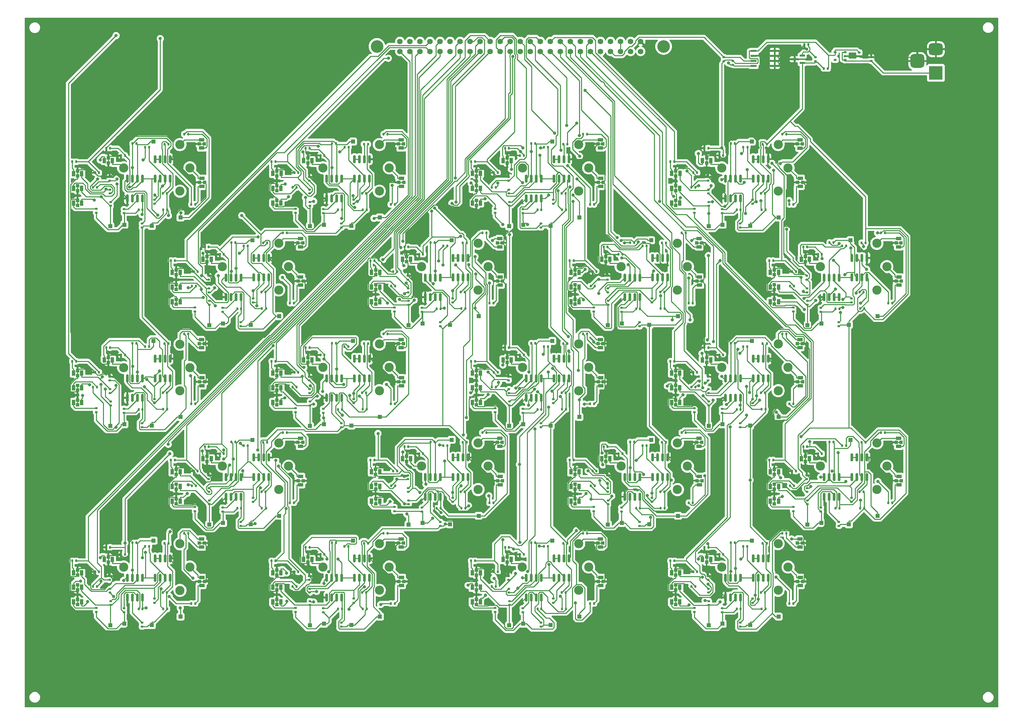
<source format=gbr>
%TF.GenerationSoftware,KiCad,Pcbnew,7.0.2*%
%TF.CreationDate,2023-07-28T09:12:30+01:00*%
%TF.ProjectId,Air quality project,41697220-7175-4616-9c69-74792070726f,rev?*%
%TF.SameCoordinates,Original*%
%TF.FileFunction,Copper,L2,Bot*%
%TF.FilePolarity,Positive*%
%FSLAX46Y46*%
G04 Gerber Fmt 4.6, Leading zero omitted, Abs format (unit mm)*
G04 Created by KiCad (PCBNEW 7.0.2) date 2023-07-28 09:12:30*
%MOMM*%
%LPD*%
G01*
G04 APERTURE LIST*
G04 Aperture macros list*
%AMRoundRect*
0 Rectangle with rounded corners*
0 $1 Rounding radius*
0 $2 $3 $4 $5 $6 $7 $8 $9 X,Y pos of 4 corners*
0 Add a 4 corners polygon primitive as box body*
4,1,4,$2,$3,$4,$5,$6,$7,$8,$9,$2,$3,0*
0 Add four circle primitives for the rounded corners*
1,1,$1+$1,$2,$3*
1,1,$1+$1,$4,$5*
1,1,$1+$1,$6,$7*
1,1,$1+$1,$8,$9*
0 Add four rect primitives between the rounded corners*
20,1,$1+$1,$2,$3,$4,$5,0*
20,1,$1+$1,$4,$5,$6,$7,0*
20,1,$1+$1,$6,$7,$8,$9,0*
20,1,$1+$1,$8,$9,$2,$3,0*%
G04 Aperture macros list end*
%TA.AperFunction,ComponentPad*%
%ADD10C,2.311400*%
%TD*%
%TA.AperFunction,WasherPad*%
%ADD11C,3.200400*%
%TD*%
%TA.AperFunction,ComponentPad*%
%ADD12C,1.397000*%
%TD*%
%TA.AperFunction,ComponentPad*%
%ADD13R,3.500000X3.500000*%
%TD*%
%TA.AperFunction,ComponentPad*%
%ADD14RoundRect,0.750000X-1.000000X0.750000X-1.000000X-0.750000X1.000000X-0.750000X1.000000X0.750000X0*%
%TD*%
%TA.AperFunction,ComponentPad*%
%ADD15RoundRect,0.875000X-0.875000X0.875000X-0.875000X-0.875000X0.875000X-0.875000X0.875000X0.875000X0*%
%TD*%
%TA.AperFunction,SMDPad,CuDef*%
%ADD16R,1.000000X1.000000*%
%TD*%
%TA.AperFunction,SMDPad,CuDef*%
%ADD17RoundRect,0.135000X0.135000X0.185000X-0.135000X0.185000X-0.135000X-0.185000X0.135000X-0.185000X0*%
%TD*%
%TA.AperFunction,SMDPad,CuDef*%
%ADD18RoundRect,0.135000X-0.135000X-0.185000X0.135000X-0.185000X0.135000X0.185000X-0.135000X0.185000X0*%
%TD*%
%TA.AperFunction,SMDPad,CuDef*%
%ADD19RoundRect,0.140000X0.170000X-0.140000X0.170000X0.140000X-0.170000X0.140000X-0.170000X-0.140000X0*%
%TD*%
%TA.AperFunction,SMDPad,CuDef*%
%ADD20R,0.863600X1.346200*%
%TD*%
%TA.AperFunction,SMDPad,CuDef*%
%ADD21R,0.812800X0.812800*%
%TD*%
%TA.AperFunction,SMDPad,CuDef*%
%ADD22R,1.346200X0.863600*%
%TD*%
%TA.AperFunction,SMDPad,CuDef*%
%ADD23RoundRect,0.135000X0.185000X-0.135000X0.185000X0.135000X-0.185000X0.135000X-0.185000X-0.135000X0*%
%TD*%
%TA.AperFunction,SMDPad,CuDef*%
%ADD24RoundRect,0.150000X-0.150000X0.825000X-0.150000X-0.825000X0.150000X-0.825000X0.150000X0.825000X0*%
%TD*%
%TA.AperFunction,SMDPad,CuDef*%
%ADD25RoundRect,0.140000X-0.170000X0.140000X-0.170000X-0.140000X0.170000X-0.140000X0.170000X0.140000X0*%
%TD*%
%TA.AperFunction,SMDPad,CuDef*%
%ADD26RoundRect,0.150000X0.150000X-0.825000X0.150000X0.825000X-0.150000X0.825000X-0.150000X-0.825000X0*%
%TD*%
%TA.AperFunction,SMDPad,CuDef*%
%ADD27RoundRect,0.140000X0.140000X0.170000X-0.140000X0.170000X-0.140000X-0.170000X0.140000X-0.170000X0*%
%TD*%
%TA.AperFunction,SMDPad,CuDef*%
%ADD28RoundRect,0.135000X-0.185000X0.135000X-0.185000X-0.135000X0.185000X-0.135000X0.185000X0.135000X0*%
%TD*%
%TA.AperFunction,SMDPad,CuDef*%
%ADD29R,1.549400X0.558800*%
%TD*%
%TA.AperFunction,SMDPad,CuDef*%
%ADD30R,0.800001X0.549999*%
%TD*%
%TA.AperFunction,SMDPad,CuDef*%
%ADD31R,1.320800X0.558800*%
%TD*%
%TA.AperFunction,SMDPad,CuDef*%
%ADD32R,1.587500X0.558800*%
%TD*%
%TA.AperFunction,ViaPad*%
%ADD33C,0.800000*%
%TD*%
%TA.AperFunction,Conductor*%
%ADD34C,0.250000*%
%TD*%
G04 APERTURE END LIST*
D10*
%TO.P,J2,1,REF*%
%TO.N,Net-(J2-REF)*%
X59283000Y-63900501D03*
%TO.P,J2,2,SEN*%
%TO.N,Net-(J2-SEN)*%
X61803000Y-58000501D03*
%TO.P,J2,3,CNT*%
%TO.N,Net-(J2-CNT)*%
X59283000Y-52100501D03*
%TO.P,J2,4,AUX*%
%TO.N,Net-(J2-AUX)*%
X45003000Y-58000501D03*
%TD*%
%TO.P,J4,1,REF*%
%TO.N,Net-(J4-REF)*%
X59290000Y-114430001D03*
%TO.P,J4,2,SEN*%
%TO.N,Net-(J4-SEN)*%
X61810000Y-108530001D03*
%TO.P,J4,3,CNT*%
%TO.N,Net-(J4-CNT)*%
X59290000Y-102630001D03*
%TO.P,J4,4,AUX*%
%TO.N,Net-(J4-AUX)*%
X45010000Y-108530001D03*
%TD*%
%TO.P,J5,1,REF*%
%TO.N,Net-(J5-REF)*%
X59290000Y-164920001D03*
%TO.P,J5,2,SEN*%
%TO.N,Net-(J5-SEN)*%
X61810000Y-159020001D03*
%TO.P,J5,3,CNT*%
%TO.N,Net-(J5-CNT)*%
X59290000Y-153120001D03*
%TO.P,J5,4,AUX*%
%TO.N,Net-(J5-AUX)*%
X45010000Y-159020001D03*
%TD*%
%TO.P,J15,1,REF*%
%TO.N,Net-(J15-REF)*%
X160270000Y-164900001D03*
%TO.P,J15,2,SEN*%
%TO.N,Net-(J15-SEN)*%
X162790000Y-159000001D03*
%TO.P,J15,3,CNT*%
%TO.N,Net-(J15-CNT)*%
X160270000Y-153100001D03*
%TO.P,J15,4,AUX*%
%TO.N,Net-(J15-AUX)*%
X145990000Y-159000001D03*
%TD*%
%TO.P,J18,1,REF*%
%TO.N,Net-(J18-REF)*%
X210780000Y-63900001D03*
%TO.P,J18,2,SEN*%
%TO.N,Net-(J18-SEN)*%
X213300000Y-58000001D03*
%TO.P,J18,3,CNT*%
%TO.N,Net-(J18-CNT)*%
X210780000Y-52100001D03*
%TO.P,J18,4,AUX*%
%TO.N,Net-(J18-AUX)*%
X196500000Y-58000001D03*
%TD*%
%TO.P,J10,1,REF*%
%TO.N,Net-(J10-REF)*%
X109770000Y-164900001D03*
%TO.P,J10,2,SEN*%
%TO.N,Net-(J10-SEN)*%
X112290000Y-159000001D03*
%TO.P,J10,3,CNT*%
%TO.N,Net-(J10-CNT)*%
X109770000Y-153100001D03*
%TO.P,J10,4,AUX*%
%TO.N,Net-(J10-AUX)*%
X95490000Y-159000001D03*
%TD*%
%TO.P,J8,1,REF*%
%TO.N,Net-(J8-REF)*%
X109780000Y-63900001D03*
%TO.P,J8,2,SEN*%
%TO.N,Net-(J8-SEN)*%
X112300000Y-58000001D03*
%TO.P,J8,3,CNT*%
%TO.N,Net-(J8-CNT)*%
X109780000Y-52100001D03*
%TO.P,J8,4,AUX*%
%TO.N,Net-(J8-AUX)*%
X95500000Y-58000001D03*
%TD*%
%TO.P,J12,1,REF*%
%TO.N,Net-(J12-REF)*%
X134780000Y-139400001D03*
%TO.P,J12,2,SEN*%
%TO.N,Net-(J12-SEN)*%
X137300000Y-133500001D03*
%TO.P,J12,3,CNT*%
%TO.N,Net-(J12-CNT)*%
X134780000Y-127600001D03*
%TO.P,J12,4,AUX*%
%TO.N,Net-(J12-AUX)*%
X120500000Y-133500001D03*
%TD*%
%TO.P,J9,1,REF*%
%TO.N,Net-(J9-REF)*%
X109780000Y-114400001D03*
%TO.P,J9,2,SEN*%
%TO.N,Net-(J9-SEN)*%
X112300000Y-108500001D03*
%TO.P,J9,3,CNT*%
%TO.N,Net-(J9-CNT)*%
X109780000Y-102600001D03*
%TO.P,J9,4,AUX*%
%TO.N,Net-(J9-AUX)*%
X95500000Y-108500001D03*
%TD*%
D11*
%TO.P,J3,*%
%TO.N,*%
X109179996Y-27270000D03*
X181780004Y-27270000D03*
D12*
%TO.P,J3,1,1*%
%TO.N,/LabJack_Connector/SEN1*%
X115000000Y-26000000D03*
%TO.P,J3,2,2*%
%TO.N,/LabJack_Connector/SEN3*%
X115000000Y-28540000D03*
%TO.P,J3,3,3*%
%TO.N,/LabJack_Connector/AUX1*%
X117540000Y-26000000D03*
%TO.P,J3,4,4*%
%TO.N,/LabJack_Connector/AUX3*%
X117540000Y-28540000D03*
%TO.P,J3,5,5*%
%TO.N,/LabJack_Connector/SEN2*%
X120080000Y-26000000D03*
%TO.P,J3,6,6*%
%TO.N,/LabJack_Connector/AUX2*%
X120080000Y-28540000D03*
%TO.P,J3,7,7*%
%TO.N,/LabJack_Connector/SEN4*%
X122620000Y-26000000D03*
%TO.P,J3,8,8*%
%TO.N,/LabJack_Connector/AUX4*%
X122620000Y-28540000D03*
%TO.P,J3,9,9*%
%TO.N,/LabJack_Connector/SEN5*%
X125160000Y-26000000D03*
%TO.P,J3,10,10*%
%TO.N,/LabJack_Connector/AUX5*%
X125160000Y-28540000D03*
%TO.P,J3,11,11*%
%TO.N,/LabJack_Connector/SEN6*%
X127700000Y-26000000D03*
%TO.P,J3,12,12*%
%TO.N,/LabJack_Connector/AUX6*%
X127700000Y-28540000D03*
%TO.P,J3,13,13*%
%TO.N,/LabJack_Connector/SEN7*%
X130240000Y-26000000D03*
%TO.P,J3,14,14*%
%TO.N,/LabJack_Connector/AUX7*%
X130240000Y-28540000D03*
%TO.P,J3,15,15*%
%TO.N,/LabJack_Connector/SEN8*%
X132780000Y-26000000D03*
%TO.P,J3,16,16*%
%TO.N,/LabJack_Connector/AUX8*%
X132780000Y-28540000D03*
%TO.P,J3,17,17*%
%TO.N,/LabJack_Connector/SEN9*%
X135320000Y-26000000D03*
%TO.P,J3,18,18*%
%TO.N,/LabJack_Connector/AUX9*%
X135320000Y-28540000D03*
%TO.P,J3,19,19*%
%TO.N,/LabJack_Connector/SEN10*%
X137860000Y-26000000D03*
%TO.P,J3,20,20*%
%TO.N,/LabJack_Connector/AUX10*%
X137860000Y-28540000D03*
%TO.P,J3,21,21*%
%TO.N,/LabJack_Connector/SEN11*%
X140400000Y-26000000D03*
%TO.P,J3,22,22*%
%TO.N,/LabJack_Connector/AUX11*%
X140400000Y-28540000D03*
%TO.P,J3,23,23*%
%TO.N,/LabJack_Connector/SEN12*%
X142940000Y-26000000D03*
%TO.P,J3,24,24*%
%TO.N,/LabJack_Connector/AUX12*%
X142940000Y-28540000D03*
%TO.P,J3,25,25*%
%TO.N,/LabJack_Connector/SEN13*%
X145480000Y-26000000D03*
%TO.P,J3,26,26*%
%TO.N,/LabJack_Connector/AUX13*%
X145480000Y-28540000D03*
%TO.P,J3,27,27*%
%TO.N,/LabJack_Connector/SEN14*%
X148020000Y-26000000D03*
%TO.P,J3,28,28*%
%TO.N,/LabJack_Connector/AUX14*%
X148020000Y-28540000D03*
%TO.P,J3,29,29*%
%TO.N,/LabJack_Connector/SEN15*%
X150560000Y-26000000D03*
%TO.P,J3,30,30*%
%TO.N,/LabJack_Connector/AUX15*%
X150560000Y-28540000D03*
%TO.P,J3,31,31*%
%TO.N,/LabJack_Connector/SEN16*%
X153100000Y-26000000D03*
%TO.P,J3,32,32*%
%TO.N,/LabJack_Connector/AUX16*%
X153100000Y-28540000D03*
%TO.P,J3,33,33*%
%TO.N,/LabJack_Connector/SEN17*%
X155640000Y-26000000D03*
%TO.P,J3,34,34*%
%TO.N,/LabJack_Connector/AUX17*%
X155640000Y-28540000D03*
%TO.P,J3,35,35*%
%TO.N,/LabJack_Connector/SEN18*%
X158180000Y-26000000D03*
%TO.P,J3,36,36*%
%TO.N,/LabJack_Connector/AUX18*%
X158180000Y-28540000D03*
%TO.P,J3,37,37*%
%TO.N,/LabJack_Connector/SEN19*%
X160720000Y-26000000D03*
%TO.P,J3,38,38*%
%TO.N,/LabJack_Connector/AUX19*%
X160720000Y-28540000D03*
%TO.P,J3,39,39*%
%TO.N,/LabJack_Connector/SEN20*%
X163260000Y-26000000D03*
%TO.P,J3,40,40*%
%TO.N,/LabJack_Connector/AUX20*%
X163260000Y-28540000D03*
%TO.P,J3,41,41*%
%TO.N,unconnected-(J3-Pad41)*%
X165800000Y-26000000D03*
%TO.P,J3,42,42*%
%TO.N,/EEPROM/DAT*%
X165800000Y-28540000D03*
%TO.P,J3,43,43*%
%TO.N,unconnected-(J3-Pad43)*%
X168340000Y-26000000D03*
%TO.P,J3,44,44*%
%TO.N,/EEPROM/CLK*%
X168340000Y-28540000D03*
%TO.P,J3,45,45*%
%TO.N,/LabJack_Connector/VREG*%
X170880000Y-26000000D03*
%TO.P,J3,46,46*%
X170880000Y-28540000D03*
%TO.P,J3,47,47*%
%TO.N,unconnected-(J3-Pad47)*%
X173420000Y-26000000D03*
%TO.P,J3,48,48*%
%TO.N,unconnected-(J3-Pad48)*%
X173420000Y-28540000D03*
%TO.P,J3,49,49*%
%TO.N,GND*%
X175960000Y-26000000D03*
%TO.P,J3,50,50*%
%TO.N,/LabJack_Connector/PWR*%
X175960000Y-28540000D03*
%TD*%
D10*
%TO.P,J6,1,REF*%
%TO.N,Net-(J6-REF)*%
X84280000Y-88900001D03*
%TO.P,J6,2,SEN*%
%TO.N,Net-(J6-SEN)*%
X86800000Y-83000001D03*
%TO.P,J6,3,CNT*%
%TO.N,Net-(J6-CNT)*%
X84280000Y-77100001D03*
%TO.P,J6,4,AUX*%
%TO.N,Net-(J6-AUX)*%
X70000000Y-83000001D03*
%TD*%
%TO.P,J16,1,REF*%
%TO.N,Net-(J16-REF)*%
X185280000Y-88900001D03*
%TO.P,J16,2,SEN*%
%TO.N,Net-(J16-SEN)*%
X187800000Y-83000001D03*
%TO.P,J16,3,CNT*%
%TO.N,Net-(J16-CNT)*%
X185280000Y-77100001D03*
%TO.P,J16,4,AUX*%
%TO.N,Net-(J16-AUX)*%
X171000000Y-83000001D03*
%TD*%
D13*
%TO.P,J1,1*%
%TO.N,/LabJack_Connector/PWR*%
X250730000Y-33970000D03*
D14*
%TO.P,J1,2*%
%TO.N,GND*%
X250730000Y-27970000D03*
D15*
%TO.P,J1,3*%
X246030000Y-30970000D03*
%TD*%
D10*
%TO.P,J19,1,REF*%
%TO.N,Net-(J19-REF)*%
X210780000Y-114400001D03*
%TO.P,J19,2,SEN*%
%TO.N,Net-(J19-SEN)*%
X213300000Y-108500001D03*
%TO.P,J19,3,CNT*%
%TO.N,Net-(J19-CNT)*%
X210780000Y-102600001D03*
%TO.P,J19,4,AUX*%
%TO.N,Net-(J19-AUX)*%
X196500000Y-108500001D03*
%TD*%
%TO.P,J17,1,REF*%
%TO.N,Net-(J17-REF)*%
X185280000Y-139400001D03*
%TO.P,J17,2,SEN*%
%TO.N,Net-(J17-SEN)*%
X187800000Y-133500001D03*
%TO.P,J17,3,CNT*%
%TO.N,Net-(J17-CNT)*%
X185280000Y-127600001D03*
%TO.P,J17,4,AUX*%
%TO.N,Net-(J17-AUX)*%
X171000000Y-133500001D03*
%TD*%
%TO.P,J11,1,REF*%
%TO.N,Net-(J11-REF)*%
X134780000Y-88900001D03*
%TO.P,J11,2,SEN*%
%TO.N,Net-(J11-SEN)*%
X137300000Y-83000001D03*
%TO.P,J11,3,CNT*%
%TO.N,Net-(J11-CNT)*%
X134780000Y-77100001D03*
%TO.P,J11,4,AUX*%
%TO.N,Net-(J11-AUX)*%
X120500000Y-83000001D03*
%TD*%
%TO.P,J7,1,REF*%
%TO.N,Net-(J7-REF)*%
X84280000Y-139400001D03*
%TO.P,J7,2,SEN*%
%TO.N,Net-(J7-SEN)*%
X86800000Y-133500001D03*
%TO.P,J7,3,CNT*%
%TO.N,Net-(J7-CNT)*%
X84280000Y-127600001D03*
%TO.P,J7,4,AUX*%
%TO.N,Net-(J7-AUX)*%
X70000000Y-133500001D03*
%TD*%
%TO.P,J13,1,REF*%
%TO.N,Net-(J13-REF)*%
X160280000Y-63900001D03*
%TO.P,J13,2,SEN*%
%TO.N,Net-(J13-SEN)*%
X162800000Y-58000001D03*
%TO.P,J13,3,CNT*%
%TO.N,Net-(J13-CNT)*%
X160280000Y-52100001D03*
%TO.P,J13,4,AUX*%
%TO.N,Net-(J13-AUX)*%
X146000000Y-58000001D03*
%TD*%
%TO.P,J22,1,REF*%
%TO.N,Net-(J22-REF)*%
X235780000Y-139400001D03*
%TO.P,J22,2,SEN*%
%TO.N,Net-(J22-SEN)*%
X238300000Y-133500001D03*
%TO.P,J22,3,CNT*%
%TO.N,Net-(J22-CNT)*%
X235780000Y-127600001D03*
%TO.P,J22,4,AUX*%
%TO.N,Net-(J22-AUX)*%
X221500000Y-133500001D03*
%TD*%
%TO.P,J21,1,REF*%
%TO.N,Net-(J21-REF)*%
X235780000Y-88900001D03*
%TO.P,J21,2,SEN*%
%TO.N,Net-(J21-SEN)*%
X238300000Y-83000001D03*
%TO.P,J21,3,CNT*%
%TO.N,Net-(J21-CNT)*%
X235780000Y-77100001D03*
%TO.P,J21,4,AUX*%
%TO.N,Net-(J21-AUX)*%
X221500000Y-83000001D03*
%TD*%
%TO.P,J14,1,REF*%
%TO.N,Net-(J14-REF)*%
X160280000Y-114400001D03*
%TO.P,J14,2,SEN*%
%TO.N,Net-(J14-SEN)*%
X162800000Y-108500001D03*
%TO.P,J14,3,CNT*%
%TO.N,Net-(J14-CNT)*%
X160280000Y-102600001D03*
%TO.P,J14,4,AUX*%
%TO.N,Net-(J14-AUX)*%
X146000000Y-108500001D03*
%TD*%
%TO.P,J20,1,REF*%
%TO.N,Net-(J20-REF)*%
X210770000Y-164900001D03*
%TO.P,J20,2,SEN*%
%TO.N,Net-(J20-SEN)*%
X213290000Y-159000001D03*
%TO.P,J20,3,CNT*%
%TO.N,Net-(J20-CNT)*%
X210770000Y-153100001D03*
%TO.P,J20,4,AUX*%
%TO.N,Net-(J20-AUX)*%
X196490000Y-159000001D03*
%TD*%
D16*
%TO.P,TP4_17,1,1*%
%TO.N,Net-(C4_17-Pad2)*%
X193170000Y-123290000D03*
%TD*%
D17*
%TO.P,R10_5,1*%
%TO.N,/LabJack_Connector/VREG*%
X81390000Y-127490000D03*
%TO.P,R10_5,2*%
%TO.N,Net-(U2_5A-+)*%
X80370000Y-127490000D03*
%TD*%
%TO.P,R11_4,1*%
%TO.N,/LabJack_Connector/VREG*%
X80930000Y-89450000D03*
%TO.P,R11_4,2*%
%TO.N,Net-(U2_4B-+)*%
X79910000Y-89450000D03*
%TD*%
D16*
%TO.P,TP5_8,1,1*%
%TO.N,Net-(C3_8-Pad2)*%
X95710000Y-173380000D03*
%TD*%
D17*
%TO.P,R15_7,1*%
%TO.N,Net-(R15_7-Pad1)*%
X88800000Y-113450000D03*
%TO.P,R15_7,2*%
%TO.N,/LabJack_Connector/AUX7*%
X87780000Y-113450000D03*
%TD*%
D16*
%TO.P,TP3_18,1,1*%
%TO.N,Net-(C5_18-Pad2)*%
X204100000Y-152320000D03*
%TD*%
D17*
%TO.P,R3,1*%
%TO.N,Net-(U1-FB)*%
X218400000Y-26810000D03*
%TO.P,R3,2*%
%TO.N,GND*%
X217380000Y-26810000D03*
%TD*%
D18*
%TO.P,R14_11,1*%
%TO.N,Net-(U4_11B--)*%
X148270000Y-51880000D03*
%TO.P,R14_11,2*%
%TO.N,Net-(C5_11-Pad2)*%
X149290000Y-51880000D03*
%TD*%
D19*
%TO.P,C6_17,1*%
%TO.N,/LabJack_Connector/AUX17*%
X193010000Y-111780000D03*
%TO.P,C6_17,2*%
%TO.N,GND*%
X193010000Y-110820000D03*
%TD*%
D20*
%TO.P,U3_5,1,1*%
%TO.N,Net-(C4_5-Pad2)*%
X59360000Y-138650000D03*
%TO.P,U3_5,2,2*%
%TO.N,Net-(R15_5-Pad1)*%
X57302600Y-138650000D03*
D21*
%TO.P,U3_5,3,3*%
%TO.N,GND*%
X58331300Y-138027700D03*
%TO.P,U3_5,4,4*%
X58331300Y-139272300D03*
%TD*%
D22*
%TO.P,U37_3,1,1*%
%TO.N,Net-(J5-SEN)*%
X64860000Y-161620000D03*
%TO.P,U37_3,2,2*%
%TO.N,Net-(R5_3-Pad1)*%
X64860000Y-163677400D03*
D21*
%TO.P,U37_3,3,3*%
%TO.N,GND*%
X64237700Y-162648700D03*
%TO.P,U37_3,4,4*%
X65482300Y-162648700D03*
%TD*%
D17*
%TO.P,R11_14,1*%
%TO.N,/LabJack_Connector/VREG*%
X181930000Y-89450000D03*
%TO.P,R11_14,2*%
%TO.N,Net-(U2_14B-+)*%
X180910000Y-89450000D03*
%TD*%
D16*
%TO.P,TP1_20,1,1*%
%TO.N,Net-(C3_20-Pad1)*%
X235920000Y-146040000D03*
%TD*%
D23*
%TO.P,R9_14,1*%
%TO.N,/LabJack_Connector/VREG*%
X175670000Y-98110000D03*
%TO.P,R9_14,2*%
%TO.N,Net-(U4_14A-+)*%
X175670000Y-97090000D03*
%TD*%
D17*
%TO.P,R5_15,1*%
%TO.N,Net-(R5_15-Pad1)*%
X189160000Y-142740000D03*
%TO.P,R5_15,2*%
%TO.N,Net-(U4_15B--)*%
X188140000Y-142740000D03*
%TD*%
D20*
%TO.P,U40_9,1,1*%
%TO.N,Net-(J11-REF)*%
X109860000Y-91880000D03*
%TO.P,U40_9,2,2*%
%TO.N,Net-(R7_9-Pad1)*%
X107802600Y-91880000D03*
D21*
%TO.P,U40_9,3,3*%
%TO.N,GND*%
X108831300Y-91257700D03*
%TO.P,U40_9,4,4*%
X108831300Y-92502300D03*
%TD*%
D17*
%TO.P,R15_3,1*%
%TO.N,Net-(R15_3-Pad1)*%
X38300000Y-163950000D03*
%TO.P,R15_3,2*%
%TO.N,/LabJack_Connector/AUX3*%
X37280000Y-163950000D03*
%TD*%
D24*
%TO.P,U2_1,1*%
%TO.N,Net-(U2_1A--)*%
X52960000Y-55800000D03*
%TO.P,U2_1,2,-*%
X54230000Y-55800000D03*
%TO.P,U2_1,3,+*%
%TO.N,Net-(U2_1A-+)*%
X55500000Y-55800000D03*
%TO.P,U2_1,4,V-*%
%TO.N,GND*%
X56770000Y-55800000D03*
%TO.P,U2_1,5,+*%
%TO.N,Net-(U2_1B-+)*%
X56770000Y-60750000D03*
%TO.P,U2_1,6,-*%
%TO.N,Net-(U2_1B--)*%
X55500000Y-60750000D03*
%TO.P,U2_1,7*%
%TO.N,Net-(C4_1-Pad2)*%
X54230000Y-60750000D03*
%TO.P,U2_1,8,V+*%
%TO.N,/EEPROM/4.5V*%
X52960000Y-60750000D03*
%TD*%
D19*
%TO.P,C5_13,1*%
%TO.N,Net-(U4_13B--)*%
X142600000Y-165490000D03*
%TO.P,C5_13,2*%
%TO.N,Net-(C5_13-Pad2)*%
X142600000Y-164530000D03*
%TD*%
D16*
%TO.P,TP1_3,1,1*%
%TO.N,Net-(C3_3-Pad1)*%
X59420000Y-171540000D03*
%TD*%
D18*
%TO.P,R4_15,1*%
%TO.N,Net-(C3_15-Pad1)*%
X186340000Y-124980000D03*
%TO.P,R4_15,2*%
%TO.N,Net-(R4_15-Pad2)*%
X187360000Y-124980000D03*
%TD*%
D22*
%TO.P,U37_2,1,1*%
%TO.N,Net-(J4-SEN)*%
X64860000Y-111120000D03*
%TO.P,U37_2,2,2*%
%TO.N,Net-(R5_2-Pad1)*%
X64860000Y-113177400D03*
D21*
%TO.P,U37_2,3,3*%
%TO.N,GND*%
X64237700Y-112148700D03*
%TO.P,U37_2,4,4*%
X65482300Y-112148700D03*
%TD*%
D23*
%TO.P,R8_15,1*%
%TO.N,Net-(C3_15-Pad2)*%
X171090000Y-144970000D03*
%TO.P,R8_15,2*%
%TO.N,Net-(U4_15A--)*%
X171090000Y-143950000D03*
%TD*%
D20*
%TO.P,U39_9,1,1*%
%TO.N,Net-(C5_9-Pad2)*%
X109860000Y-84440000D03*
%TO.P,U39_9,2,2*%
%TO.N,Net-(R16_9-Pad1)*%
X107802600Y-84440000D03*
D21*
%TO.P,U39_9,3,3*%
%TO.N,GND*%
X108831300Y-83817700D03*
%TO.P,U39_9,4,4*%
X108831300Y-85062300D03*
%TD*%
D16*
%TO.P,TP1_11,1,1*%
%TO.N,Net-(C3_11-Pad1)*%
X160420000Y-70540000D03*
%TD*%
D18*
%TO.P,R14_17,1*%
%TO.N,Net-(U4_17B--)*%
X198770000Y-102380000D03*
%TO.P,R14_17,2*%
%TO.N,Net-(C5_17-Pad2)*%
X199790000Y-102380000D03*
%TD*%
D25*
%TO.P,C4_10,1*%
%TO.N,Net-(U2_10B--)*%
X117200000Y-142160000D03*
%TO.P,C4_10,2*%
%TO.N,Net-(C4_10-Pad2)*%
X117200000Y-143120000D03*
%TD*%
D18*
%TO.P,R6_12,1*%
%TO.N,Net-(R6_12-Pad1)*%
X151450000Y-103270000D03*
%TO.P,R6_12,2*%
%TO.N,Net-(U2_12B--)*%
X152470000Y-103270000D03*
%TD*%
D23*
%TO.P,R9_15,1*%
%TO.N,/LabJack_Connector/VREG*%
X175670000Y-148610000D03*
%TO.P,R9_15,2*%
%TO.N,Net-(U4_15A-+)*%
X175670000Y-147590000D03*
%TD*%
D22*
%TO.P,U36_2,1,1*%
%TO.N,Net-(J4-CNT)*%
X64780000Y-101420000D03*
%TO.P,U36_2,2,2*%
%TO.N,Net-(R4_2-Pad2)*%
X64780000Y-103477400D03*
D21*
%TO.P,U36_2,3,3*%
%TO.N,GND*%
X64157700Y-102448700D03*
%TO.P,U36_2,4,4*%
X65402300Y-102448700D03*
%TD*%
D18*
%TO.P,R14_12,1*%
%TO.N,Net-(U4_12B--)*%
X148270000Y-102380000D03*
%TO.P,R14_12,2*%
%TO.N,Net-(C5_12-Pad2)*%
X149290000Y-102380000D03*
%TD*%
D16*
%TO.P,TP3_11,1,1*%
%TO.N,Net-(C5_11-Pad2)*%
X153600000Y-51320000D03*
%TD*%
%TO.P,TP2_14,1,1*%
%TO.N,/LabJack_Connector/VREG*%
X178170000Y-97710000D03*
%TD*%
D17*
%TO.P,R10_17,1*%
%TO.N,/LabJack_Connector/VREG*%
X207890000Y-102490000D03*
%TO.P,R10_17,2*%
%TO.N,Net-(U2_17A-+)*%
X206870000Y-102490000D03*
%TD*%
D23*
%TO.P,R8_7,1*%
%TO.N,Net-(C3_7-Pad2)*%
X95590000Y-119970000D03*
%TO.P,R8_7,2*%
%TO.N,Net-(U4_7A--)*%
X95590000Y-118950000D03*
%TD*%
D26*
%TO.P,U4_5,1*%
%TO.N,Net-(C3_5-Pad1)*%
X74740000Y-141210000D03*
%TO.P,U4_5,2,-*%
%TO.N,Net-(U4_5A--)*%
X73470000Y-141210000D03*
%TO.P,U4_5,3,+*%
%TO.N,Net-(U4_5A-+)*%
X72200000Y-141210000D03*
%TO.P,U4_5,4,V-*%
%TO.N,GND*%
X70930000Y-141210000D03*
%TO.P,U4_5,5,+*%
%TO.N,Net-(U4_5B-+)*%
X70930000Y-136260000D03*
%TO.P,U4_5,6,-*%
%TO.N,Net-(U4_5B--)*%
X72200000Y-136260000D03*
%TO.P,U4_5,7*%
%TO.N,Net-(C5_5-Pad2)*%
X73470000Y-136260000D03*
%TO.P,U4_5,8,V+*%
%TO.N,/EEPROM/4.5V*%
X74740000Y-136260000D03*
%TD*%
D18*
%TO.P,R16_14,1*%
%TO.N,Net-(R16_14-Pad1)*%
X157990000Y-81450000D03*
%TO.P,R16_14,2*%
%TO.N,/LabJack_Connector/SEN14*%
X159010000Y-81450000D03*
%TD*%
D20*
%TO.P,U40_2,1,1*%
%TO.N,Net-(J4-REF)*%
X34360000Y-117370000D03*
%TO.P,U40_2,2,2*%
%TO.N,Net-(R7_2-Pad1)*%
X32302600Y-117370000D03*
D21*
%TO.P,U40_2,3,3*%
%TO.N,GND*%
X33331300Y-116747700D03*
%TO.P,U40_2,4,4*%
X33331300Y-117992300D03*
%TD*%
D16*
%TO.P,TP3_14,1,1*%
%TO.N,Net-(C5_14-Pad2)*%
X178600000Y-76320000D03*
%TD*%
D17*
%TO.P,R5_2,1*%
%TO.N,Net-(R5_2-Pad1)*%
X63160000Y-117740000D03*
%TO.P,R5_2,2*%
%TO.N,Net-(U4_2B--)*%
X62140000Y-117740000D03*
%TD*%
%TO.P,R10_8,1*%
%TO.N,/LabJack_Connector/VREG*%
X106890000Y-152990000D03*
%TO.P,R10_8,2*%
%TO.N,Net-(U2_8A-+)*%
X105870000Y-152990000D03*
%TD*%
D18*
%TO.P,R6_18,1*%
%TO.N,Net-(R6_18-Pad1)*%
X201950000Y-153770000D03*
%TO.P,R6_18,2*%
%TO.N,Net-(U2_18B--)*%
X202970000Y-153770000D03*
%TD*%
D24*
%TO.P,U2_6,1*%
%TO.N,Net-(U2_6A--)*%
X103460000Y-55800000D03*
%TO.P,U2_6,2,-*%
X104730000Y-55800000D03*
%TO.P,U2_6,3,+*%
%TO.N,Net-(U2_6A-+)*%
X106000000Y-55800000D03*
%TO.P,U2_6,4,V-*%
%TO.N,GND*%
X107270000Y-55800000D03*
%TO.P,U2_6,5,+*%
%TO.N,Net-(U2_6B-+)*%
X107270000Y-60750000D03*
%TO.P,U2_6,6,-*%
%TO.N,Net-(U2_6B--)*%
X106000000Y-60750000D03*
%TO.P,U2_6,7*%
%TO.N,Net-(C4_6-Pad2)*%
X104730000Y-60750000D03*
%TO.P,U2_6,8,V+*%
%TO.N,/EEPROM/4.5V*%
X103460000Y-60750000D03*
%TD*%
D27*
%TO.P,C8_7,1*%
%TO.N,/EEPROM/4.5V*%
X92080000Y-103510000D03*
%TO.P,C8_7,2*%
%TO.N,GND*%
X91120000Y-103510000D03*
%TD*%
D16*
%TO.P,TP3_5,1,1*%
%TO.N,Net-(C5_5-Pad2)*%
X77600000Y-126820000D03*
%TD*%
D20*
%TO.P,U3_13,1,1*%
%TO.N,Net-(C4_13-Pad2)*%
X135360000Y-164150000D03*
%TO.P,U3_13,2,2*%
%TO.N,Net-(R15_13-Pad1)*%
X133302600Y-164150000D03*
D21*
%TO.P,U3_13,3,3*%
%TO.N,GND*%
X134331300Y-163527700D03*
%TO.P,U3_13,4,4*%
X134331300Y-164772300D03*
%TD*%
D23*
%TO.P,R9_4,1*%
%TO.N,/LabJack_Connector/VREG*%
X74670000Y-98110000D03*
%TO.P,R9_4,2*%
%TO.N,Net-(U4_4A-+)*%
X74670000Y-97090000D03*
%TD*%
D25*
%TO.P,C4_12,1*%
%TO.N,Net-(U2_12B--)*%
X142700000Y-117160000D03*
%TO.P,C4_12,2*%
%TO.N,Net-(C4_12-Pad2)*%
X142700000Y-118120000D03*
%TD*%
D26*
%TO.P,U4_9,1*%
%TO.N,Net-(C3_9-Pad1)*%
X125240000Y-90710000D03*
%TO.P,U4_9,2,-*%
%TO.N,Net-(U4_9A--)*%
X123970000Y-90710000D03*
%TO.P,U4_9,3,+*%
%TO.N,Net-(U4_9A-+)*%
X122700000Y-90710000D03*
%TO.P,U4_9,4,V-*%
%TO.N,GND*%
X121430000Y-90710000D03*
%TO.P,U4_9,5,+*%
%TO.N,Net-(U4_9B-+)*%
X121430000Y-85760000D03*
%TO.P,U4_9,6,-*%
%TO.N,Net-(U4_9B--)*%
X122700000Y-85760000D03*
%TO.P,U4_9,7*%
%TO.N,Net-(C5_9-Pad2)*%
X123970000Y-85760000D03*
%TO.P,U4_9,8,V+*%
%TO.N,/EEPROM/4.5V*%
X125240000Y-85760000D03*
%TD*%
D18*
%TO.P,R4_11,1*%
%TO.N,Net-(C3_11-Pad1)*%
X161340000Y-49480000D03*
%TO.P,R4_11,2*%
%TO.N,Net-(R4_11-Pad2)*%
X162360000Y-49480000D03*
%TD*%
%TO.P,R4_2,1*%
%TO.N,Net-(C3_2-Pad1)*%
X60340000Y-99980000D03*
%TO.P,R4_2,2*%
%TO.N,Net-(R4_2-Pad2)*%
X61360000Y-99980000D03*
%TD*%
D16*
%TO.P,TP4_10,1,1*%
%TO.N,Net-(C4_10-Pad2)*%
X117170000Y-148290000D03*
%TD*%
D19*
%TO.P,C6_10,1*%
%TO.N,/LabJack_Connector/AUX10*%
X117010000Y-136780000D03*
%TO.P,C6_10,2*%
%TO.N,GND*%
X117010000Y-135820000D03*
%TD*%
D16*
%TO.P,TP4_3,1,1*%
%TO.N,Net-(C4_3-Pad2)*%
X41670000Y-173790000D03*
%TD*%
D17*
%TO.P,R5_17,1*%
%TO.N,Net-(R5_17-Pad1)*%
X214660000Y-117740000D03*
%TO.P,R5_17,2*%
%TO.N,Net-(U4_17B--)*%
X213640000Y-117740000D03*
%TD*%
D20*
%TO.P,U38_7,1,1*%
%TO.N,Net-(J9-AUX)*%
X92678700Y-106622300D03*
%TO.P,U38_7,2,2*%
%TO.N,Net-(R6_7-Pad1)*%
X90621300Y-106622300D03*
D21*
%TO.P,U38_7,3,3*%
%TO.N,GND*%
X91650000Y-106000000D03*
%TO.P,U38_7,4,4*%
X91650000Y-107244600D03*
%TD*%
D22*
%TO.P,U36_1,1,1*%
%TO.N,Net-(J2-CNT)*%
X64780000Y-50920000D03*
%TO.P,U36_1,2,2*%
%TO.N,Net-(R4_1-Pad2)*%
X64780000Y-52977400D03*
D21*
%TO.P,U36_1,3,3*%
%TO.N,GND*%
X64157700Y-51948700D03*
%TO.P,U36_1,4,4*%
X65402300Y-51948700D03*
%TD*%
D16*
%TO.P,TP4_9,1,1*%
%TO.N,Net-(C4_9-Pad2)*%
X117170000Y-97790000D03*
%TD*%
D20*
%TO.P,U3_6,1,1*%
%TO.N,Net-(C4_6-Pad2)*%
X84858700Y-63157700D03*
%TO.P,U3_6,2,2*%
%TO.N,Net-(R15_6-Pad1)*%
X82801300Y-63157700D03*
D21*
%TO.P,U3_6,3,3*%
%TO.N,GND*%
X83830000Y-62535400D03*
%TO.P,U3_6,4,4*%
X83830000Y-63780000D03*
%TD*%
D17*
%TO.P,R10_7,1*%
%TO.N,/LabJack_Connector/VREG*%
X106890000Y-102490000D03*
%TO.P,R10_7,2*%
%TO.N,Net-(U2_7A-+)*%
X105870000Y-102490000D03*
%TD*%
D27*
%TO.P,C9_11,1*%
%TO.N,/EEPROM/4.5V*%
X146340000Y-54850000D03*
%TO.P,C9_11,2*%
%TO.N,GND*%
X145380000Y-54850000D03*
%TD*%
D18*
%TO.P,R16_19,1*%
%TO.N,Net-(R16_19-Pad1)*%
X208490000Y-81450000D03*
%TO.P,R16_19,2*%
%TO.N,/LabJack_Connector/SEN19*%
X209510000Y-81450000D03*
%TD*%
D22*
%TO.P,U36_9,1,1*%
%TO.N,Net-(J11-CNT)*%
X140280000Y-75920000D03*
%TO.P,U36_9,2,2*%
%TO.N,Net-(R4_9-Pad2)*%
X140280000Y-77977400D03*
D21*
%TO.P,U36_9,3,3*%
%TO.N,GND*%
X139657700Y-76948700D03*
%TO.P,U36_9,4,4*%
X140902300Y-76948700D03*
%TD*%
D28*
%TO.P,R7_15,1*%
%TO.N,Net-(R7_15-Pad1)*%
X164090000Y-143830000D03*
%TO.P,R7_15,2*%
%TO.N,Net-(C3_15-Pad2)*%
X164090000Y-144850000D03*
%TD*%
D18*
%TO.P,R16_5,1*%
%TO.N,Net-(R16_5-Pad1)*%
X56990000Y-131950000D03*
%TO.P,R16_5,2*%
%TO.N,/LabJack_Connector/SEN5*%
X58010000Y-131950000D03*
%TD*%
D23*
%TO.P,R9_10,1*%
%TO.N,/LabJack_Connector/VREG*%
X125170000Y-148610000D03*
%TO.P,R9_10,2*%
%TO.N,Net-(U4_10A-+)*%
X125170000Y-147590000D03*
%TD*%
D24*
%TO.P,U2_12,1*%
%TO.N,Net-(U2_12A--)*%
X153960000Y-106300000D03*
%TO.P,U2_12,2,-*%
X155230000Y-106300000D03*
%TO.P,U2_12,3,+*%
%TO.N,Net-(U2_12A-+)*%
X156500000Y-106300000D03*
%TO.P,U2_12,4,V-*%
%TO.N,GND*%
X157770000Y-106300000D03*
%TO.P,U2_12,5,+*%
%TO.N,Net-(U2_12B-+)*%
X157770000Y-111250000D03*
%TO.P,U2_12,6,-*%
%TO.N,Net-(U2_12B--)*%
X156500000Y-111250000D03*
%TO.P,U2_12,7*%
%TO.N,Net-(C4_12-Pad2)*%
X155230000Y-111250000D03*
%TO.P,U2_12,8,V+*%
%TO.N,/EEPROM/4.5V*%
X153960000Y-111250000D03*
%TD*%
D27*
%TO.P,C9_16,1*%
%TO.N,/EEPROM/4.5V*%
X196840000Y-54850000D03*
%TO.P,C9_16,2*%
%TO.N,GND*%
X195880000Y-54850000D03*
%TD*%
D17*
%TO.P,R15_17,1*%
%TO.N,Net-(R15_17-Pad1)*%
X189800000Y-113450000D03*
%TO.P,R15_17,2*%
%TO.N,/LabJack_Connector/AUX17*%
X188780000Y-113450000D03*
%TD*%
%TO.P,R12_5,1*%
%TO.N,/LabJack_Connector/VREG*%
X81060000Y-144110000D03*
%TO.P,R12_5,2*%
%TO.N,Net-(U4_5B-+)*%
X80040000Y-144110000D03*
%TD*%
D16*
%TO.P,TP4_7,1,1*%
%TO.N,Net-(C4_7-Pad2)*%
X92170000Y-123290000D03*
%TD*%
D20*
%TO.P,U3_18,1,1*%
%TO.N,Net-(C4_18-Pad2)*%
X185860000Y-164150000D03*
%TO.P,U3_18,2,2*%
%TO.N,Net-(R15_18-Pad1)*%
X183802600Y-164150000D03*
D21*
%TO.P,U3_18,3,3*%
%TO.N,GND*%
X184831300Y-163527700D03*
%TO.P,U3_18,4,4*%
X184831300Y-164772300D03*
%TD*%
D29*
%TO.P,CR1,1,NC/NC/NC/E0/EO*%
%TO.N,GND*%
X209920000Y-28400000D03*
%TO.P,CR1,2,NC/NC/E1/E1/E1*%
X209920000Y-29670000D03*
%TO.P,CR1,3,NC/E2/E2/E2/E2*%
X209920000Y-30940000D03*
%TO.P,CR1,4,VSS*%
X209920000Y-32210000D03*
%TO.P,CR1,5,SDA*%
%TO.N,/EEPROM/DAT*%
X204560600Y-32210000D03*
%TO.P,CR1,6,SCL*%
%TO.N,/EEPROM/CLK*%
X204560600Y-30940000D03*
%TO.P,CR1,7,WC\u002A*%
%TO.N,GND*%
X204560600Y-29670000D03*
%TO.P,CR1,8,VCC*%
%TO.N,/EEPROM/4.5V*%
X204560600Y-28400000D03*
%TD*%
D20*
%TO.P,U3_7,1,1*%
%TO.N,Net-(C4_7-Pad2)*%
X84860000Y-113650000D03*
%TO.P,U3_7,2,2*%
%TO.N,Net-(R15_7-Pad1)*%
X82802600Y-113650000D03*
D21*
%TO.P,U3_7,3,3*%
%TO.N,GND*%
X83831300Y-113027700D03*
%TO.P,U3_7,4,4*%
X83831300Y-114272300D03*
%TD*%
D23*
%TO.P,R13_13,1*%
%TO.N,Net-(U2_13B--)*%
X153820000Y-168050000D03*
%TO.P,R13_13,2*%
%TO.N,Net-(C4_13-Pad2)*%
X153820000Y-167030000D03*
%TD*%
D17*
%TO.P,R12_14,1*%
%TO.N,/LabJack_Connector/VREG*%
X182060000Y-93610000D03*
%TO.P,R12_14,2*%
%TO.N,Net-(U4_14B-+)*%
X181040000Y-93610000D03*
%TD*%
%TO.P,R12_18,1*%
%TO.N,/LabJack_Connector/VREG*%
X207560000Y-169610000D03*
%TO.P,R12_18,2*%
%TO.N,Net-(U4_18B-+)*%
X206540000Y-169610000D03*
%TD*%
D27*
%TO.P,C3_3,1*%
%TO.N,Net-(C3_3-Pad1)*%
X49780000Y-169640000D03*
%TO.P,C3_3,2*%
%TO.N,Net-(C3_3-Pad2)*%
X48820000Y-169640000D03*
%TD*%
D16*
%TO.P,TP2_9,1,1*%
%TO.N,/LabJack_Connector/VREG*%
X127670000Y-97710000D03*
%TD*%
D27*
%TO.P,C3_15,1*%
%TO.N,Net-(C3_15-Pad1)*%
X175780000Y-144140000D03*
%TO.P,C3_15,2*%
%TO.N,Net-(C3_15-Pad2)*%
X174820000Y-144140000D03*
%TD*%
D28*
%TO.P,R7_16,1*%
%TO.N,Net-(R7_16-Pad1)*%
X189590000Y-68330000D03*
%TO.P,R7_16,2*%
%TO.N,Net-(C3_16-Pad2)*%
X189590000Y-69350000D03*
%TD*%
D23*
%TO.P,R8_14,1*%
%TO.N,Net-(C3_14-Pad2)*%
X171090000Y-94470000D03*
%TO.P,R8_14,2*%
%TO.N,Net-(U4_14A--)*%
X171090000Y-93450000D03*
%TD*%
D27*
%TO.P,C8_9,1*%
%TO.N,/EEPROM/4.5V*%
X117080000Y-78010000D03*
%TO.P,C8_9,2*%
%TO.N,GND*%
X116120000Y-78010000D03*
%TD*%
D17*
%TO.P,R5_19,1*%
%TO.N,Net-(R5_19-Pad1)*%
X239660000Y-92240000D03*
%TO.P,R5_19,2*%
%TO.N,Net-(U4_19B--)*%
X238640000Y-92240000D03*
%TD*%
D26*
%TO.P,U4_6,1*%
%TO.N,Net-(C3_6-Pad1)*%
X100240000Y-65710000D03*
%TO.P,U4_6,2,-*%
%TO.N,Net-(U4_6A--)*%
X98970000Y-65710000D03*
%TO.P,U4_6,3,+*%
%TO.N,Net-(U4_6A-+)*%
X97700000Y-65710000D03*
%TO.P,U4_6,4,V-*%
%TO.N,GND*%
X96430000Y-65710000D03*
%TO.P,U4_6,5,+*%
%TO.N,Net-(U4_6B-+)*%
X96430000Y-60760000D03*
%TO.P,U4_6,6,-*%
%TO.N,Net-(U4_6B--)*%
X97700000Y-60760000D03*
%TO.P,U4_6,7*%
%TO.N,Net-(C5_6-Pad2)*%
X98970000Y-60760000D03*
%TO.P,U4_6,8,V+*%
%TO.N,/EEPROM/4.5V*%
X100240000Y-60760000D03*
%TD*%
D23*
%TO.P,R13_14,1*%
%TO.N,Net-(U2_14B--)*%
X178820000Y-92050000D03*
%TO.P,R13_14,2*%
%TO.N,Net-(C4_14-Pad2)*%
X178820000Y-91030000D03*
%TD*%
%TO.P,R13_12,1*%
%TO.N,Net-(U2_12B--)*%
X153820000Y-117550000D03*
%TO.P,R13_12,2*%
%TO.N,Net-(C4_12-Pad2)*%
X153820000Y-116530000D03*
%TD*%
D20*
%TO.P,U39_13,1,1*%
%TO.N,Net-(C5_13-Pad2)*%
X135358700Y-160442300D03*
%TO.P,U39_13,2,2*%
%TO.N,Net-(R16_13-Pad1)*%
X133301300Y-160442300D03*
D21*
%TO.P,U39_13,3,3*%
%TO.N,GND*%
X134330000Y-159820000D03*
%TO.P,U39_13,4,4*%
X134330000Y-161064600D03*
%TD*%
D17*
%TO.P,R11_16,1*%
%TO.N,/LabJack_Connector/VREG*%
X207430000Y-64450000D03*
%TO.P,R11_16,2*%
%TO.N,Net-(U2_16B-+)*%
X206410000Y-64450000D03*
%TD*%
D20*
%TO.P,U3_9,1,1*%
%TO.N,Net-(C4_9-Pad2)*%
X109860000Y-88160000D03*
%TO.P,U3_9,2,2*%
%TO.N,Net-(R15_9-Pad1)*%
X107802600Y-88160000D03*
D21*
%TO.P,U3_9,3,3*%
%TO.N,GND*%
X108831300Y-87537700D03*
%TO.P,U3_9,4,4*%
X108831300Y-88782300D03*
%TD*%
D17*
%TO.P,R1,1*%
%TO.N,/EEPROM/4.5V*%
X223370000Y-32850000D03*
%TO.P,R1,2*%
%TO.N,/LabJack_Connector/VREG*%
X222350000Y-32850000D03*
%TD*%
D16*
%TO.P,TP4_12,1,1*%
%TO.N,Net-(C4_12-Pad2)*%
X142670000Y-123290000D03*
%TD*%
D27*
%TO.P,C7_10,1*%
%TO.N,/LabJack_Connector/SEN10*%
X114260000Y-134750000D03*
%TO.P,C7_10,2*%
%TO.N,GND*%
X113300000Y-134750000D03*
%TD*%
D20*
%TO.P,U3_19,1,1*%
%TO.N,Net-(C4_19-Pad2)*%
X210858700Y-88162300D03*
%TO.P,U3_19,2,2*%
%TO.N,Net-(R15_19-Pad1)*%
X208801300Y-88162300D03*
D21*
%TO.P,U3_19,3,3*%
%TO.N,GND*%
X209830000Y-87540000D03*
%TO.P,U3_19,4,4*%
X209830000Y-88784600D03*
%TD*%
D17*
%TO.P,R12_4,1*%
%TO.N,/LabJack_Connector/VREG*%
X81060000Y-93610000D03*
%TO.P,R12_4,2*%
%TO.N,Net-(U4_4B-+)*%
X80040000Y-93610000D03*
%TD*%
D25*
%TO.P,C4_16,1*%
%TO.N,Net-(U2_16B--)*%
X193200000Y-66660000D03*
%TO.P,C4_16,2*%
%TO.N,Net-(C4_16-Pad2)*%
X193200000Y-67620000D03*
%TD*%
D17*
%TO.P,R15_12,1*%
%TO.N,Net-(R15_12-Pad1)*%
X139300000Y-113450000D03*
%TO.P,R15_12,2*%
%TO.N,/LabJack_Connector/AUX12*%
X138280000Y-113450000D03*
%TD*%
D19*
%TO.P,C5_2,1*%
%TO.N,Net-(U4_2B--)*%
X41600000Y-114990000D03*
%TO.P,C5_2,2*%
%TO.N,Net-(C5_2-Pad2)*%
X41600000Y-114030000D03*
%TD*%
D20*
%TO.P,U3_16,1,1*%
%TO.N,Net-(C4_16-Pad2)*%
X185857400Y-63160000D03*
%TO.P,U3_16,2,2*%
%TO.N,Net-(R15_16-Pad1)*%
X183800000Y-63160000D03*
D21*
%TO.P,U3_16,3,3*%
%TO.N,GND*%
X184828700Y-62537700D03*
%TO.P,U3_16,4,4*%
X184828700Y-63782300D03*
%TD*%
D20*
%TO.P,U3_2,1,1*%
%TO.N,Net-(C4_2-Pad2)*%
X34358700Y-113647700D03*
%TO.P,U3_2,2,2*%
%TO.N,Net-(R15_2-Pad1)*%
X32301300Y-113647700D03*
D21*
%TO.P,U3_2,3,3*%
%TO.N,GND*%
X33330000Y-113025400D03*
%TO.P,U3_2,4,4*%
X33330000Y-114270000D03*
%TD*%
D17*
%TO.P,R12_6,1*%
%TO.N,/LabJack_Connector/VREG*%
X106560000Y-68610000D03*
%TO.P,R12_6,2*%
%TO.N,Net-(U4_6B-+)*%
X105540000Y-68610000D03*
%TD*%
%TO.P,R5_11,1*%
%TO.N,Net-(R5_11-Pad1)*%
X164160000Y-67240000D03*
%TO.P,R5_11,2*%
%TO.N,Net-(U4_11B--)*%
X163140000Y-67240000D03*
%TD*%
%TO.P,R10_14,1*%
%TO.N,/LabJack_Connector/VREG*%
X182390000Y-76990000D03*
%TO.P,R10_14,2*%
%TO.N,Net-(U2_14A-+)*%
X181370000Y-76990000D03*
%TD*%
D16*
%TO.P,TP2_5,1,1*%
%TO.N,/LabJack_Connector/VREG*%
X77170000Y-148210000D03*
%TD*%
D18*
%TO.P,R6_19,1*%
%TO.N,Net-(R6_19-Pad1)*%
X226950000Y-77770000D03*
%TO.P,R6_19,2*%
%TO.N,Net-(U2_19B--)*%
X227970000Y-77770000D03*
%TD*%
D16*
%TO.P,TP3_8,1,1*%
%TO.N,Net-(C5_8-Pad2)*%
X103100000Y-152320000D03*
%TD*%
D27*
%TO.P,C3_8,1*%
%TO.N,Net-(C3_8-Pad1)*%
X100280000Y-169640000D03*
%TO.P,C3_8,2*%
%TO.N,Net-(C3_8-Pad2)*%
X99320000Y-169640000D03*
%TD*%
%TO.P,C3_18,1*%
%TO.N,Net-(C3_18-Pad1)*%
X201280000Y-169640000D03*
%TO.P,C3_18,2*%
%TO.N,Net-(C3_18-Pad2)*%
X200320000Y-169640000D03*
%TD*%
D16*
%TO.P,TP1_12,1,1*%
%TO.N,Net-(C3_12-Pad1)*%
X160420000Y-121040000D03*
%TD*%
D27*
%TO.P,C8_13,1*%
%TO.N,/EEPROM/4.5V*%
X142580000Y-154010000D03*
%TO.P,C8_13,2*%
%TO.N,GND*%
X141620000Y-154010000D03*
%TD*%
%TO.P,C7_8,1*%
%TO.N,/LabJack_Connector/SEN8*%
X89260000Y-160250000D03*
%TO.P,C7_8,2*%
%TO.N,GND*%
X88300000Y-160250000D03*
%TD*%
%TO.P,C8_11,1*%
%TO.N,/EEPROM/4.5V*%
X142580000Y-53010000D03*
%TO.P,C8_11,2*%
%TO.N,GND*%
X141620000Y-53010000D03*
%TD*%
D22*
%TO.P,U37_6,1,1*%
%TO.N,Net-(J8-SEN)*%
X115360000Y-60620000D03*
%TO.P,U37_6,2,2*%
%TO.N,Net-(R5_6-Pad1)*%
X115360000Y-62677400D03*
D21*
%TO.P,U37_6,3,3*%
%TO.N,GND*%
X114737700Y-61648700D03*
%TO.P,U37_6,4,4*%
X115982300Y-61648700D03*
%TD*%
D16*
%TO.P,TP3_16,1,1*%
%TO.N,Net-(C5_16-Pad2)*%
X204100000Y-51320000D03*
%TD*%
D22*
%TO.P,U36_3,1,1*%
%TO.N,Net-(J5-CNT)*%
X64780000Y-151920000D03*
%TO.P,U36_3,2,2*%
%TO.N,Net-(R4_3-Pad2)*%
X64780000Y-153977400D03*
D21*
%TO.P,U36_3,3,3*%
%TO.N,GND*%
X64157700Y-152948700D03*
%TO.P,U36_3,4,4*%
X65402300Y-152948700D03*
%TD*%
D28*
%TO.P,R7_20,1*%
%TO.N,Net-(R7_20-Pad1)*%
X214590000Y-143830000D03*
%TO.P,R7_20,2*%
%TO.N,Net-(C3_20-Pad2)*%
X214590000Y-144850000D03*
%TD*%
D20*
%TO.P,U40_15,1,1*%
%TO.N,Net-(J17-REF)*%
X160358700Y-142372300D03*
%TO.P,U40_15,2,2*%
%TO.N,Net-(R7_15-Pad1)*%
X158301300Y-142372300D03*
D21*
%TO.P,U40_15,3,3*%
%TO.N,GND*%
X159330000Y-141750000D03*
%TO.P,U40_15,4,4*%
X159330000Y-142994600D03*
%TD*%
D16*
%TO.P,TP5_16,1,1*%
%TO.N,Net-(C3_16-Pad2)*%
X196710000Y-72380000D03*
%TD*%
D26*
%TO.P,U4_14,1*%
%TO.N,Net-(C3_14-Pad1)*%
X175740000Y-90710000D03*
%TO.P,U4_14,2,-*%
%TO.N,Net-(U4_14A--)*%
X174470000Y-90710000D03*
%TO.P,U4_14,3,+*%
%TO.N,Net-(U4_14A-+)*%
X173200000Y-90710000D03*
%TO.P,U4_14,4,V-*%
%TO.N,GND*%
X171930000Y-90710000D03*
%TO.P,U4_14,5,+*%
%TO.N,Net-(U4_14B-+)*%
X171930000Y-85760000D03*
%TO.P,U4_14,6,-*%
%TO.N,Net-(U4_14B--)*%
X173200000Y-85760000D03*
%TO.P,U4_14,7*%
%TO.N,Net-(C5_14-Pad2)*%
X174470000Y-85760000D03*
%TO.P,U4_14,8,V+*%
%TO.N,/EEPROM/4.5V*%
X175740000Y-85760000D03*
%TD*%
D17*
%TO.P,R11_12,1*%
%TO.N,/LabJack_Connector/VREG*%
X156930000Y-114950000D03*
%TO.P,R11_12,2*%
%TO.N,Net-(U2_12B-+)*%
X155910000Y-114950000D03*
%TD*%
%TO.P,R5_14,1*%
%TO.N,Net-(R5_14-Pad1)*%
X189160000Y-92240000D03*
%TO.P,R5_14,2*%
%TO.N,Net-(U4_14B--)*%
X188140000Y-92240000D03*
%TD*%
%TO.P,R10_4,1*%
%TO.N,/LabJack_Connector/VREG*%
X81390000Y-76990000D03*
%TO.P,R10_4,2*%
%TO.N,Net-(U2_4A-+)*%
X80370000Y-76990000D03*
%TD*%
D23*
%TO.P,R13_16,1*%
%TO.N,Net-(U2_16B--)*%
X204320000Y-67050000D03*
%TO.P,R13_16,2*%
%TO.N,Net-(C4_16-Pad2)*%
X204320000Y-66030000D03*
%TD*%
D20*
%TO.P,U38_19,1,1*%
%TO.N,Net-(J21-AUX)*%
X218678700Y-81122300D03*
%TO.P,U38_19,2,2*%
%TO.N,Net-(R6_19-Pad1)*%
X216621300Y-81122300D03*
D21*
%TO.P,U38_19,3,3*%
%TO.N,GND*%
X217650000Y-80500000D03*
%TO.P,U38_19,4,4*%
X217650000Y-81744600D03*
%TD*%
D19*
%TO.P,C5_1,1*%
%TO.N,Net-(U4_1B--)*%
X41600000Y-64490000D03*
%TO.P,C5_1,2*%
%TO.N,Net-(C5_1-Pad2)*%
X41600000Y-63530000D03*
%TD*%
D23*
%TO.P,R9_7,1*%
%TO.N,/LabJack_Connector/VREG*%
X100170000Y-123610000D03*
%TO.P,R9_7,2*%
%TO.N,Net-(U4_7A-+)*%
X100170000Y-122590000D03*
%TD*%
D16*
%TO.P,TP1_1,1,1*%
%TO.N,Net-(C3_1-Pad1)*%
X59420000Y-70540000D03*
%TD*%
D20*
%TO.P,U38_1,1,1*%
%TO.N,Net-(J2-AUX)*%
X42180000Y-56120000D03*
%TO.P,U38_1,2,2*%
%TO.N,Net-(R6_1-Pad1)*%
X40122600Y-56120000D03*
D21*
%TO.P,U38_1,3,3*%
%TO.N,GND*%
X41151300Y-55497700D03*
%TO.P,U38_1,4,4*%
X41151300Y-56742300D03*
%TD*%
D16*
%TO.P,TP2_6,1,1*%
%TO.N,/LabJack_Connector/VREG*%
X102670000Y-72710000D03*
%TD*%
%TO.P,TP3_9,1,1*%
%TO.N,Net-(C5_9-Pad2)*%
X128100000Y-76320000D03*
%TD*%
D18*
%TO.P,R16_17,1*%
%TO.N,Net-(R16_17-Pad1)*%
X183490000Y-106950000D03*
%TO.P,R16_17,2*%
%TO.N,/LabJack_Connector/SEN17*%
X184510000Y-106950000D03*
%TD*%
D23*
%TO.P,R9_12,1*%
%TO.N,/LabJack_Connector/VREG*%
X150670000Y-123610000D03*
%TO.P,R9_12,2*%
%TO.N,Net-(U4_12A-+)*%
X150670000Y-122590000D03*
%TD*%
D16*
%TO.P,TP4_5,1,1*%
%TO.N,Net-(C4_5-Pad2)*%
X66670000Y-148290000D03*
%TD*%
D25*
%TO.P,C4_7,1*%
%TO.N,Net-(U2_7B--)*%
X92200000Y-117160000D03*
%TO.P,C4_7,2*%
%TO.N,Net-(C4_7-Pad2)*%
X92200000Y-118120000D03*
%TD*%
D27*
%TO.P,C7_2,1*%
%TO.N,/LabJack_Connector/SEN2*%
X38760000Y-109750000D03*
%TO.P,C7_2,2*%
%TO.N,GND*%
X37800000Y-109750000D03*
%TD*%
D18*
%TO.P,R16_20,1*%
%TO.N,Net-(R16_20-Pad1)*%
X208490000Y-131950000D03*
%TO.P,R16_20,2*%
%TO.N,/LabJack_Connector/SEN20*%
X209510000Y-131950000D03*
%TD*%
D22*
%TO.P,U36_19,1,1*%
%TO.N,Net-(J21-CNT)*%
X241280000Y-75920000D03*
%TO.P,U36_19,2,2*%
%TO.N,Net-(R4_19-Pad2)*%
X241280000Y-77977400D03*
D21*
%TO.P,U36_19,3,3*%
%TO.N,GND*%
X240657700Y-76948700D03*
%TO.P,U36_19,4,4*%
X241902300Y-76948700D03*
%TD*%
D16*
%TO.P,TP4_4,1,1*%
%TO.N,Net-(C4_4-Pad2)*%
X66670000Y-97790000D03*
%TD*%
%TO.P,TP2_19,1,1*%
%TO.N,/LabJack_Connector/VREG*%
X228670000Y-97710000D03*
%TD*%
D18*
%TO.P,R4_16,1*%
%TO.N,Net-(C3_16-Pad1)*%
X211840000Y-49480000D03*
%TO.P,R4_16,2*%
%TO.N,Net-(R4_16-Pad2)*%
X212860000Y-49480000D03*
%TD*%
D17*
%TO.P,R15_8,1*%
%TO.N,Net-(R15_8-Pad1)*%
X88800000Y-163950000D03*
%TO.P,R15_8,2*%
%TO.N,/LabJack_Connector/AUX8*%
X87780000Y-163950000D03*
%TD*%
D25*
%TO.P,C4_13,1*%
%TO.N,Net-(U2_13B--)*%
X142700000Y-167660000D03*
%TO.P,C4_13,2*%
%TO.N,Net-(C4_13-Pad2)*%
X142700000Y-168620000D03*
%TD*%
D16*
%TO.P,TP5_12,1,1*%
%TO.N,Net-(C3_12-Pad2)*%
X146210000Y-122880000D03*
%TD*%
D18*
%TO.P,R14_3,1*%
%TO.N,Net-(U4_3B--)*%
X47270000Y-152880000D03*
%TO.P,R14_3,2*%
%TO.N,Net-(C5_3-Pad2)*%
X48290000Y-152880000D03*
%TD*%
%TO.P,R16_18,1*%
%TO.N,Net-(R16_18-Pad1)*%
X183490000Y-157450000D03*
%TO.P,R16_18,2*%
%TO.N,/LabJack_Connector/SEN18*%
X184510000Y-157450000D03*
%TD*%
%TO.P,R6_10,1*%
%TO.N,Net-(R6_10-Pad1)*%
X125950000Y-128270000D03*
%TO.P,R6_10,2*%
%TO.N,Net-(U2_10B--)*%
X126970000Y-128270000D03*
%TD*%
D19*
%TO.P,C6_19,1*%
%TO.N,/LabJack_Connector/AUX19*%
X218010000Y-86280000D03*
%TO.P,C6_19,2*%
%TO.N,GND*%
X218010000Y-85320000D03*
%TD*%
D23*
%TO.P,R8_10,1*%
%TO.N,Net-(C3_10-Pad2)*%
X120590000Y-144970000D03*
%TO.P,R8_10,2*%
%TO.N,Net-(U4_10A--)*%
X120590000Y-143950000D03*
%TD*%
D18*
%TO.P,R14_8,1*%
%TO.N,Net-(U4_8B--)*%
X97770000Y-152880000D03*
%TO.P,R14_8,2*%
%TO.N,Net-(C5_8-Pad2)*%
X98790000Y-152880000D03*
%TD*%
%TO.P,R4_12,1*%
%TO.N,Net-(C3_12-Pad1)*%
X161340000Y-99980000D03*
%TO.P,R4_12,2*%
%TO.N,Net-(R4_12-Pad2)*%
X162360000Y-99980000D03*
%TD*%
D28*
%TO.P,R7_6,1*%
%TO.N,Net-(R7_6-Pad1)*%
X88590000Y-68330000D03*
%TO.P,R7_6,2*%
%TO.N,Net-(C3_6-Pad2)*%
X88590000Y-69350000D03*
%TD*%
D16*
%TO.P,TP5_3,1,1*%
%TO.N,Net-(C3_3-Pad2)*%
X45210000Y-173380000D03*
%TD*%
D25*
%TO.P,C4_14,1*%
%TO.N,Net-(U2_14B--)*%
X167700000Y-91660000D03*
%TO.P,C4_14,2*%
%TO.N,Net-(C4_14-Pad2)*%
X167700000Y-92620000D03*
%TD*%
D27*
%TO.P,C9_3,1*%
%TO.N,/EEPROM/4.5V*%
X45340000Y-155850000D03*
%TO.P,C9_3,2*%
%TO.N,GND*%
X44380000Y-155850000D03*
%TD*%
D23*
%TO.P,R8_6,1*%
%TO.N,Net-(C3_6-Pad2)*%
X95590000Y-69470000D03*
%TO.P,R8_6,2*%
%TO.N,Net-(U4_6A--)*%
X95590000Y-68450000D03*
%TD*%
D16*
%TO.P,TP5_1,1,1*%
%TO.N,Net-(C3_1-Pad2)*%
X45210000Y-72380000D03*
%TD*%
D24*
%TO.P,U2_13,1*%
%TO.N,Net-(U2_13A--)*%
X153960000Y-156800000D03*
%TO.P,U2_13,2,-*%
X155230000Y-156800000D03*
%TO.P,U2_13,3,+*%
%TO.N,Net-(U2_13A-+)*%
X156500000Y-156800000D03*
%TO.P,U2_13,4,V-*%
%TO.N,GND*%
X157770000Y-156800000D03*
%TO.P,U2_13,5,+*%
%TO.N,Net-(U2_13B-+)*%
X157770000Y-161750000D03*
%TO.P,U2_13,6,-*%
%TO.N,Net-(U2_13B--)*%
X156500000Y-161750000D03*
%TO.P,U2_13,7*%
%TO.N,Net-(C4_13-Pad2)*%
X155230000Y-161750000D03*
%TO.P,U2_13,8,V+*%
%TO.N,/EEPROM/4.5V*%
X153960000Y-161750000D03*
%TD*%
D27*
%TO.P,C3_1,1*%
%TO.N,Net-(C3_1-Pad1)*%
X49780000Y-68640000D03*
%TO.P,C3_1,2*%
%TO.N,Net-(C3_1-Pad2)*%
X48820000Y-68640000D03*
%TD*%
D23*
%TO.P,R9_2,1*%
%TO.N,/LabJack_Connector/VREG*%
X49670000Y-123610000D03*
%TO.P,R9_2,2*%
%TO.N,Net-(U4_2A-+)*%
X49670000Y-122590000D03*
%TD*%
D27*
%TO.P,C7_20,1*%
%TO.N,/LabJack_Connector/SEN20*%
X215260000Y-134750000D03*
%TO.P,C7_20,2*%
%TO.N,GND*%
X214300000Y-134750000D03*
%TD*%
D16*
%TO.P,TP3_20,1,1*%
%TO.N,Net-(C5_20-Pad2)*%
X229100000Y-126820000D03*
%TD*%
D20*
%TO.P,U39_12,1,1*%
%TO.N,Net-(C5_12-Pad2)*%
X135358700Y-109937700D03*
%TO.P,U39_12,2,2*%
%TO.N,Net-(R16_12-Pad1)*%
X133301300Y-109937700D03*
D21*
%TO.P,U39_12,3,3*%
%TO.N,GND*%
X134330000Y-109315400D03*
%TO.P,U39_12,4,4*%
X134330000Y-110560000D03*
%TD*%
D18*
%TO.P,R16_15,1*%
%TO.N,Net-(R16_15-Pad1)*%
X157990000Y-131950000D03*
%TO.P,R16_15,2*%
%TO.N,/LabJack_Connector/SEN15*%
X159010000Y-131950000D03*
%TD*%
D24*
%TO.P,U2_18,1*%
%TO.N,Net-(U2_18A--)*%
X204460000Y-156800000D03*
%TO.P,U2_18,2,-*%
X205730000Y-156800000D03*
%TO.P,U2_18,3,+*%
%TO.N,Net-(U2_18A-+)*%
X207000000Y-156800000D03*
%TO.P,U2_18,4,V-*%
%TO.N,GND*%
X208270000Y-156800000D03*
%TO.P,U2_18,5,+*%
%TO.N,Net-(U2_18B-+)*%
X208270000Y-161750000D03*
%TO.P,U2_18,6,-*%
%TO.N,Net-(U2_18B--)*%
X207000000Y-161750000D03*
%TO.P,U2_18,7*%
%TO.N,Net-(C4_18-Pad2)*%
X205730000Y-161750000D03*
%TO.P,U2_18,8,V+*%
%TO.N,/EEPROM/4.5V*%
X204460000Y-161750000D03*
%TD*%
D17*
%TO.P,R15_20,1*%
%TO.N,Net-(R15_20-Pad1)*%
X214800000Y-138450000D03*
%TO.P,R15_20,2*%
%TO.N,/LabJack_Connector/AUX20*%
X213780000Y-138450000D03*
%TD*%
D23*
%TO.P,R13_5,1*%
%TO.N,Net-(U2_5B--)*%
X77820000Y-142550000D03*
%TO.P,R13_5,2*%
%TO.N,Net-(C4_5-Pad2)*%
X77820000Y-141530000D03*
%TD*%
%TO.P,R8_11,1*%
%TO.N,Net-(C3_11-Pad2)*%
X146090000Y-69470000D03*
%TO.P,R8_11,2*%
%TO.N,Net-(U4_11A--)*%
X146090000Y-68450000D03*
%TD*%
D18*
%TO.P,R6_13,1*%
%TO.N,Net-(R6_13-Pad1)*%
X151450000Y-153770000D03*
%TO.P,R6_13,2*%
%TO.N,Net-(U2_13B--)*%
X152470000Y-153770000D03*
%TD*%
D16*
%TO.P,TP2_2,1,1*%
%TO.N,/LabJack_Connector/VREG*%
X52170000Y-123210000D03*
%TD*%
%TO.P,TP4_18,1,1*%
%TO.N,Net-(C4_18-Pad2)*%
X193170000Y-173790000D03*
%TD*%
%TO.P,TP1_5,1,1*%
%TO.N,Net-(C3_5-Pad1)*%
X84420000Y-146040000D03*
%TD*%
D28*
%TO.P,R7_4,1*%
%TO.N,Net-(R7_4-Pad1)*%
X63090000Y-93330000D03*
%TO.P,R7_4,2*%
%TO.N,Net-(C3_4-Pad2)*%
X63090000Y-94350000D03*
%TD*%
D22*
%TO.P,U37_19,1,1*%
%TO.N,Net-(J21-SEN)*%
X241360000Y-85630000D03*
%TO.P,U37_19,2,2*%
%TO.N,Net-(R5_19-Pad1)*%
X241360000Y-87687400D03*
D21*
%TO.P,U37_19,3,3*%
%TO.N,GND*%
X240737700Y-86658700D03*
%TO.P,U37_19,4,4*%
X241982300Y-86658700D03*
%TD*%
D16*
%TO.P,TP3_19,1,1*%
%TO.N,Net-(C5_19-Pad2)*%
X229100000Y-76320000D03*
%TD*%
D27*
%TO.P,C9_14,1*%
%TO.N,/EEPROM/4.5V*%
X171340000Y-79850000D03*
%TO.P,C9_14,2*%
%TO.N,GND*%
X170380000Y-79850000D03*
%TD*%
D18*
%TO.P,R4_13,1*%
%TO.N,Net-(C3_13-Pad1)*%
X161340000Y-150480000D03*
%TO.P,R4_13,2*%
%TO.N,Net-(R4_13-Pad2)*%
X162360000Y-150480000D03*
%TD*%
D20*
%TO.P,U40_1,1,1*%
%TO.N,Net-(J2-REF)*%
X34358700Y-66875700D03*
%TO.P,U40_1,2,2*%
%TO.N,Net-(R7_1-Pad1)*%
X32301300Y-66875700D03*
D21*
%TO.P,U40_1,3,3*%
%TO.N,GND*%
X33330000Y-66253400D03*
%TO.P,U40_1,4,4*%
X33330000Y-67498000D03*
%TD*%
D19*
%TO.P,C6_8,1*%
%TO.N,/LabJack_Connector/AUX8*%
X92010000Y-162280000D03*
%TO.P,C6_8,2*%
%TO.N,GND*%
X92010000Y-161320000D03*
%TD*%
D25*
%TO.P,C4_11,1*%
%TO.N,Net-(U2_11B--)*%
X142700000Y-66660000D03*
%TO.P,C4_11,2*%
%TO.N,Net-(C4_11-Pad2)*%
X142700000Y-67620000D03*
%TD*%
D20*
%TO.P,U38_17,1,1*%
%TO.N,Net-(J19-AUX)*%
X193680000Y-106620000D03*
%TO.P,U38_17,2,2*%
%TO.N,Net-(R6_17-Pad1)*%
X191622600Y-106620000D03*
D21*
%TO.P,U38_17,3,3*%
%TO.N,GND*%
X192651300Y-105997700D03*
%TO.P,U38_17,4,4*%
X192651300Y-107242300D03*
%TD*%
D27*
%TO.P,C7_4,1*%
%TO.N,/LabJack_Connector/SEN4*%
X63760000Y-84250000D03*
%TO.P,C7_4,2*%
%TO.N,GND*%
X62800000Y-84250000D03*
%TD*%
D16*
%TO.P,TP3_15,1,1*%
%TO.N,Net-(C5_15-Pad2)*%
X178600000Y-126820000D03*
%TD*%
D28*
%TO.P,R7_11,1*%
%TO.N,Net-(R7_11-Pad1)*%
X139090000Y-68330000D03*
%TO.P,R7_11,2*%
%TO.N,Net-(C3_11-Pad2)*%
X139090000Y-69350000D03*
%TD*%
D20*
%TO.P,U40_16,1,1*%
%TO.N,Net-(J18-REF)*%
X185860000Y-66880000D03*
%TO.P,U40_16,2,2*%
%TO.N,Net-(R7_16-Pad1)*%
X183802600Y-66880000D03*
D21*
%TO.P,U40_16,3,3*%
%TO.N,GND*%
X184831300Y-66257700D03*
%TO.P,U40_16,4,4*%
X184831300Y-67502300D03*
%TD*%
D17*
%TO.P,R15_2,1*%
%TO.N,Net-(R15_2-Pad1)*%
X38300000Y-113450000D03*
%TO.P,R15_2,2*%
%TO.N,/LabJack_Connector/AUX2*%
X37280000Y-113450000D03*
%TD*%
D25*
%TO.P,C4_4,1*%
%TO.N,Net-(U2_4B--)*%
X66700000Y-91660000D03*
%TO.P,C4_4,2*%
%TO.N,Net-(C4_4-Pad2)*%
X66700000Y-92620000D03*
%TD*%
D22*
%TO.P,U37_9,1,1*%
%TO.N,Net-(J11-SEN)*%
X140360000Y-85620000D03*
%TO.P,U37_9,2,2*%
%TO.N,Net-(R5_9-Pad1)*%
X140360000Y-87677400D03*
D21*
%TO.P,U37_9,3,3*%
%TO.N,GND*%
X139737700Y-86648700D03*
%TO.P,U37_9,4,4*%
X140982300Y-86648700D03*
%TD*%
D25*
%TO.P,C4_17,1*%
%TO.N,Net-(U2_17B--)*%
X193200000Y-117160000D03*
%TO.P,C4_17,2*%
%TO.N,Net-(C4_17-Pad2)*%
X193200000Y-118120000D03*
%TD*%
D17*
%TO.P,R12_8,1*%
%TO.N,/LabJack_Connector/VREG*%
X106560000Y-169610000D03*
%TO.P,R12_8,2*%
%TO.N,Net-(U4_8B-+)*%
X105540000Y-169610000D03*
%TD*%
%TO.P,R5_4,1*%
%TO.N,Net-(R5_4-Pad1)*%
X88160000Y-92240000D03*
%TO.P,R5_4,2*%
%TO.N,Net-(U4_4B--)*%
X87140000Y-92240000D03*
%TD*%
%TO.P,R12_12,1*%
%TO.N,/LabJack_Connector/VREG*%
X157060000Y-119110000D03*
%TO.P,R12_12,2*%
%TO.N,Net-(U4_12B-+)*%
X156040000Y-119110000D03*
%TD*%
%TO.P,R11_11,1*%
%TO.N,/LabJack_Connector/VREG*%
X156930000Y-64450000D03*
%TO.P,R11_11,2*%
%TO.N,Net-(U2_11B-+)*%
X155910000Y-64450000D03*
%TD*%
D16*
%TO.P,TP3_4,1,1*%
%TO.N,Net-(C5_4-Pad2)*%
X77600000Y-76320000D03*
%TD*%
D27*
%TO.P,C9_4,1*%
%TO.N,/EEPROM/4.5V*%
X70340000Y-79850000D03*
%TO.P,C9_4,2*%
%TO.N,GND*%
X69380000Y-79850000D03*
%TD*%
D18*
%TO.P,R4_4,1*%
%TO.N,Net-(C3_4-Pad1)*%
X85340000Y-74480000D03*
%TO.P,R4_4,2*%
%TO.N,Net-(R4_4-Pad2)*%
X86360000Y-74480000D03*
%TD*%
D30*
%TO.P,U44,1,VIN*%
%TO.N,/LabJack_Connector/PWR*%
X227750001Y-28759999D03*
%TO.P,U44,2,GND*%
%TO.N,GND*%
X227750001Y-29710000D03*
%TO.P,U44,3,EN*%
%TO.N,/LabJack_Connector/PWR*%
X227750001Y-30659998D03*
%TO.P,U44,4,N_C*%
%TO.N,unconnected-(U44-N_C-Pad4)*%
X225200001Y-30659998D03*
%TO.P,U44,5,VOUT*%
%TO.N,/EEPROM/4.5V*%
X225200001Y-28759999D03*
%TD*%
D20*
%TO.P,U39_17,1,1*%
%TO.N,Net-(C5_17-Pad2)*%
X185858700Y-109937700D03*
%TO.P,U39_17,2,2*%
%TO.N,Net-(R16_17-Pad1)*%
X183801300Y-109937700D03*
D21*
%TO.P,U39_17,3,3*%
%TO.N,GND*%
X184830000Y-109315400D03*
%TO.P,U39_17,4,4*%
X184830000Y-110560000D03*
%TD*%
D25*
%TO.P,C2,1*%
%TO.N,/EEPROM/4.5V*%
X231340000Y-28790000D03*
%TO.P,C2,2*%
%TO.N,GND*%
X231340000Y-29750000D03*
%TD*%
D18*
%TO.P,R16_9,1*%
%TO.N,Net-(R16_9-Pad1)*%
X107490000Y-81450000D03*
%TO.P,R16_9,2*%
%TO.N,/LabJack_Connector/SEN9*%
X108510000Y-81450000D03*
%TD*%
D28*
%TO.P,R_CLK,1*%
%TO.N,/EEPROM/CLK*%
X197040000Y-30000000D03*
%TO.P,R_CLK,2*%
%TO.N,/EEPROM/4.5V*%
X197040000Y-31020000D03*
%TD*%
D19*
%TO.P,C5_19,1*%
%TO.N,Net-(U4_19B--)*%
X218100000Y-89490000D03*
%TO.P,C5_19,2*%
%TO.N,Net-(C5_19-Pad2)*%
X218100000Y-88530000D03*
%TD*%
D27*
%TO.P,C3_4,1*%
%TO.N,Net-(C3_4-Pad1)*%
X74780000Y-93640000D03*
%TO.P,C3_4,2*%
%TO.N,Net-(C3_4-Pad2)*%
X73820000Y-93640000D03*
%TD*%
D19*
%TO.P,C5_8,1*%
%TO.N,Net-(U4_8B--)*%
X92100000Y-165490000D03*
%TO.P,C5_8,2*%
%TO.N,Net-(C5_8-Pad2)*%
X92100000Y-164530000D03*
%TD*%
D17*
%TO.P,R5_10,1*%
%TO.N,Net-(R5_10-Pad1)*%
X138660000Y-142740000D03*
%TO.P,R5_10,2*%
%TO.N,Net-(U4_10B--)*%
X137640000Y-142740000D03*
%TD*%
D16*
%TO.P,TP5_11,1,1*%
%TO.N,Net-(C3_11-Pad2)*%
X146210000Y-72380000D03*
%TD*%
D23*
%TO.P,R9_6,1*%
%TO.N,/LabJack_Connector/VREG*%
X100170000Y-73110000D03*
%TO.P,R9_6,2*%
%TO.N,Net-(U4_6A-+)*%
X100170000Y-72090000D03*
%TD*%
D22*
%TO.P,U36_8,1,1*%
%TO.N,Net-(J10-CNT)*%
X115280000Y-151920000D03*
%TO.P,U36_8,2,2*%
%TO.N,Net-(R4_8-Pad2)*%
X115280000Y-153977400D03*
D21*
%TO.P,U36_8,3,3*%
%TO.N,GND*%
X114657700Y-152948700D03*
%TO.P,U36_8,4,4*%
X115902300Y-152948700D03*
%TD*%
D28*
%TO.P,R7_14,1*%
%TO.N,Net-(R7_14-Pad1)*%
X164090000Y-93330000D03*
%TO.P,R7_14,2*%
%TO.N,Net-(C3_14-Pad2)*%
X164090000Y-94350000D03*
%TD*%
D20*
%TO.P,U40_10,1,1*%
%TO.N,Net-(J12-REF)*%
X109860000Y-142370000D03*
%TO.P,U40_10,2,2*%
%TO.N,Net-(R7_10-Pad1)*%
X107802600Y-142370000D03*
D21*
%TO.P,U40_10,3,3*%
%TO.N,GND*%
X108831300Y-141747700D03*
%TO.P,U40_10,4,4*%
X108831300Y-142992300D03*
%TD*%
D20*
%TO.P,U39_1,1,1*%
%TO.N,Net-(C5_1-Pad2)*%
X34358700Y-59440100D03*
%TO.P,U39_1,2,2*%
%TO.N,Net-(R16_1-Pad1)*%
X32301300Y-59440100D03*
D21*
%TO.P,U39_1,3,3*%
%TO.N,GND*%
X33330000Y-58817800D03*
%TO.P,U39_1,4,4*%
X33330000Y-60062400D03*
%TD*%
D17*
%TO.P,R10_2,1*%
%TO.N,/LabJack_Connector/VREG*%
X56390000Y-102490000D03*
%TO.P,R10_2,2*%
%TO.N,Net-(U2_2A-+)*%
X55370000Y-102490000D03*
%TD*%
%TO.P,R11_8,1*%
%TO.N,/LabJack_Connector/VREG*%
X106430000Y-165450000D03*
%TO.P,R11_8,2*%
%TO.N,Net-(U2_8B-+)*%
X105410000Y-165450000D03*
%TD*%
D23*
%TO.P,R9_5,1*%
%TO.N,/LabJack_Connector/VREG*%
X74670000Y-148610000D03*
%TO.P,R9_5,2*%
%TO.N,Net-(U4_5A-+)*%
X74670000Y-147590000D03*
%TD*%
D17*
%TO.P,R11_5,1*%
%TO.N,/LabJack_Connector/VREG*%
X80930000Y-139950000D03*
%TO.P,R11_5,2*%
%TO.N,Net-(U2_5B-+)*%
X79910000Y-139950000D03*
%TD*%
D23*
%TO.P,R9_8,1*%
%TO.N,/LabJack_Connector/VREG*%
X100170000Y-174110000D03*
%TO.P,R9_8,2*%
%TO.N,Net-(U4_8A-+)*%
X100170000Y-173090000D03*
%TD*%
D25*
%TO.P,C4_9,1*%
%TO.N,Net-(U2_9B--)*%
X117200000Y-91660000D03*
%TO.P,C4_9,2*%
%TO.N,Net-(C4_9-Pad2)*%
X117200000Y-92620000D03*
%TD*%
D17*
%TO.P,R11_1,1*%
%TO.N,/LabJack_Connector/VREG*%
X55930000Y-64450000D03*
%TO.P,R11_1,2*%
%TO.N,Net-(U2_1B-+)*%
X54910000Y-64450000D03*
%TD*%
%TO.P,R12_7,1*%
%TO.N,/LabJack_Connector/VREG*%
X106560000Y-119110000D03*
%TO.P,R12_7,2*%
%TO.N,Net-(U4_7B-+)*%
X105540000Y-119110000D03*
%TD*%
D23*
%TO.P,R8_4,1*%
%TO.N,Net-(C3_4-Pad2)*%
X70090000Y-94470000D03*
%TO.P,R8_4,2*%
%TO.N,Net-(U4_4A--)*%
X70090000Y-93450000D03*
%TD*%
D28*
%TO.P,R7_2,1*%
%TO.N,Net-(R7_2-Pad1)*%
X38090000Y-118830000D03*
%TO.P,R7_2,2*%
%TO.N,Net-(C3_2-Pad2)*%
X38090000Y-119850000D03*
%TD*%
D22*
%TO.P,U37_4,1,1*%
%TO.N,Net-(J6-SEN)*%
X89860000Y-85620000D03*
%TO.P,U37_4,2,2*%
%TO.N,Net-(R5_4-Pad1)*%
X89860000Y-87677400D03*
D21*
%TO.P,U37_4,3,3*%
%TO.N,GND*%
X89237700Y-86648700D03*
%TO.P,U37_4,4,4*%
X90482300Y-86648700D03*
%TD*%
D25*
%TO.P,C4_1,1*%
%TO.N,Net-(U2_1B--)*%
X41700000Y-66660000D03*
%TO.P,C4_1,2*%
%TO.N,Net-(C4_1-Pad2)*%
X41700000Y-67620000D03*
%TD*%
D20*
%TO.P,U40_12,1,1*%
%TO.N,Net-(J14-REF)*%
X135358700Y-117367700D03*
%TO.P,U40_12,2,2*%
%TO.N,Net-(R7_12-Pad1)*%
X133301300Y-117367700D03*
D21*
%TO.P,U40_12,3,3*%
%TO.N,GND*%
X134330000Y-116745400D03*
%TO.P,U40_12,4,4*%
X134330000Y-117990000D03*
%TD*%
D27*
%TO.P,C8_16,1*%
%TO.N,/EEPROM/4.5V*%
X193080000Y-53010000D03*
%TO.P,C8_16,2*%
%TO.N,GND*%
X192120000Y-53010000D03*
%TD*%
D23*
%TO.P,R8_13,1*%
%TO.N,Net-(C3_13-Pad2)*%
X146090000Y-170470000D03*
%TO.P,R8_13,2*%
%TO.N,Net-(U4_13A--)*%
X146090000Y-169450000D03*
%TD*%
D20*
%TO.P,U38_4,1,1*%
%TO.N,Net-(J6-AUX)*%
X67180000Y-81120000D03*
%TO.P,U38_4,2,2*%
%TO.N,Net-(R6_4-Pad1)*%
X65122600Y-81120000D03*
D21*
%TO.P,U38_4,3,3*%
%TO.N,GND*%
X66151300Y-80497700D03*
%TO.P,U38_4,4,4*%
X66151300Y-81742300D03*
%TD*%
D27*
%TO.P,C9_20,1*%
%TO.N,/EEPROM/4.5V*%
X221840000Y-130350000D03*
%TO.P,C9_20,2*%
%TO.N,GND*%
X220880000Y-130350000D03*
%TD*%
D16*
%TO.P,TP2_15,1,1*%
%TO.N,/LabJack_Connector/VREG*%
X178170000Y-148210000D03*
%TD*%
D23*
%TO.P,R13_15,1*%
%TO.N,Net-(U2_15B--)*%
X178820000Y-142550000D03*
%TO.P,R13_15,2*%
%TO.N,Net-(C4_15-Pad2)*%
X178820000Y-141530000D03*
%TD*%
D17*
%TO.P,R5_3,1*%
%TO.N,Net-(R5_3-Pad1)*%
X63160000Y-168240000D03*
%TO.P,R5_3,2*%
%TO.N,Net-(U4_3B--)*%
X62140000Y-168240000D03*
%TD*%
D19*
%TO.P,C5_16,1*%
%TO.N,Net-(U4_16B--)*%
X193100000Y-64490000D03*
%TO.P,C5_16,2*%
%TO.N,Net-(C5_16-Pad2)*%
X193100000Y-63530000D03*
%TD*%
D22*
%TO.P,U36_4,1,1*%
%TO.N,Net-(J6-CNT)*%
X89780000Y-75920000D03*
%TO.P,U36_4,2,2*%
%TO.N,Net-(R4_4-Pad2)*%
X89780000Y-77977400D03*
D21*
%TO.P,U36_4,3,3*%
%TO.N,GND*%
X89157700Y-76948700D03*
%TO.P,U36_4,4,4*%
X90402300Y-76948700D03*
%TD*%
D18*
%TO.P,R14_10,1*%
%TO.N,Net-(U4_10B--)*%
X122770000Y-127380000D03*
%TO.P,R14_10,2*%
%TO.N,Net-(C5_10-Pad2)*%
X123790000Y-127380000D03*
%TD*%
D16*
%TO.P,TP5_6,1,1*%
%TO.N,Net-(C3_6-Pad2)*%
X95710000Y-72380000D03*
%TD*%
D18*
%TO.P,R14_19,1*%
%TO.N,Net-(U4_19B--)*%
X223770000Y-76880000D03*
%TO.P,R14_19,2*%
%TO.N,Net-(C5_19-Pad2)*%
X224790000Y-76880000D03*
%TD*%
%TO.P,R6_16,1*%
%TO.N,Net-(R6_16-Pad1)*%
X201960000Y-52770000D03*
%TO.P,R6_16,2*%
%TO.N,Net-(U2_16B--)*%
X202980000Y-52770000D03*
%TD*%
D19*
%TO.P,C6_2,1*%
%TO.N,/LabJack_Connector/AUX2*%
X41510000Y-111780000D03*
%TO.P,C6_2,2*%
%TO.N,GND*%
X41510000Y-110820000D03*
%TD*%
D18*
%TO.P,R6_5,1*%
%TO.N,Net-(R6_5-Pad1)*%
X75450000Y-128270000D03*
%TO.P,R6_5,2*%
%TO.N,Net-(U2_5B--)*%
X76470000Y-128270000D03*
%TD*%
D27*
%TO.P,C7_1,1*%
%TO.N,/LabJack_Connector/SEN1*%
X38760000Y-59250000D03*
%TO.P,C7_1,2*%
%TO.N,GND*%
X37800000Y-59250000D03*
%TD*%
D24*
%TO.P,U2_14,1*%
%TO.N,Net-(U2_14A--)*%
X178960000Y-80800000D03*
%TO.P,U2_14,2,-*%
X180230000Y-80800000D03*
%TO.P,U2_14,3,+*%
%TO.N,Net-(U2_14A-+)*%
X181500000Y-80800000D03*
%TO.P,U2_14,4,V-*%
%TO.N,GND*%
X182770000Y-80800000D03*
%TO.P,U2_14,5,+*%
%TO.N,Net-(U2_14B-+)*%
X182770000Y-85750000D03*
%TO.P,U2_14,6,-*%
%TO.N,Net-(U2_14B--)*%
X181500000Y-85750000D03*
%TO.P,U2_14,7*%
%TO.N,Net-(C4_14-Pad2)*%
X180230000Y-85750000D03*
%TO.P,U2_14,8,V+*%
%TO.N,/EEPROM/4.5V*%
X178960000Y-85750000D03*
%TD*%
D23*
%TO.P,R2,1*%
%TO.N,/LabJack_Connector/VREG*%
X220200000Y-30990000D03*
%TO.P,R2,2*%
%TO.N,Net-(U1-FB)*%
X220200000Y-29970000D03*
%TD*%
%TO.P,R8_2,1*%
%TO.N,Net-(C3_2-Pad2)*%
X45090000Y-119970000D03*
%TO.P,R8_2,2*%
%TO.N,Net-(U4_2A--)*%
X45090000Y-118950000D03*
%TD*%
D16*
%TO.P,TP2_18,1,1*%
%TO.N,/LabJack_Connector/VREG*%
X203670000Y-173710000D03*
%TD*%
D28*
%TO.P,R7_1,1*%
%TO.N,Net-(R7_1-Pad1)*%
X38090000Y-68330000D03*
%TO.P,R7_1,2*%
%TO.N,Net-(C3_1-Pad2)*%
X38090000Y-69350000D03*
%TD*%
D27*
%TO.P,C8_8,1*%
%TO.N,/EEPROM/4.5V*%
X92080000Y-154010000D03*
%TO.P,C8_8,2*%
%TO.N,GND*%
X91120000Y-154010000D03*
%TD*%
D19*
%TO.P,C6_6,1*%
%TO.N,/LabJack_Connector/AUX6*%
X92010000Y-61280000D03*
%TO.P,C6_6,2*%
%TO.N,GND*%
X92010000Y-60320000D03*
%TD*%
D23*
%TO.P,R8_20,1*%
%TO.N,Net-(C3_20-Pad2)*%
X221590000Y-144970000D03*
%TO.P,R8_20,2*%
%TO.N,Net-(U4_20A--)*%
X221590000Y-143950000D03*
%TD*%
D20*
%TO.P,U40_11,1,1*%
%TO.N,Net-(J13-REF)*%
X135360000Y-66880000D03*
%TO.P,U40_11,2,2*%
%TO.N,Net-(R7_11-Pad1)*%
X133302600Y-66880000D03*
D21*
%TO.P,U40_11,3,3*%
%TO.N,GND*%
X134331300Y-66257700D03*
%TO.P,U40_11,4,4*%
X134331300Y-67502300D03*
%TD*%
D17*
%TO.P,R12_16,1*%
%TO.N,/LabJack_Connector/VREG*%
X207560000Y-68610000D03*
%TO.P,R12_16,2*%
%TO.N,Net-(U4_16B-+)*%
X206540000Y-68610000D03*
%TD*%
D27*
%TO.P,C9_6,1*%
%TO.N,/EEPROM/4.5V*%
X95840000Y-54850000D03*
%TO.P,C9_6,2*%
%TO.N,GND*%
X94880000Y-54850000D03*
%TD*%
D19*
%TO.P,C5_11,1*%
%TO.N,Net-(U4_11B--)*%
X142600000Y-64490000D03*
%TO.P,C5_11,2*%
%TO.N,Net-(C5_11-Pad2)*%
X142600000Y-63530000D03*
%TD*%
D16*
%TO.P,TP3_3,1,1*%
%TO.N,Net-(C5_3-Pad2)*%
X52600000Y-152320000D03*
%TD*%
D22*
%TO.P,U37_20,1,1*%
%TO.N,Net-(J22-SEN)*%
X241360000Y-136120000D03*
%TO.P,U37_20,2,2*%
%TO.N,Net-(R5_20-Pad1)*%
X241360000Y-138177400D03*
D21*
%TO.P,U37_20,3,3*%
%TO.N,GND*%
X240737700Y-137148700D03*
%TO.P,U37_20,4,4*%
X241982300Y-137148700D03*
%TD*%
D17*
%TO.P,R5_12,1*%
%TO.N,Net-(R5_12-Pad1)*%
X164160000Y-117740000D03*
%TO.P,R5_12,2*%
%TO.N,Net-(U4_12B--)*%
X163140000Y-117740000D03*
%TD*%
%TO.P,R11_9,1*%
%TO.N,/LabJack_Connector/VREG*%
X131430000Y-89450000D03*
%TO.P,R11_9,2*%
%TO.N,Net-(U2_9B-+)*%
X130410000Y-89450000D03*
%TD*%
D20*
%TO.P,U39_18,1,1*%
%TO.N,Net-(C5_18-Pad2)*%
X185858700Y-160442300D03*
%TO.P,U39_18,2,2*%
%TO.N,Net-(R16_18-Pad1)*%
X183801300Y-160442300D03*
D21*
%TO.P,U39_18,3,3*%
%TO.N,GND*%
X184830000Y-159820000D03*
%TO.P,U39_18,4,4*%
X184830000Y-161064600D03*
%TD*%
D18*
%TO.P,R16_1,1*%
%TO.N,Net-(R16_1-Pad1)*%
X31990000Y-56450000D03*
%TO.P,R16_1,2*%
%TO.N,/LabJack_Connector/SEN1*%
X33010000Y-56450000D03*
%TD*%
D20*
%TO.P,U3_15,1,1*%
%TO.N,Net-(C4_15-Pad2)*%
X160360000Y-138650000D03*
%TO.P,U3_15,2,2*%
%TO.N,Net-(R15_15-Pad1)*%
X158302600Y-138650000D03*
D21*
%TO.P,U3_15,3,3*%
%TO.N,GND*%
X159331300Y-138027700D03*
%TO.P,U3_15,4,4*%
X159331300Y-139272300D03*
%TD*%
D27*
%TO.P,C7_3,1*%
%TO.N,/LabJack_Connector/SEN3*%
X38760000Y-160250000D03*
%TO.P,C7_3,2*%
%TO.N,GND*%
X37800000Y-160250000D03*
%TD*%
D17*
%TO.P,R10_13,1*%
%TO.N,/LabJack_Connector/VREG*%
X157390000Y-152990000D03*
%TO.P,R10_13,2*%
%TO.N,Net-(U2_13A-+)*%
X156370000Y-152990000D03*
%TD*%
D16*
%TO.P,TP2_16,1,1*%
%TO.N,/LabJack_Connector/VREG*%
X203670000Y-72710000D03*
%TD*%
D20*
%TO.P,U38_10,1,1*%
%TO.N,Net-(J12-AUX)*%
X117678700Y-131617700D03*
%TO.P,U38_10,2,2*%
%TO.N,Net-(R6_10-Pad1)*%
X115621300Y-131617700D03*
D21*
%TO.P,U38_10,3,3*%
%TO.N,GND*%
X116650000Y-130995400D03*
%TO.P,U38_10,4,4*%
X116650000Y-132240000D03*
%TD*%
D27*
%TO.P,C3_13,1*%
%TO.N,Net-(C3_13-Pad1)*%
X150780000Y-169640000D03*
%TO.P,C3_13,2*%
%TO.N,Net-(C3_13-Pad2)*%
X149820000Y-169640000D03*
%TD*%
D28*
%TO.P,R7_19,1*%
%TO.N,Net-(R7_19-Pad1)*%
X214590000Y-93330000D03*
%TO.P,R7_19,2*%
%TO.N,Net-(C3_19-Pad2)*%
X214590000Y-94350000D03*
%TD*%
D19*
%TO.P,C6_13,1*%
%TO.N,/LabJack_Connector/AUX13*%
X142510000Y-162280000D03*
%TO.P,C6_13,2*%
%TO.N,GND*%
X142510000Y-161320000D03*
%TD*%
D26*
%TO.P,U4_12,1*%
%TO.N,Net-(C3_12-Pad1)*%
X150740000Y-116210000D03*
%TO.P,U4_12,2,-*%
%TO.N,Net-(U4_12A--)*%
X149470000Y-116210000D03*
%TO.P,U4_12,3,+*%
%TO.N,Net-(U4_12A-+)*%
X148200000Y-116210000D03*
%TO.P,U4_12,4,V-*%
%TO.N,GND*%
X146930000Y-116210000D03*
%TO.P,U4_12,5,+*%
%TO.N,Net-(U4_12B-+)*%
X146930000Y-111260000D03*
%TO.P,U4_12,6,-*%
%TO.N,Net-(U4_12B--)*%
X148200000Y-111260000D03*
%TO.P,U4_12,7*%
%TO.N,Net-(C5_12-Pad2)*%
X149470000Y-111260000D03*
%TO.P,U4_12,8,V+*%
%TO.N,/EEPROM/4.5V*%
X150740000Y-111260000D03*
%TD*%
D16*
%TO.P,TP1_10,1,1*%
%TO.N,Net-(C3_10-Pad1)*%
X134920000Y-146040000D03*
%TD*%
D22*
%TO.P,U36_16,1,1*%
%TO.N,Net-(J18-CNT)*%
X216280000Y-50930000D03*
%TO.P,U36_16,2,2*%
%TO.N,Net-(R4_16-Pad2)*%
X216280000Y-52987400D03*
D21*
%TO.P,U36_16,3,3*%
%TO.N,GND*%
X215657700Y-51958700D03*
%TO.P,U36_16,4,4*%
X216902300Y-51958700D03*
%TD*%
D27*
%TO.P,C9_17,1*%
%TO.N,/EEPROM/4.5V*%
X196840000Y-105350000D03*
%TO.P,C9_17,2*%
%TO.N,GND*%
X195880000Y-105350000D03*
%TD*%
D24*
%TO.P,U2_5,1*%
%TO.N,Net-(U2_5A--)*%
X77960000Y-131300000D03*
%TO.P,U2_5,2,-*%
X79230000Y-131300000D03*
%TO.P,U2_5,3,+*%
%TO.N,Net-(U2_5A-+)*%
X80500000Y-131300000D03*
%TO.P,U2_5,4,V-*%
%TO.N,GND*%
X81770000Y-131300000D03*
%TO.P,U2_5,5,+*%
%TO.N,Net-(U2_5B-+)*%
X81770000Y-136250000D03*
%TO.P,U2_5,6,-*%
%TO.N,Net-(U2_5B--)*%
X80500000Y-136250000D03*
%TO.P,U2_5,7*%
%TO.N,Net-(C4_5-Pad2)*%
X79230000Y-136250000D03*
%TO.P,U2_5,8,V+*%
%TO.N,/EEPROM/4.5V*%
X77960000Y-136250000D03*
%TD*%
D17*
%TO.P,R10_11,1*%
%TO.N,/LabJack_Connector/VREG*%
X157390000Y-51990000D03*
%TO.P,R10_11,2*%
%TO.N,Net-(U2_11A-+)*%
X156370000Y-51990000D03*
%TD*%
%TO.P,R5_5,1*%
%TO.N,Net-(R5_5-Pad1)*%
X88160000Y-142740000D03*
%TO.P,R5_5,2*%
%TO.N,Net-(U4_5B--)*%
X87140000Y-142740000D03*
%TD*%
D18*
%TO.P,R4_19,1*%
%TO.N,Net-(C3_19-Pad1)*%
X236840000Y-74480000D03*
%TO.P,R4_19,2*%
%TO.N,Net-(R4_19-Pad2)*%
X237860000Y-74480000D03*
%TD*%
D19*
%TO.P,C6_4,1*%
%TO.N,/LabJack_Connector/AUX4*%
X66510000Y-86280000D03*
%TO.P,C6_4,2*%
%TO.N,GND*%
X66510000Y-85320000D03*
%TD*%
D16*
%TO.P,TP2_4,1,1*%
%TO.N,/LabJack_Connector/VREG*%
X77170000Y-97710000D03*
%TD*%
D23*
%TO.P,R13_3,1*%
%TO.N,Net-(U2_3B--)*%
X52820000Y-168050000D03*
%TO.P,R13_3,2*%
%TO.N,Net-(C4_3-Pad2)*%
X52820000Y-167030000D03*
%TD*%
D25*
%TO.P,C4_8,1*%
%TO.N,Net-(U2_8B--)*%
X92200000Y-167660000D03*
%TO.P,C4_8,2*%
%TO.N,Net-(C4_8-Pad2)*%
X92200000Y-168620000D03*
%TD*%
D18*
%TO.P,R4_1,1*%
%TO.N,Net-(C3_1-Pad1)*%
X60340000Y-49480000D03*
%TO.P,R4_1,2*%
%TO.N,Net-(R4_1-Pad2)*%
X61360000Y-49480000D03*
%TD*%
D27*
%TO.P,C8_12,1*%
%TO.N,/EEPROM/4.5V*%
X142580000Y-103510000D03*
%TO.P,C8_12,2*%
%TO.N,GND*%
X141620000Y-103510000D03*
%TD*%
%TO.P,C7_17,1*%
%TO.N,/LabJack_Connector/SEN17*%
X190260000Y-109750000D03*
%TO.P,C7_17,2*%
%TO.N,GND*%
X189300000Y-109750000D03*
%TD*%
D23*
%TO.P,R9_3,1*%
%TO.N,/LabJack_Connector/VREG*%
X49670000Y-174110000D03*
%TO.P,R9_3,2*%
%TO.N,Net-(U4_3A-+)*%
X49670000Y-173090000D03*
%TD*%
D18*
%TO.P,R14_14,1*%
%TO.N,Net-(U4_14B--)*%
X173270000Y-76880000D03*
%TO.P,R14_14,2*%
%TO.N,Net-(C5_14-Pad2)*%
X174290000Y-76880000D03*
%TD*%
%TO.P,R6_14,1*%
%TO.N,Net-(R6_14-Pad1)*%
X176450000Y-77770000D03*
%TO.P,R6_14,2*%
%TO.N,Net-(U2_14B--)*%
X177470000Y-77770000D03*
%TD*%
D20*
%TO.P,U38_15,1,1*%
%TO.N,Net-(J17-AUX)*%
X168178700Y-131617700D03*
%TO.P,U38_15,2,2*%
%TO.N,Net-(R6_15-Pad1)*%
X166121300Y-131617700D03*
D21*
%TO.P,U38_15,3,3*%
%TO.N,GND*%
X167150000Y-130995400D03*
%TO.P,U38_15,4,4*%
X167150000Y-132240000D03*
%TD*%
D27*
%TO.P,C8_15,1*%
%TO.N,/EEPROM/4.5V*%
X167580000Y-128510000D03*
%TO.P,C8_15,2*%
%TO.N,GND*%
X166620000Y-128510000D03*
%TD*%
%TO.P,C3_9,1*%
%TO.N,Net-(C3_9-Pad1)*%
X125280000Y-93640000D03*
%TO.P,C3_9,2*%
%TO.N,Net-(C3_9-Pad2)*%
X124320000Y-93640000D03*
%TD*%
%TO.P,C8_2,1*%
%TO.N,/EEPROM/4.5V*%
X41580000Y-103510000D03*
%TO.P,C8_2,2*%
%TO.N,GND*%
X40620000Y-103510000D03*
%TD*%
D20*
%TO.P,U40_17,1,1*%
%TO.N,Net-(J19-REF)*%
X185858700Y-117367700D03*
%TO.P,U40_17,2,2*%
%TO.N,Net-(R7_17-Pad1)*%
X183801300Y-117367700D03*
D21*
%TO.P,U40_17,3,3*%
%TO.N,GND*%
X184830000Y-116745400D03*
%TO.P,U40_17,4,4*%
X184830000Y-117990000D03*
%TD*%
D16*
%TO.P,TP4_20,1,1*%
%TO.N,Net-(C4_20-Pad2)*%
X218170000Y-148290000D03*
%TD*%
D23*
%TO.P,R9_17,1*%
%TO.N,/LabJack_Connector/VREG*%
X201170000Y-123610000D03*
%TO.P,R9_17,2*%
%TO.N,Net-(U4_17A-+)*%
X201170000Y-122590000D03*
%TD*%
D18*
%TO.P,R6_6,1*%
%TO.N,Net-(R6_6-Pad1)*%
X100960000Y-52770000D03*
%TO.P,R6_6,2*%
%TO.N,Net-(U2_6B--)*%
X101980000Y-52770000D03*
%TD*%
D26*
%TO.P,U4_3,1*%
%TO.N,Net-(C3_3-Pad1)*%
X49740000Y-166710000D03*
%TO.P,U4_3,2,-*%
%TO.N,Net-(U4_3A--)*%
X48470000Y-166710000D03*
%TO.P,U4_3,3,+*%
%TO.N,Net-(U4_3A-+)*%
X47200000Y-166710000D03*
%TO.P,U4_3,4,V-*%
%TO.N,GND*%
X45930000Y-166710000D03*
%TO.P,U4_3,5,+*%
%TO.N,Net-(U4_3B-+)*%
X45930000Y-161760000D03*
%TO.P,U4_3,6,-*%
%TO.N,Net-(U4_3B--)*%
X47200000Y-161760000D03*
%TO.P,U4_3,7*%
%TO.N,Net-(C5_3-Pad2)*%
X48470000Y-161760000D03*
%TO.P,U4_3,8,V+*%
%TO.N,/EEPROM/4.5V*%
X49740000Y-161760000D03*
%TD*%
D17*
%TO.P,R10_19,1*%
%TO.N,/LabJack_Connector/VREG*%
X232890000Y-76990000D03*
%TO.P,R10_19,2*%
%TO.N,Net-(U2_19A-+)*%
X231870000Y-76990000D03*
%TD*%
D18*
%TO.P,R4_7,1*%
%TO.N,Net-(C3_7-Pad1)*%
X110840000Y-99980000D03*
%TO.P,R4_7,2*%
%TO.N,Net-(R4_7-Pad2)*%
X111860000Y-99980000D03*
%TD*%
D16*
%TO.P,TP1_9,1,1*%
%TO.N,Net-(C3_9-Pad1)*%
X134920000Y-95540000D03*
%TD*%
D18*
%TO.P,R6_2,1*%
%TO.N,Net-(R6_2-Pad1)*%
X50450000Y-103270000D03*
%TO.P,R6_2,2*%
%TO.N,Net-(U2_2B--)*%
X51470000Y-103270000D03*
%TD*%
D22*
%TO.P,U36_7,1,1*%
%TO.N,Net-(J9-CNT)*%
X115280000Y-101420000D03*
%TO.P,U36_7,2,2*%
%TO.N,Net-(R4_7-Pad2)*%
X115280000Y-103477400D03*
D21*
%TO.P,U36_7,3,3*%
%TO.N,GND*%
X114657700Y-102448700D03*
%TO.P,U36_7,4,4*%
X115902300Y-102448700D03*
%TD*%
D27*
%TO.P,C8_20,1*%
%TO.N,/EEPROM/4.5V*%
X218080000Y-128510000D03*
%TO.P,C8_20,2*%
%TO.N,GND*%
X217120000Y-128510000D03*
%TD*%
D22*
%TO.P,U37_8,1,1*%
%TO.N,Net-(J10-SEN)*%
X115360000Y-161620000D03*
%TO.P,U37_8,2,2*%
%TO.N,Net-(R5_8-Pad1)*%
X115360000Y-163677400D03*
D21*
%TO.P,U37_8,3,3*%
%TO.N,GND*%
X114737700Y-162648700D03*
%TO.P,U37_8,4,4*%
X115982300Y-162648700D03*
%TD*%
D19*
%TO.P,C6_12,1*%
%TO.N,/LabJack_Connector/AUX12*%
X142510000Y-111780000D03*
%TO.P,C6_12,2*%
%TO.N,GND*%
X142510000Y-110820000D03*
%TD*%
D24*
%TO.P,U2_16,1*%
%TO.N,Net-(U2_16A--)*%
X204460000Y-55800000D03*
%TO.P,U2_16,2,-*%
X205730000Y-55800000D03*
%TO.P,U2_16,3,+*%
%TO.N,Net-(U2_16A-+)*%
X207000000Y-55800000D03*
%TO.P,U2_16,4,V-*%
%TO.N,GND*%
X208270000Y-55800000D03*
%TO.P,U2_16,5,+*%
%TO.N,Net-(U2_16B-+)*%
X208270000Y-60750000D03*
%TO.P,U2_16,6,-*%
%TO.N,Net-(U2_16B--)*%
X207000000Y-60750000D03*
%TO.P,U2_16,7*%
%TO.N,Net-(C4_16-Pad2)*%
X205730000Y-60750000D03*
%TO.P,U2_16,8,V+*%
%TO.N,/EEPROM/4.5V*%
X204460000Y-60750000D03*
%TD*%
D19*
%TO.P,C6_7,1*%
%TO.N,/LabJack_Connector/AUX7*%
X92010000Y-111780000D03*
%TO.P,C6_7,2*%
%TO.N,GND*%
X92010000Y-110820000D03*
%TD*%
D22*
%TO.P,U36_5,1,1*%
%TO.N,Net-(J7-CNT)*%
X89780000Y-126420000D03*
%TO.P,U36_5,2,2*%
%TO.N,Net-(R4_5-Pad2)*%
X89780000Y-128477400D03*
D21*
%TO.P,U36_5,3,3*%
%TO.N,GND*%
X89157700Y-127448700D03*
%TO.P,U36_5,4,4*%
X90402300Y-127448700D03*
%TD*%
D28*
%TO.P,R7_3,1*%
%TO.N,Net-(R7_3-Pad1)*%
X38090000Y-169330000D03*
%TO.P,R7_3,2*%
%TO.N,Net-(C3_3-Pad2)*%
X38090000Y-170350000D03*
%TD*%
D19*
%TO.P,C1,1*%
%TO.N,/LabJack_Connector/PWR*%
X234370000Y-30940000D03*
%TO.P,C1,2*%
%TO.N,GND*%
X234370000Y-29980000D03*
%TD*%
D24*
%TO.P,U2_11,1*%
%TO.N,Net-(U2_11A--)*%
X153960000Y-55800000D03*
%TO.P,U2_11,2,-*%
X155230000Y-55800000D03*
%TO.P,U2_11,3,+*%
%TO.N,Net-(U2_11A-+)*%
X156500000Y-55800000D03*
%TO.P,U2_11,4,V-*%
%TO.N,GND*%
X157770000Y-55800000D03*
%TO.P,U2_11,5,+*%
%TO.N,Net-(U2_11B-+)*%
X157770000Y-60750000D03*
%TO.P,U2_11,6,-*%
%TO.N,Net-(U2_11B--)*%
X156500000Y-60750000D03*
%TO.P,U2_11,7*%
%TO.N,Net-(C4_11-Pad2)*%
X155230000Y-60750000D03*
%TO.P,U2_11,8,V+*%
%TO.N,/EEPROM/4.5V*%
X153960000Y-60750000D03*
%TD*%
D19*
%TO.P,C6_5,1*%
%TO.N,/LabJack_Connector/AUX5*%
X66510000Y-136780000D03*
%TO.P,C6_5,2*%
%TO.N,GND*%
X66510000Y-135820000D03*
%TD*%
D17*
%TO.P,R11_3,1*%
%TO.N,/LabJack_Connector/VREG*%
X55930000Y-165450000D03*
%TO.P,R11_3,2*%
%TO.N,Net-(U2_3B-+)*%
X54910000Y-165450000D03*
%TD*%
D26*
%TO.P,U4_18,1*%
%TO.N,Net-(C3_18-Pad1)*%
X201240000Y-166710000D03*
%TO.P,U4_18,2,-*%
%TO.N,Net-(U4_18A--)*%
X199970000Y-166710000D03*
%TO.P,U4_18,3,+*%
%TO.N,Net-(U4_18A-+)*%
X198700000Y-166710000D03*
%TO.P,U4_18,4,V-*%
%TO.N,GND*%
X197430000Y-166710000D03*
%TO.P,U4_18,5,+*%
%TO.N,Net-(U4_18B-+)*%
X197430000Y-161760000D03*
%TO.P,U4_18,6,-*%
%TO.N,Net-(U4_18B--)*%
X198700000Y-161760000D03*
%TO.P,U4_18,7*%
%TO.N,Net-(C5_18-Pad2)*%
X199970000Y-161760000D03*
%TO.P,U4_18,8,V+*%
%TO.N,/EEPROM/4.5V*%
X201240000Y-161760000D03*
%TD*%
D17*
%TO.P,R5_6,1*%
%TO.N,Net-(R5_6-Pad1)*%
X113660000Y-67240000D03*
%TO.P,R5_6,2*%
%TO.N,Net-(U4_6B--)*%
X112640000Y-67240000D03*
%TD*%
D16*
%TO.P,TP1_8,1,1*%
%TO.N,Net-(C3_8-Pad1)*%
X109920000Y-171540000D03*
%TD*%
D17*
%TO.P,R12_9,1*%
%TO.N,/LabJack_Connector/VREG*%
X131560000Y-93610000D03*
%TO.P,R12_9,2*%
%TO.N,Net-(U4_9B-+)*%
X130540000Y-93610000D03*
%TD*%
D27*
%TO.P,C9_1,1*%
%TO.N,/EEPROM/4.5V*%
X45340000Y-54850000D03*
%TO.P,C9_1,2*%
%TO.N,GND*%
X44380000Y-54850000D03*
%TD*%
D19*
%TO.P,C5_3,1*%
%TO.N,Net-(U4_3B--)*%
X41600000Y-165490000D03*
%TO.P,C5_3,2*%
%TO.N,Net-(C5_3-Pad2)*%
X41600000Y-164530000D03*
%TD*%
D27*
%TO.P,C7_7,1*%
%TO.N,/LabJack_Connector/SEN7*%
X89260000Y-109750000D03*
%TO.P,C7_7,2*%
%TO.N,GND*%
X88300000Y-109750000D03*
%TD*%
D16*
%TO.P,TP2_1,1,1*%
%TO.N,/LabJack_Connector/VREG*%
X52170000Y-72710000D03*
%TD*%
D22*
%TO.P,U36_18,1,1*%
%TO.N,Net-(J20-CNT)*%
X216280000Y-151920000D03*
%TO.P,U36_18,2,2*%
%TO.N,Net-(R4_18-Pad2)*%
X216280000Y-153977400D03*
D21*
%TO.P,U36_18,3,3*%
%TO.N,GND*%
X215657700Y-152948700D03*
%TO.P,U36_18,4,4*%
X216902300Y-152948700D03*
%TD*%
D20*
%TO.P,U3_10,1,1*%
%TO.N,Net-(C4_10-Pad2)*%
X109860000Y-138650000D03*
%TO.P,U3_10,2,2*%
%TO.N,Net-(R15_10-Pad1)*%
X107802600Y-138650000D03*
D21*
%TO.P,U3_10,3,3*%
%TO.N,GND*%
X108831300Y-138027700D03*
%TO.P,U3_10,4,4*%
X108831300Y-139272300D03*
%TD*%
D26*
%TO.P,U4_8,1*%
%TO.N,Net-(C3_8-Pad1)*%
X100240000Y-166710000D03*
%TO.P,U4_8,2,-*%
%TO.N,Net-(U4_8A--)*%
X98970000Y-166710000D03*
%TO.P,U4_8,3,+*%
%TO.N,Net-(U4_8A-+)*%
X97700000Y-166710000D03*
%TO.P,U4_8,4,V-*%
%TO.N,GND*%
X96430000Y-166710000D03*
%TO.P,U4_8,5,+*%
%TO.N,Net-(U4_8B-+)*%
X96430000Y-161760000D03*
%TO.P,U4_8,6,-*%
%TO.N,Net-(U4_8B--)*%
X97700000Y-161760000D03*
%TO.P,U4_8,7*%
%TO.N,Net-(C5_8-Pad2)*%
X98970000Y-161760000D03*
%TO.P,U4_8,8,V+*%
%TO.N,/EEPROM/4.5V*%
X100240000Y-161760000D03*
%TD*%
D20*
%TO.P,U38_6,1,1*%
%TO.N,Net-(J8-AUX)*%
X92678700Y-56127700D03*
%TO.P,U38_6,2,2*%
%TO.N,Net-(R6_6-Pad1)*%
X90621300Y-56127700D03*
D21*
%TO.P,U38_6,3,3*%
%TO.N,GND*%
X91650000Y-55505400D03*
%TO.P,U38_6,4,4*%
X91650000Y-56750000D03*
%TD*%
D16*
%TO.P,TP4_14,1,1*%
%TO.N,Net-(C4_14-Pad2)*%
X167670000Y-97790000D03*
%TD*%
D17*
%TO.P,R15_18,1*%
%TO.N,Net-(R15_18-Pad1)*%
X189800000Y-163950000D03*
%TO.P,R15_18,2*%
%TO.N,/LabJack_Connector/AUX18*%
X188780000Y-163950000D03*
%TD*%
D25*
%TO.P,C4_18,1*%
%TO.N,Net-(U2_18B--)*%
X193200000Y-167660000D03*
%TO.P,C4_18,2*%
%TO.N,Net-(C4_18-Pad2)*%
X193200000Y-168620000D03*
%TD*%
D19*
%TO.P,C6_3,1*%
%TO.N,/LabJack_Connector/AUX3*%
X41510000Y-162280000D03*
%TO.P,C6_3,2*%
%TO.N,GND*%
X41510000Y-161320000D03*
%TD*%
D16*
%TO.P,TP1_16,1,1*%
%TO.N,Net-(C3_16-Pad1)*%
X210920000Y-70540000D03*
%TD*%
D22*
%TO.P,U36_12,1,1*%
%TO.N,Net-(J14-CNT)*%
X165780000Y-101420000D03*
%TO.P,U36_12,2,2*%
%TO.N,Net-(R4_12-Pad2)*%
X165780000Y-103477400D03*
D21*
%TO.P,U36_12,3,3*%
%TO.N,GND*%
X165157700Y-102448700D03*
%TO.P,U36_12,4,4*%
X166402300Y-102448700D03*
%TD*%
D25*
%TO.P,C4_6,1*%
%TO.N,Net-(U2_6B--)*%
X92200000Y-66660000D03*
%TO.P,C4_6,2*%
%TO.N,Net-(C4_6-Pad2)*%
X92200000Y-67620000D03*
%TD*%
D27*
%TO.P,C3_14,1*%
%TO.N,Net-(C3_14-Pad1)*%
X175780000Y-93640000D03*
%TO.P,C3_14,2*%
%TO.N,Net-(C3_14-Pad2)*%
X174820000Y-93640000D03*
%TD*%
D23*
%TO.P,R9_20,1*%
%TO.N,/LabJack_Connector/VREG*%
X226170000Y-148610000D03*
%TO.P,R9_20,2*%
%TO.N,Net-(U4_20A-+)*%
X226170000Y-147590000D03*
%TD*%
D22*
%TO.P,U37_12,1,1*%
%TO.N,Net-(J14-SEN)*%
X165860000Y-111120000D03*
%TO.P,U37_12,2,2*%
%TO.N,Net-(R5_12-Pad1)*%
X165860000Y-113177400D03*
D21*
%TO.P,U37_12,3,3*%
%TO.N,GND*%
X165237700Y-112148700D03*
%TO.P,U37_12,4,4*%
X166482300Y-112148700D03*
%TD*%
D23*
%TO.P,R8_8,1*%
%TO.N,Net-(C3_8-Pad2)*%
X95590000Y-170470000D03*
%TO.P,R8_8,2*%
%TO.N,Net-(U4_8A--)*%
X95590000Y-169450000D03*
%TD*%
%TO.P,R13_11,1*%
%TO.N,Net-(U2_11B--)*%
X153820000Y-67050000D03*
%TO.P,R13_11,2*%
%TO.N,Net-(C4_11-Pad2)*%
X153820000Y-66030000D03*
%TD*%
%TO.P,R8_17,1*%
%TO.N,Net-(C3_17-Pad2)*%
X196590000Y-119970000D03*
%TO.P,R8_17,2*%
%TO.N,Net-(U4_17A--)*%
X196590000Y-118950000D03*
%TD*%
D17*
%TO.P,R11_15,1*%
%TO.N,/LabJack_Connector/VREG*%
X181930000Y-139950000D03*
%TO.P,R11_15,2*%
%TO.N,Net-(U2_15B-+)*%
X180910000Y-139950000D03*
%TD*%
D20*
%TO.P,U39_11,1,1*%
%TO.N,Net-(C5_11-Pad2)*%
X135380000Y-59410000D03*
%TO.P,U39_11,2,2*%
%TO.N,Net-(R16_11-Pad1)*%
X133322600Y-59410000D03*
D21*
%TO.P,U39_11,3,3*%
%TO.N,GND*%
X134351300Y-58787700D03*
%TO.P,U39_11,4,4*%
X134351300Y-60032300D03*
%TD*%
D27*
%TO.P,C9_5,1*%
%TO.N,/EEPROM/4.5V*%
X70340000Y-130350000D03*
%TO.P,C9_5,2*%
%TO.N,GND*%
X69380000Y-130350000D03*
%TD*%
D16*
%TO.P,TP2_8,1,1*%
%TO.N,/LabJack_Connector/VREG*%
X102670000Y-173710000D03*
%TD*%
D26*
%TO.P,U4_10,1*%
%TO.N,Net-(C3_10-Pad1)*%
X125240000Y-141210000D03*
%TO.P,U4_10,2,-*%
%TO.N,Net-(U4_10A--)*%
X123970000Y-141210000D03*
%TO.P,U4_10,3,+*%
%TO.N,Net-(U4_10A-+)*%
X122700000Y-141210000D03*
%TO.P,U4_10,4,V-*%
%TO.N,GND*%
X121430000Y-141210000D03*
%TO.P,U4_10,5,+*%
%TO.N,Net-(U4_10B-+)*%
X121430000Y-136260000D03*
%TO.P,U4_10,6,-*%
%TO.N,Net-(U4_10B--)*%
X122700000Y-136260000D03*
%TO.P,U4_10,7*%
%TO.N,Net-(C5_10-Pad2)*%
X123970000Y-136260000D03*
%TO.P,U4_10,8,V+*%
%TO.N,/EEPROM/4.5V*%
X125240000Y-136260000D03*
%TD*%
D20*
%TO.P,U3_17,1,1*%
%TO.N,Net-(C4_17-Pad2)*%
X185857400Y-113650000D03*
%TO.P,U3_17,2,2*%
%TO.N,Net-(R15_17-Pad1)*%
X183800000Y-113650000D03*
D21*
%TO.P,U3_17,3,3*%
%TO.N,GND*%
X184828700Y-113027700D03*
%TO.P,U3_17,4,4*%
X184828700Y-114272300D03*
%TD*%
D25*
%TO.P,C4_19,1*%
%TO.N,Net-(U2_19B--)*%
X218200000Y-91660000D03*
%TO.P,C4_19,2*%
%TO.N,Net-(C4_19-Pad2)*%
X218200000Y-92620000D03*
%TD*%
D26*
%TO.P,U4_13,1*%
%TO.N,Net-(C3_13-Pad1)*%
X150740000Y-166710000D03*
%TO.P,U4_13,2,-*%
%TO.N,Net-(U4_13A--)*%
X149470000Y-166710000D03*
%TO.P,U4_13,3,+*%
%TO.N,Net-(U4_13A-+)*%
X148200000Y-166710000D03*
%TO.P,U4_13,4,V-*%
%TO.N,GND*%
X146930000Y-166710000D03*
%TO.P,U4_13,5,+*%
%TO.N,Net-(U4_13B-+)*%
X146930000Y-161760000D03*
%TO.P,U4_13,6,-*%
%TO.N,Net-(U4_13B--)*%
X148200000Y-161760000D03*
%TO.P,U4_13,7*%
%TO.N,Net-(C5_13-Pad2)*%
X149470000Y-161760000D03*
%TO.P,U4_13,8,V+*%
%TO.N,/EEPROM/4.5V*%
X150740000Y-161760000D03*
%TD*%
D27*
%TO.P,C9_19,1*%
%TO.N,/EEPROM/4.5V*%
X221840000Y-79850000D03*
%TO.P,C9_19,2*%
%TO.N,GND*%
X220880000Y-79850000D03*
%TD*%
D18*
%TO.P,R16_13,1*%
%TO.N,Net-(R16_13-Pad1)*%
X132990000Y-157450000D03*
%TO.P,R16_13,2*%
%TO.N,/LabJack_Connector/SEN13*%
X134010000Y-157450000D03*
%TD*%
D24*
%TO.P,U2_4,1*%
%TO.N,Net-(U2_4A--)*%
X77960000Y-80800000D03*
%TO.P,U2_4,2,-*%
X79230000Y-80800000D03*
%TO.P,U2_4,3,+*%
%TO.N,Net-(U2_4A-+)*%
X80500000Y-80800000D03*
%TO.P,U2_4,4,V-*%
%TO.N,GND*%
X81770000Y-80800000D03*
%TO.P,U2_4,5,+*%
%TO.N,Net-(U2_4B-+)*%
X81770000Y-85750000D03*
%TO.P,U2_4,6,-*%
%TO.N,Net-(U2_4B--)*%
X80500000Y-85750000D03*
%TO.P,U2_4,7*%
%TO.N,Net-(C4_4-Pad2)*%
X79230000Y-85750000D03*
%TO.P,U2_4,8,V+*%
%TO.N,/EEPROM/4.5V*%
X77960000Y-85750000D03*
%TD*%
D16*
%TO.P,TP1_4,1,1*%
%TO.N,Net-(C3_4-Pad1)*%
X84420000Y-95540000D03*
%TD*%
D17*
%TO.P,R12_20,1*%
%TO.N,/LabJack_Connector/VREG*%
X232560000Y-144110000D03*
%TO.P,R12_20,2*%
%TO.N,Net-(U4_20B-+)*%
X231540000Y-144110000D03*
%TD*%
D18*
%TO.P,R16_6,1*%
%TO.N,Net-(R16_6-Pad1)*%
X82490000Y-56450000D03*
%TO.P,R16_6,2*%
%TO.N,/LabJack_Connector/SEN6*%
X83510000Y-56450000D03*
%TD*%
D23*
%TO.P,R9_16,1*%
%TO.N,/LabJack_Connector/VREG*%
X201170000Y-73110000D03*
%TO.P,R9_16,2*%
%TO.N,Net-(U4_16A-+)*%
X201170000Y-72090000D03*
%TD*%
D17*
%TO.P,R5_7,1*%
%TO.N,Net-(R5_7-Pad1)*%
X113660000Y-117740000D03*
%TO.P,R5_7,2*%
%TO.N,Net-(U4_7B--)*%
X112640000Y-117740000D03*
%TD*%
D23*
%TO.P,R9_13,1*%
%TO.N,/LabJack_Connector/VREG*%
X150670000Y-174110000D03*
%TO.P,R9_13,2*%
%TO.N,Net-(U4_13A-+)*%
X150670000Y-173090000D03*
%TD*%
D19*
%TO.P,C6_9,1*%
%TO.N,/LabJack_Connector/AUX9*%
X117010000Y-86280000D03*
%TO.P,C6_9,2*%
%TO.N,GND*%
X117010000Y-85320000D03*
%TD*%
D27*
%TO.P,C8_14,1*%
%TO.N,/EEPROM/4.5V*%
X167580000Y-78010000D03*
%TO.P,C8_14,2*%
%TO.N,GND*%
X166620000Y-78010000D03*
%TD*%
D23*
%TO.P,R8_16,1*%
%TO.N,Net-(C3_16-Pad2)*%
X196590000Y-69470000D03*
%TO.P,R8_16,2*%
%TO.N,Net-(U4_16A--)*%
X196590000Y-68450000D03*
%TD*%
D27*
%TO.P,C9_9,1*%
%TO.N,/EEPROM/4.5V*%
X120840000Y-79850000D03*
%TO.P,C9_9,2*%
%TO.N,GND*%
X119880000Y-79850000D03*
%TD*%
D20*
%TO.P,U39_3,1,1*%
%TO.N,Net-(C5_3-Pad2)*%
X34360000Y-160440000D03*
%TO.P,U39_3,2,2*%
%TO.N,Net-(R16_3-Pad1)*%
X32302600Y-160440000D03*
D21*
%TO.P,U39_3,3,3*%
%TO.N,GND*%
X33331300Y-159817700D03*
%TO.P,U39_3,4,4*%
X33331300Y-161062300D03*
%TD*%
D20*
%TO.P,U3_4,1,1*%
%TO.N,Net-(C4_4-Pad2)*%
X59358700Y-88160000D03*
%TO.P,U3_4,2,2*%
%TO.N,Net-(R15_4-Pad1)*%
X57301300Y-88160000D03*
D21*
%TO.P,U3_4,3,3*%
%TO.N,GND*%
X58330000Y-87537700D03*
%TO.P,U3_4,4,4*%
X58330000Y-88782300D03*
%TD*%
D17*
%TO.P,R12_11,1*%
%TO.N,/LabJack_Connector/VREG*%
X157060000Y-68610000D03*
%TO.P,R12_11,2*%
%TO.N,Net-(U4_11B-+)*%
X156040000Y-68610000D03*
%TD*%
D16*
%TO.P,TP2_11,1,1*%
%TO.N,/LabJack_Connector/VREG*%
X153170000Y-72710000D03*
%TD*%
D17*
%TO.P,R12_10,1*%
%TO.N,/LabJack_Connector/VREG*%
X131560000Y-144110000D03*
%TO.P,R12_10,2*%
%TO.N,Net-(U4_10B-+)*%
X130540000Y-144110000D03*
%TD*%
D16*
%TO.P,TP4_15,1,1*%
%TO.N,Net-(C4_15-Pad2)*%
X167670000Y-148290000D03*
%TD*%
D20*
%TO.P,U38_2,1,1*%
%TO.N,Net-(J4-AUX)*%
X42180000Y-106620000D03*
%TO.P,U38_2,2,2*%
%TO.N,Net-(R6_2-Pad1)*%
X40122600Y-106620000D03*
D21*
%TO.P,U38_2,3,3*%
%TO.N,GND*%
X41151300Y-105997700D03*
%TO.P,U38_2,4,4*%
X41151300Y-107242300D03*
%TD*%
D20*
%TO.P,U38_11,1,1*%
%TO.N,Net-(J13-AUX)*%
X143178700Y-56127700D03*
%TO.P,U38_11,2,2*%
%TO.N,Net-(R6_11-Pad1)*%
X141121300Y-56127700D03*
D21*
%TO.P,U38_11,3,3*%
%TO.N,GND*%
X142150000Y-55505400D03*
%TO.P,U38_11,4,4*%
X142150000Y-56750000D03*
%TD*%
D22*
%TO.P,U36_20,1,1*%
%TO.N,Net-(J22-CNT)*%
X241280000Y-126420000D03*
%TO.P,U36_20,2,2*%
%TO.N,Net-(R4_20-Pad2)*%
X241280000Y-128477400D03*
D21*
%TO.P,U36_20,3,3*%
%TO.N,GND*%
X240657700Y-127448700D03*
%TO.P,U36_20,4,4*%
X241902300Y-127448700D03*
%TD*%
D24*
%TO.P,U2_15,1*%
%TO.N,Net-(U2_15A--)*%
X178960000Y-131300000D03*
%TO.P,U2_15,2,-*%
X180230000Y-131300000D03*
%TO.P,U2_15,3,+*%
%TO.N,Net-(U2_15A-+)*%
X181500000Y-131300000D03*
%TO.P,U2_15,4,V-*%
%TO.N,GND*%
X182770000Y-131300000D03*
%TO.P,U2_15,5,+*%
%TO.N,Net-(U2_15B-+)*%
X182770000Y-136250000D03*
%TO.P,U2_15,6,-*%
%TO.N,Net-(U2_15B--)*%
X181500000Y-136250000D03*
%TO.P,U2_15,7*%
%TO.N,Net-(C4_15-Pad2)*%
X180230000Y-136250000D03*
%TO.P,U2_15,8,V+*%
%TO.N,/EEPROM/4.5V*%
X178960000Y-136250000D03*
%TD*%
D27*
%TO.P,C7_15,1*%
%TO.N,/LabJack_Connector/SEN15*%
X164760000Y-134750000D03*
%TO.P,C7_15,2*%
%TO.N,GND*%
X163800000Y-134750000D03*
%TD*%
D28*
%TO.P,R7_8,1*%
%TO.N,Net-(R7_8-Pad1)*%
X88590000Y-169330000D03*
%TO.P,R7_8,2*%
%TO.N,Net-(C3_8-Pad2)*%
X88590000Y-170350000D03*
%TD*%
D16*
%TO.P,TP2_13,1,1*%
%TO.N,/LabJack_Connector/VREG*%
X153170000Y-173710000D03*
%TD*%
D28*
%TO.P,R7_18,1*%
%TO.N,Net-(R7_18-Pad1)*%
X189590000Y-169330000D03*
%TO.P,R7_18,2*%
%TO.N,Net-(C3_18-Pad2)*%
X189590000Y-170350000D03*
%TD*%
%TO.P,R7_5,1*%
%TO.N,Net-(R7_5-Pad1)*%
X63090000Y-143830000D03*
%TO.P,R7_5,2*%
%TO.N,Net-(C3_5-Pad2)*%
X63090000Y-144850000D03*
%TD*%
D18*
%TO.P,R6_4,1*%
%TO.N,Net-(R6_4-Pad1)*%
X75450000Y-77770000D03*
%TO.P,R6_4,2*%
%TO.N,Net-(U2_4B--)*%
X76470000Y-77770000D03*
%TD*%
D16*
%TO.P,TP1_7,1,1*%
%TO.N,Net-(C3_7-Pad1)*%
X109920000Y-121040000D03*
%TD*%
D31*
%TO.P,U1,1,FB*%
%TO.N,Net-(U1-FB)*%
X216870000Y-29579999D03*
%TO.P,U1,2,CATHODE*%
%TO.N,/LabJack_Connector/VREG*%
X216870000Y-31480001D03*
D32*
%TO.P,U1,3,ANODE*%
%TO.N,GND*%
X214971350Y-30530000D03*
%TD*%
D26*
%TO.P,U4_20,1*%
%TO.N,Net-(C3_20-Pad1)*%
X226240000Y-141210000D03*
%TO.P,U4_20,2,-*%
%TO.N,Net-(U4_20A--)*%
X224970000Y-141210000D03*
%TO.P,U4_20,3,+*%
%TO.N,Net-(U4_20A-+)*%
X223700000Y-141210000D03*
%TO.P,U4_20,4,V-*%
%TO.N,GND*%
X222430000Y-141210000D03*
%TO.P,U4_20,5,+*%
%TO.N,Net-(U4_20B-+)*%
X222430000Y-136260000D03*
%TO.P,U4_20,6,-*%
%TO.N,Net-(U4_20B--)*%
X223700000Y-136260000D03*
%TO.P,U4_20,7*%
%TO.N,Net-(C5_20-Pad2)*%
X224970000Y-136260000D03*
%TO.P,U4_20,8,V+*%
%TO.N,/EEPROM/4.5V*%
X226240000Y-136260000D03*
%TD*%
D27*
%TO.P,C9_12,1*%
%TO.N,/EEPROM/4.5V*%
X146340000Y-105350000D03*
%TO.P,C9_12,2*%
%TO.N,GND*%
X145380000Y-105350000D03*
%TD*%
D17*
%TO.P,R12_2,1*%
%TO.N,/LabJack_Connector/VREG*%
X56060000Y-119110000D03*
%TO.P,R12_2,2*%
%TO.N,Net-(U4_2B-+)*%
X55040000Y-119110000D03*
%TD*%
D23*
%TO.P,R13_8,1*%
%TO.N,Net-(U2_8B--)*%
X103320000Y-168050000D03*
%TO.P,R13_8,2*%
%TO.N,Net-(C4_8-Pad2)*%
X103320000Y-167030000D03*
%TD*%
D16*
%TO.P,TP5_9,1,1*%
%TO.N,Net-(C3_9-Pad2)*%
X120710000Y-97380000D03*
%TD*%
%TO.P,TP1_19,1,1*%
%TO.N,Net-(C3_19-Pad1)*%
X235920000Y-95540000D03*
%TD*%
D23*
%TO.P,R13_9,1*%
%TO.N,Net-(U2_9B--)*%
X128320000Y-92050000D03*
%TO.P,R13_9,2*%
%TO.N,Net-(C4_9-Pad2)*%
X128320000Y-91030000D03*
%TD*%
D26*
%TO.P,U2_19,1*%
%TO.N,Net-(U2_19A--)*%
X226240000Y-90710000D03*
%TO.P,U2_19,2,-*%
X224970000Y-90710000D03*
%TO.P,U2_19,3,+*%
%TO.N,Net-(U2_19A-+)*%
X223700000Y-90710000D03*
%TO.P,U2_19,4,V-*%
%TO.N,GND*%
X222430000Y-90710000D03*
%TO.P,U2_19,5,+*%
%TO.N,Net-(U2_19B-+)*%
X222430000Y-85760000D03*
%TO.P,U2_19,6,-*%
%TO.N,Net-(U2_19B--)*%
X223700000Y-85760000D03*
%TO.P,U2_19,7*%
%TO.N,Net-(C4_19-Pad2)*%
X224970000Y-85760000D03*
%TO.P,U2_19,8,V+*%
%TO.N,/EEPROM/4.5V*%
X226240000Y-85760000D03*
%TD*%
D24*
%TO.P,U2_2,1*%
%TO.N,Net-(U2_2A--)*%
X52960000Y-106300000D03*
%TO.P,U2_2,2,-*%
X54230000Y-106300000D03*
%TO.P,U2_2,3,+*%
%TO.N,Net-(U2_2A-+)*%
X55500000Y-106300000D03*
%TO.P,U2_2,4,V-*%
%TO.N,GND*%
X56770000Y-106300000D03*
%TO.P,U2_2,5,+*%
%TO.N,Net-(U2_2B-+)*%
X56770000Y-111250000D03*
%TO.P,U2_2,6,-*%
%TO.N,Net-(U2_2B--)*%
X55500000Y-111250000D03*
%TO.P,U2_2,7*%
%TO.N,Net-(C4_2-Pad2)*%
X54230000Y-111250000D03*
%TO.P,U2_2,8,V+*%
%TO.N,/EEPROM/4.5V*%
X52960000Y-111250000D03*
%TD*%
D18*
%TO.P,R14_6,1*%
%TO.N,Net-(U4_6B--)*%
X97770000Y-51880000D03*
%TO.P,R14_6,2*%
%TO.N,Net-(C5_6-Pad2)*%
X98790000Y-51880000D03*
%TD*%
%TO.P,R16_8,1*%
%TO.N,Net-(R16_8-Pad1)*%
X82490000Y-157450000D03*
%TO.P,R16_8,2*%
%TO.N,/LabJack_Connector/SEN8*%
X83510000Y-157450000D03*
%TD*%
D22*
%TO.P,U37_14,1,1*%
%TO.N,Net-(J16-SEN)*%
X190862300Y-85621300D03*
%TO.P,U37_14,2,2*%
%TO.N,Net-(R5_14-Pad1)*%
X190862300Y-87678700D03*
D21*
%TO.P,U37_14,3,3*%
%TO.N,GND*%
X190240000Y-86650000D03*
%TO.P,U37_14,4,4*%
X191484600Y-86650000D03*
%TD*%
D24*
%TO.P,U2_10,1*%
%TO.N,Net-(U2_10A--)*%
X128460000Y-131300000D03*
%TO.P,U2_10,2,-*%
X129730000Y-131300000D03*
%TO.P,U2_10,3,+*%
%TO.N,Net-(U2_10A-+)*%
X131000000Y-131300000D03*
%TO.P,U2_10,4,V-*%
%TO.N,GND*%
X132270000Y-131300000D03*
%TO.P,U2_10,5,+*%
%TO.N,Net-(U2_10B-+)*%
X132270000Y-136250000D03*
%TO.P,U2_10,6,-*%
%TO.N,Net-(U2_10B--)*%
X131000000Y-136250000D03*
%TO.P,U2_10,7*%
%TO.N,Net-(C4_10-Pad2)*%
X129730000Y-136250000D03*
%TO.P,U2_10,8,V+*%
%TO.N,/EEPROM/4.5V*%
X128460000Y-136250000D03*
%TD*%
D18*
%TO.P,R4_17,1*%
%TO.N,Net-(C3_17-Pad1)*%
X211840000Y-99980000D03*
%TO.P,R4_17,2*%
%TO.N,Net-(R4_17-Pad2)*%
X212860000Y-99980000D03*
%TD*%
D16*
%TO.P,TP5_13,1,1*%
%TO.N,Net-(C3_13-Pad2)*%
X146210000Y-173380000D03*
%TD*%
D20*
%TO.P,U39_6,1,1*%
%TO.N,Net-(C5_6-Pad2)*%
X84870000Y-59410000D03*
%TO.P,U39_6,2,2*%
%TO.N,Net-(R16_6-Pad1)*%
X82812600Y-59410000D03*
D21*
%TO.P,U39_6,3,3*%
%TO.N,GND*%
X83841300Y-58787700D03*
%TO.P,U39_6,4,4*%
X83841300Y-60032300D03*
%TD*%
D19*
%TO.P,C6_15,1*%
%TO.N,/LabJack_Connector/AUX15*%
X167510000Y-136780000D03*
%TO.P,C6_15,2*%
%TO.N,GND*%
X167510000Y-135820000D03*
%TD*%
D23*
%TO.P,R13_7,1*%
%TO.N,Net-(U2_7B--)*%
X103320000Y-117550000D03*
%TO.P,R13_7,2*%
%TO.N,Net-(C4_7-Pad2)*%
X103320000Y-116530000D03*
%TD*%
D16*
%TO.P,TP2_12,1,1*%
%TO.N,/LabJack_Connector/VREG*%
X153170000Y-123210000D03*
%TD*%
D24*
%TO.P,U2_9,1*%
%TO.N,Net-(U2_9A--)*%
X128460000Y-80800000D03*
%TO.P,U2_9,2,-*%
X129730000Y-80800000D03*
%TO.P,U2_9,3,+*%
%TO.N,Net-(U2_9A-+)*%
X131000000Y-80800000D03*
%TO.P,U2_9,4,V-*%
%TO.N,GND*%
X132270000Y-80800000D03*
%TO.P,U2_9,5,+*%
%TO.N,Net-(U2_9B-+)*%
X132270000Y-85750000D03*
%TO.P,U2_9,6,-*%
%TO.N,Net-(U2_9B--)*%
X131000000Y-85750000D03*
%TO.P,U2_9,7*%
%TO.N,Net-(C4_9-Pad2)*%
X129730000Y-85750000D03*
%TO.P,U2_9,8,V+*%
%TO.N,/EEPROM/4.5V*%
X128460000Y-85750000D03*
%TD*%
D16*
%TO.P,TP3_10,1,1*%
%TO.N,Net-(C5_10-Pad2)*%
X128100000Y-126820000D03*
%TD*%
D27*
%TO.P,C7_18,1*%
%TO.N,/LabJack_Connector/SEN18*%
X190260000Y-160250000D03*
%TO.P,C7_18,2*%
%TO.N,GND*%
X189300000Y-160250000D03*
%TD*%
D18*
%TO.P,R6_15,1*%
%TO.N,Net-(R6_15-Pad1)*%
X176450000Y-128270000D03*
%TO.P,R6_15,2*%
%TO.N,Net-(U2_15B--)*%
X177470000Y-128270000D03*
%TD*%
D27*
%TO.P,C7_9,1*%
%TO.N,/LabJack_Connector/SEN9*%
X114260000Y-84250000D03*
%TO.P,C7_9,2*%
%TO.N,GND*%
X113300000Y-84250000D03*
%TD*%
D20*
%TO.P,U40_14,1,1*%
%TO.N,Net-(J16-REF)*%
X160358700Y-91882300D03*
%TO.P,U40_14,2,2*%
%TO.N,Net-(R7_14-Pad1)*%
X158301300Y-91882300D03*
D21*
%TO.P,U40_14,3,3*%
%TO.N,GND*%
X159330000Y-91260000D03*
%TO.P,U40_14,4,4*%
X159330000Y-92504600D03*
%TD*%
D25*
%TO.P,C4_2,1*%
%TO.N,Net-(U2_2B--)*%
X41700000Y-117160000D03*
%TO.P,C4_2,2*%
%TO.N,Net-(C4_2-Pad2)*%
X41700000Y-118120000D03*
%TD*%
D18*
%TO.P,R6_8,1*%
%TO.N,Net-(R6_8-Pad1)*%
X100950000Y-153770000D03*
%TO.P,R6_8,2*%
%TO.N,Net-(U2_8B--)*%
X101970000Y-153770000D03*
%TD*%
%TO.P,R14_13,1*%
%TO.N,Net-(U4_13B--)*%
X148270000Y-152880000D03*
%TO.P,R14_13,2*%
%TO.N,Net-(C5_13-Pad2)*%
X149290000Y-152880000D03*
%TD*%
D20*
%TO.P,U38_16,1,1*%
%TO.N,Net-(J18-AUX)*%
X193680000Y-56130000D03*
%TO.P,U38_16,2,2*%
%TO.N,Net-(R6_16-Pad1)*%
X191622600Y-56130000D03*
D21*
%TO.P,U38_16,3,3*%
%TO.N,GND*%
X192651300Y-55507700D03*
%TO.P,U38_16,4,4*%
X192651300Y-56752300D03*
%TD*%
D22*
%TO.P,U37_11,1,1*%
%TO.N,Net-(J13-SEN)*%
X165860000Y-60620000D03*
%TO.P,U37_11,2,2*%
%TO.N,Net-(R5_11-Pad1)*%
X165860000Y-62677400D03*
D21*
%TO.P,U37_11,3,3*%
%TO.N,GND*%
X165237700Y-61648700D03*
%TO.P,U37_11,4,4*%
X166482300Y-61648700D03*
%TD*%
D20*
%TO.P,U38_9,1,1*%
%TO.N,Net-(J11-AUX)*%
X117678700Y-81122300D03*
%TO.P,U38_9,2,2*%
%TO.N,Net-(R6_9-Pad1)*%
X115621300Y-81122300D03*
D21*
%TO.P,U38_9,3,3*%
%TO.N,GND*%
X116650000Y-80500000D03*
%TO.P,U38_9,4,4*%
X116650000Y-81744600D03*
%TD*%
D23*
%TO.P,R8_19,1*%
%TO.N,Net-(C3_19-Pad2)*%
X221590000Y-94470000D03*
%TO.P,R8_19,2*%
%TO.N,Net-(U4_19A--)*%
X221590000Y-93450000D03*
%TD*%
%TO.P,R13_17,1*%
%TO.N,Net-(U2_17B--)*%
X204320000Y-117550000D03*
%TO.P,R13_17,2*%
%TO.N,Net-(C4_17-Pad2)*%
X204320000Y-116530000D03*
%TD*%
D20*
%TO.P,U38_14,1,1*%
%TO.N,Net-(J16-AUX)*%
X168178700Y-81122300D03*
%TO.P,U38_14,2,2*%
%TO.N,Net-(R6_14-Pad1)*%
X166121300Y-81122300D03*
D21*
%TO.P,U38_14,3,3*%
%TO.N,GND*%
X167150000Y-80500000D03*
%TO.P,U38_14,4,4*%
X167150000Y-81744600D03*
%TD*%
D17*
%TO.P,R15_5,1*%
%TO.N,Net-(R15_5-Pad1)*%
X63300000Y-138450000D03*
%TO.P,R15_5,2*%
%TO.N,/LabJack_Connector/AUX5*%
X62280000Y-138450000D03*
%TD*%
D18*
%TO.P,R4_6,1*%
%TO.N,Net-(C3_6-Pad1)*%
X110840000Y-49480000D03*
%TO.P,R4_6,2*%
%TO.N,Net-(R4_6-Pad2)*%
X111860000Y-49480000D03*
%TD*%
D27*
%TO.P,C8_19,1*%
%TO.N,/EEPROM/4.5V*%
X218080000Y-78010000D03*
%TO.P,C8_19,2*%
%TO.N,GND*%
X217120000Y-78010000D03*
%TD*%
D16*
%TO.P,TP1_13,1,1*%
%TO.N,Net-(C3_13-Pad1)*%
X160420000Y-171540000D03*
%TD*%
D27*
%TO.P,C7_16,1*%
%TO.N,/LabJack_Connector/SEN16*%
X190260000Y-59250000D03*
%TO.P,C7_16,2*%
%TO.N,GND*%
X189300000Y-59250000D03*
%TD*%
D17*
%TO.P,R15_16,1*%
%TO.N,Net-(R15_16-Pad1)*%
X189800000Y-62950000D03*
%TO.P,R15_16,2*%
%TO.N,/LabJack_Connector/AUX16*%
X188780000Y-62950000D03*
%TD*%
D27*
%TO.P,C3_11,1*%
%TO.N,Net-(C3_11-Pad1)*%
X150780000Y-68640000D03*
%TO.P,C3_11,2*%
%TO.N,Net-(C3_11-Pad2)*%
X149820000Y-68640000D03*
%TD*%
%TO.P,C3_7,1*%
%TO.N,Net-(C3_7-Pad1)*%
X100280000Y-119140000D03*
%TO.P,C3_7,2*%
%TO.N,Net-(C3_7-Pad2)*%
X99320000Y-119140000D03*
%TD*%
D19*
%TO.P,C6_20,1*%
%TO.N,/LabJack_Connector/AUX20*%
X218010000Y-136780000D03*
%TO.P,C6_20,2*%
%TO.N,GND*%
X218010000Y-135820000D03*
%TD*%
D18*
%TO.P,R4_14,1*%
%TO.N,Net-(C3_14-Pad1)*%
X186340000Y-74480000D03*
%TO.P,R4_14,2*%
%TO.N,Net-(R4_14-Pad2)*%
X187360000Y-74480000D03*
%TD*%
D23*
%TO.P,R9_18,1*%
%TO.N,/LabJack_Connector/VREG*%
X201170000Y-174110000D03*
%TO.P,R9_18,2*%
%TO.N,Net-(U4_18A-+)*%
X201170000Y-173090000D03*
%TD*%
D18*
%TO.P,R4_18,1*%
%TO.N,Net-(C3_18-Pad1)*%
X211840000Y-150480000D03*
%TO.P,R4_18,2*%
%TO.N,Net-(R4_18-Pad2)*%
X212860000Y-150480000D03*
%TD*%
D22*
%TO.P,U36_6,1,1*%
%TO.N,Net-(J8-CNT)*%
X115280000Y-50920000D03*
%TO.P,U36_6,2,2*%
%TO.N,Net-(R4_6-Pad2)*%
X115280000Y-52977400D03*
D21*
%TO.P,U36_6,3,3*%
%TO.N,GND*%
X114657700Y-51948700D03*
%TO.P,U36_6,4,4*%
X115902300Y-51948700D03*
%TD*%
D16*
%TO.P,TP5_14,1,1*%
%TO.N,Net-(C3_14-Pad2)*%
X171210000Y-97380000D03*
%TD*%
D18*
%TO.P,R16_11,1*%
%TO.N,Net-(R16_11-Pad1)*%
X132990000Y-56450000D03*
%TO.P,R16_11,2*%
%TO.N,/LabJack_Connector/SEN11*%
X134010000Y-56450000D03*
%TD*%
D17*
%TO.P,R11_17,1*%
%TO.N,/LabJack_Connector/VREG*%
X207430000Y-114950000D03*
%TO.P,R11_17,2*%
%TO.N,Net-(U2_17B-+)*%
X206410000Y-114950000D03*
%TD*%
D19*
%TO.P,C5_6,1*%
%TO.N,Net-(U4_6B--)*%
X92100000Y-64490000D03*
%TO.P,C5_6,2*%
%TO.N,Net-(C5_6-Pad2)*%
X92100000Y-63530000D03*
%TD*%
D16*
%TO.P,TP2_10,1,1*%
%TO.N,/LabJack_Connector/VREG*%
X127670000Y-148210000D03*
%TD*%
%TO.P,TP2_20,1,1*%
%TO.N,/LabJack_Connector/VREG*%
X228670000Y-148210000D03*
%TD*%
D19*
%TO.P,C6_18,1*%
%TO.N,/LabJack_Connector/AUX18*%
X193010000Y-162280000D03*
%TO.P,C6_18,2*%
%TO.N,GND*%
X193010000Y-161320000D03*
%TD*%
D23*
%TO.P,R13_2,1*%
%TO.N,Net-(U2_2B--)*%
X52820000Y-117550000D03*
%TO.P,R13_2,2*%
%TO.N,Net-(C4_2-Pad2)*%
X52820000Y-116530000D03*
%TD*%
D17*
%TO.P,R10_20,1*%
%TO.N,/LabJack_Connector/VREG*%
X232890000Y-127490000D03*
%TO.P,R10_20,2*%
%TO.N,Net-(U2_20A-+)*%
X231870000Y-127490000D03*
%TD*%
D20*
%TO.P,U40_18,1,1*%
%TO.N,Net-(J20-REF)*%
X185860000Y-167870000D03*
%TO.P,U40_18,2,2*%
%TO.N,Net-(R7_18-Pad1)*%
X183802600Y-167870000D03*
D21*
%TO.P,U40_18,3,3*%
%TO.N,GND*%
X184831300Y-167247700D03*
%TO.P,U40_18,4,4*%
X184831300Y-168492300D03*
%TD*%
D27*
%TO.P,C7_12,1*%
%TO.N,/LabJack_Connector/SEN12*%
X139760000Y-109750000D03*
%TO.P,C7_12,2*%
%TO.N,GND*%
X138800000Y-109750000D03*
%TD*%
%TO.P,C7_11,1*%
%TO.N,/LabJack_Connector/SEN11*%
X139760000Y-59250000D03*
%TO.P,C7_11,2*%
%TO.N,GND*%
X138800000Y-59250000D03*
%TD*%
D24*
%TO.P,U2_17,1*%
%TO.N,Net-(U2_17A--)*%
X204460000Y-106300000D03*
%TO.P,U2_17,2,-*%
X205730000Y-106300000D03*
%TO.P,U2_17,3,+*%
%TO.N,Net-(U2_17A-+)*%
X207000000Y-106300000D03*
%TO.P,U2_17,4,V-*%
%TO.N,GND*%
X208270000Y-106300000D03*
%TO.P,U2_17,5,+*%
%TO.N,Net-(U2_17B-+)*%
X208270000Y-111250000D03*
%TO.P,U2_17,6,-*%
%TO.N,Net-(U2_17B--)*%
X207000000Y-111250000D03*
%TO.P,U2_17,7*%
%TO.N,Net-(C4_17-Pad2)*%
X205730000Y-111250000D03*
%TO.P,U2_17,8,V+*%
%TO.N,/EEPROM/4.5V*%
X204460000Y-111250000D03*
%TD*%
D23*
%TO.P,R13_1,1*%
%TO.N,Net-(U2_1B--)*%
X52820000Y-67050000D03*
%TO.P,R13_1,2*%
%TO.N,Net-(C4_1-Pad2)*%
X52820000Y-66030000D03*
%TD*%
D20*
%TO.P,U38_20,1,1*%
%TO.N,Net-(J22-AUX)*%
X218680000Y-131620000D03*
%TO.P,U38_20,2,2*%
%TO.N,Net-(R6_20-Pad1)*%
X216622600Y-131620000D03*
D21*
%TO.P,U38_20,3,3*%
%TO.N,GND*%
X217651300Y-130997700D03*
%TO.P,U38_20,4,4*%
X217651300Y-132242300D03*
%TD*%
D18*
%TO.P,R16_16,1*%
%TO.N,Net-(R16_16-Pad1)*%
X183490000Y-56450000D03*
%TO.P,R16_16,2*%
%TO.N,/LabJack_Connector/SEN16*%
X184510000Y-56450000D03*
%TD*%
D16*
%TO.P,TP4_1,1,1*%
%TO.N,Net-(C4_1-Pad2)*%
X41670000Y-72790000D03*
%TD*%
D22*
%TO.P,U37_16,1,1*%
%TO.N,Net-(J18-SEN)*%
X216360000Y-60610000D03*
%TO.P,U37_16,2,2*%
%TO.N,Net-(R5_16-Pad1)*%
X216360000Y-62667400D03*
D21*
%TO.P,U37_16,3,3*%
%TO.N,GND*%
X215737700Y-61638700D03*
%TO.P,U37_16,4,4*%
X216982300Y-61638700D03*
%TD*%
D16*
%TO.P,TP5_15,1,1*%
%TO.N,Net-(C3_15-Pad2)*%
X171210000Y-147880000D03*
%TD*%
D18*
%TO.P,R6_3,1*%
%TO.N,Net-(R6_3-Pad1)*%
X50450000Y-153770000D03*
%TO.P,R6_3,2*%
%TO.N,Net-(U2_3B--)*%
X51470000Y-153770000D03*
%TD*%
D27*
%TO.P,C3_19,1*%
%TO.N,Net-(C3_19-Pad1)*%
X226280000Y-93640000D03*
%TO.P,C3_19,2*%
%TO.N,Net-(C3_19-Pad2)*%
X225320000Y-93640000D03*
%TD*%
D18*
%TO.P,R14_16,1*%
%TO.N,Net-(U4_16B--)*%
X198770000Y-51880000D03*
%TO.P,R14_16,2*%
%TO.N,Net-(C5_16-Pad2)*%
X199790000Y-51880000D03*
%TD*%
D19*
%TO.P,C5_15,1*%
%TO.N,Net-(U4_15B--)*%
X167600000Y-139990000D03*
%TO.P,C5_15,2*%
%TO.N,Net-(C5_15-Pad2)*%
X167600000Y-139030000D03*
%TD*%
D23*
%TO.P,R8_12,1*%
%TO.N,Net-(C3_12-Pad2)*%
X146090000Y-119970000D03*
%TO.P,R8_12,2*%
%TO.N,Net-(U4_12A--)*%
X146090000Y-118950000D03*
%TD*%
D26*
%TO.P,U4_1,1*%
%TO.N,Net-(C3_1-Pad1)*%
X49740000Y-65710000D03*
%TO.P,U4_1,2,-*%
%TO.N,Net-(U4_1A--)*%
X48470000Y-65710000D03*
%TO.P,U4_1,3,+*%
%TO.N,Net-(U4_1A-+)*%
X47200000Y-65710000D03*
%TO.P,U4_1,4,V-*%
%TO.N,GND*%
X45930000Y-65710000D03*
%TO.P,U4_1,5,+*%
%TO.N,Net-(U4_1B-+)*%
X45930000Y-60760000D03*
%TO.P,U4_1,6,-*%
%TO.N,Net-(U4_1B--)*%
X47200000Y-60760000D03*
%TO.P,U4_1,7*%
%TO.N,Net-(C5_1-Pad2)*%
X48470000Y-60760000D03*
%TO.P,U4_1,8,V+*%
%TO.N,/EEPROM/4.5V*%
X49740000Y-60760000D03*
%TD*%
D17*
%TO.P,R15_10,1*%
%TO.N,Net-(R15_10-Pad1)*%
X113800000Y-138450000D03*
%TO.P,R15_10,2*%
%TO.N,/LabJack_Connector/AUX10*%
X112780000Y-138450000D03*
%TD*%
D23*
%TO.P,R9_19,1*%
%TO.N,/LabJack_Connector/VREG*%
X226170000Y-98110000D03*
%TO.P,R9_19,2*%
%TO.N,Net-(U4_19A-+)*%
X226170000Y-97090000D03*
%TD*%
D18*
%TO.P,R14_2,1*%
%TO.N,Net-(U4_2B--)*%
X47270000Y-102380000D03*
%TO.P,R14_2,2*%
%TO.N,Net-(C5_2-Pad2)*%
X48290000Y-102380000D03*
%TD*%
D22*
%TO.P,U37_7,1,1*%
%TO.N,Net-(J9-SEN)*%
X115360000Y-111120000D03*
%TO.P,U37_7,2,2*%
%TO.N,Net-(R5_7-Pad1)*%
X115360000Y-113177400D03*
D21*
%TO.P,U37_7,3,3*%
%TO.N,GND*%
X114737700Y-112148700D03*
%TO.P,U37_7,4,4*%
X115982300Y-112148700D03*
%TD*%
D17*
%TO.P,R10_18,1*%
%TO.N,/LabJack_Connector/VREG*%
X207890000Y-152990000D03*
%TO.P,R10_18,2*%
%TO.N,Net-(U2_18A-+)*%
X206870000Y-152990000D03*
%TD*%
D20*
%TO.P,U3_20,1,1*%
%TO.N,Net-(C4_20-Pad2)*%
X210858700Y-138647700D03*
%TO.P,U3_20,2,2*%
%TO.N,Net-(R15_20-Pad1)*%
X208801300Y-138647700D03*
D21*
%TO.P,U3_20,3,3*%
%TO.N,GND*%
X209830000Y-138025400D03*
%TO.P,U3_20,4,4*%
X209830000Y-139270000D03*
%TD*%
D20*
%TO.P,U3_11,1,1*%
%TO.N,Net-(C4_11-Pad2)*%
X135360000Y-63160000D03*
%TO.P,U3_11,2,2*%
%TO.N,Net-(R15_11-Pad1)*%
X133302600Y-63160000D03*
D21*
%TO.P,U3_11,3,3*%
%TO.N,GND*%
X134331300Y-62537700D03*
%TO.P,U3_11,4,4*%
X134331300Y-63782300D03*
%TD*%
D17*
%TO.P,R12_3,1*%
%TO.N,/LabJack_Connector/VREG*%
X56060000Y-169610000D03*
%TO.P,R12_3,2*%
%TO.N,Net-(U4_3B-+)*%
X55040000Y-169610000D03*
%TD*%
D20*
%TO.P,U39_5,1,1*%
%TO.N,Net-(C5_5-Pad2)*%
X59360000Y-134940000D03*
%TO.P,U39_5,2,2*%
%TO.N,Net-(R16_5-Pad1)*%
X57302600Y-134940000D03*
D21*
%TO.P,U39_5,3,3*%
%TO.N,GND*%
X58331300Y-134317700D03*
%TO.P,U39_5,4,4*%
X58331300Y-135562300D03*
%TD*%
D20*
%TO.P,U40_13,1,1*%
%TO.N,Net-(J15-REF)*%
X135360000Y-167870000D03*
%TO.P,U40_13,2,2*%
%TO.N,Net-(R7_13-Pad1)*%
X133302600Y-167870000D03*
D21*
%TO.P,U40_13,3,3*%
%TO.N,GND*%
X134331300Y-167247700D03*
%TO.P,U40_13,4,4*%
X134331300Y-168492300D03*
%TD*%
D20*
%TO.P,U40_4,1,1*%
%TO.N,Net-(J6-REF)*%
X59360000Y-91880000D03*
%TO.P,U40_4,2,2*%
%TO.N,Net-(R7_4-Pad1)*%
X57302600Y-91880000D03*
D21*
%TO.P,U40_4,3,3*%
%TO.N,GND*%
X58331300Y-91257700D03*
%TO.P,U40_4,4,4*%
X58331300Y-92502300D03*
%TD*%
D20*
%TO.P,U39_2,1,1*%
%TO.N,Net-(C5_2-Pad2)*%
X34360000Y-109940000D03*
%TO.P,U39_2,2,2*%
%TO.N,Net-(R16_2-Pad1)*%
X32302600Y-109940000D03*
D21*
%TO.P,U39_2,3,3*%
%TO.N,GND*%
X33331300Y-109317700D03*
%TO.P,U39_2,4,4*%
X33331300Y-110562300D03*
%TD*%
D20*
%TO.P,U39_7,1,1*%
%TO.N,Net-(C5_7-Pad2)*%
X84860000Y-109940000D03*
%TO.P,U39_7,2,2*%
%TO.N,Net-(R16_7-Pad1)*%
X82802600Y-109940000D03*
D21*
%TO.P,U39_7,3,3*%
%TO.N,GND*%
X83831300Y-109317700D03*
%TO.P,U39_7,4,4*%
X83831300Y-110562300D03*
%TD*%
D22*
%TO.P,U36_11,1,1*%
%TO.N,Net-(J13-CNT)*%
X165780000Y-50920000D03*
%TO.P,U36_11,2,2*%
%TO.N,Net-(R4_11-Pad2)*%
X165780000Y-52977400D03*
D21*
%TO.P,U36_11,3,3*%
%TO.N,GND*%
X165157700Y-51948700D03*
%TO.P,U36_11,4,4*%
X166402300Y-51948700D03*
%TD*%
D23*
%TO.P,R9_9,1*%
%TO.N,/LabJack_Connector/VREG*%
X125170000Y-98110000D03*
%TO.P,R9_9,2*%
%TO.N,Net-(U4_9A-+)*%
X125170000Y-97090000D03*
%TD*%
D18*
%TO.P,R16_4,1*%
%TO.N,Net-(R16_4-Pad1)*%
X56990000Y-81450000D03*
%TO.P,R16_4,2*%
%TO.N,/LabJack_Connector/SEN4*%
X58010000Y-81450000D03*
%TD*%
%TO.P,R14_9,1*%
%TO.N,Net-(U4_9B--)*%
X122770000Y-76880000D03*
%TO.P,R14_9,2*%
%TO.N,Net-(C5_9-Pad2)*%
X123790000Y-76880000D03*
%TD*%
D16*
%TO.P,TP5_10,1,1*%
%TO.N,Net-(C3_10-Pad2)*%
X120710000Y-147880000D03*
%TD*%
D23*
%TO.P,R13_20,1*%
%TO.N,Net-(U2_20B--)*%
X229320000Y-142550000D03*
%TO.P,R13_20,2*%
%TO.N,Net-(C4_20-Pad2)*%
X229320000Y-141530000D03*
%TD*%
D16*
%TO.P,TP4_8,1,1*%
%TO.N,Net-(C4_8-Pad2)*%
X92170000Y-173790000D03*
%TD*%
D23*
%TO.P,R13_6,1*%
%TO.N,Net-(U2_6B--)*%
X103320000Y-67050000D03*
%TO.P,R13_6,2*%
%TO.N,Net-(C4_6-Pad2)*%
X103320000Y-66030000D03*
%TD*%
D25*
%TO.P,C4_3,1*%
%TO.N,Net-(U2_3B--)*%
X41700000Y-167660000D03*
%TO.P,C4_3,2*%
%TO.N,Net-(C4_3-Pad2)*%
X41700000Y-168620000D03*
%TD*%
D17*
%TO.P,R12_15,1*%
%TO.N,/LabJack_Connector/VREG*%
X182060000Y-144110000D03*
%TO.P,R12_15,2*%
%TO.N,Net-(U4_15B-+)*%
X181040000Y-144110000D03*
%TD*%
D26*
%TO.P,U4_4,1*%
%TO.N,Net-(C3_4-Pad1)*%
X74740000Y-90710000D03*
%TO.P,U4_4,2,-*%
%TO.N,Net-(U4_4A--)*%
X73470000Y-90710000D03*
%TO.P,U4_4,3,+*%
%TO.N,Net-(U4_4A-+)*%
X72200000Y-90710000D03*
%TO.P,U4_4,4,V-*%
%TO.N,GND*%
X70930000Y-90710000D03*
%TO.P,U4_4,5,+*%
%TO.N,Net-(U4_4B-+)*%
X70930000Y-85760000D03*
%TO.P,U4_4,6,-*%
%TO.N,Net-(U4_4B--)*%
X72200000Y-85760000D03*
%TO.P,U4_4,7*%
%TO.N,Net-(C5_4-Pad2)*%
X73470000Y-85760000D03*
%TO.P,U4_4,8,V+*%
%TO.N,/EEPROM/4.5V*%
X74740000Y-85760000D03*
%TD*%
D20*
%TO.P,U38_12,1,1*%
%TO.N,Net-(J14-AUX)*%
X143178700Y-106622300D03*
%TO.P,U38_12,2,2*%
%TO.N,Net-(R6_12-Pad1)*%
X141121300Y-106622300D03*
D21*
%TO.P,U38_12,3,3*%
%TO.N,GND*%
X142150000Y-106000000D03*
%TO.P,U38_12,4,4*%
X142150000Y-107244600D03*
%TD*%
D16*
%TO.P,TP5_19,1,1*%
%TO.N,Net-(C3_19-Pad2)*%
X221710000Y-97380000D03*
%TD*%
D20*
%TO.P,U3_12,1,1*%
%TO.N,Net-(C4_12-Pad2)*%
X135360000Y-113650000D03*
%TO.P,U3_12,2,2*%
%TO.N,Net-(R15_12-Pad1)*%
X133302600Y-113650000D03*
D21*
%TO.P,U3_12,3,3*%
%TO.N,GND*%
X134331300Y-113027700D03*
%TO.P,U3_12,4,4*%
X134331300Y-114272300D03*
%TD*%
D18*
%TO.P,R6_1,1*%
%TO.N,Net-(R6_1-Pad1)*%
X50450000Y-52770000D03*
%TO.P,R6_1,2*%
%TO.N,Net-(U2_1B--)*%
X51470000Y-52770000D03*
%TD*%
D20*
%TO.P,U39_15,1,1*%
%TO.N,Net-(C5_15-Pad2)*%
X160360000Y-134940000D03*
%TO.P,U39_15,2,2*%
%TO.N,Net-(R16_15-Pad1)*%
X158302600Y-134940000D03*
D21*
%TO.P,U39_15,3,3*%
%TO.N,GND*%
X159331300Y-134317700D03*
%TO.P,U39_15,4,4*%
X159331300Y-135562300D03*
%TD*%
D19*
%TO.P,C5_14,1*%
%TO.N,Net-(U4_14B--)*%
X167600000Y-89490000D03*
%TO.P,C5_14,2*%
%TO.N,Net-(C5_14-Pad2)*%
X167600000Y-88530000D03*
%TD*%
D23*
%TO.P,R13_4,1*%
%TO.N,Net-(U2_4B--)*%
X77820000Y-92050000D03*
%TO.P,R13_4,2*%
%TO.N,Net-(C4_4-Pad2)*%
X77820000Y-91030000D03*
%TD*%
D19*
%TO.P,C5_12,1*%
%TO.N,Net-(U4_12B--)*%
X142600000Y-114990000D03*
%TO.P,C5_12,2*%
%TO.N,Net-(C5_12-Pad2)*%
X142600000Y-114030000D03*
%TD*%
D16*
%TO.P,TP5_17,1,1*%
%TO.N,Net-(C3_17-Pad2)*%
X196710000Y-122880000D03*
%TD*%
D19*
%TO.P,C6_1,1*%
%TO.N,/LabJack_Connector/AUX1*%
X41510000Y-61280000D03*
%TO.P,C6_1,2*%
%TO.N,GND*%
X41510000Y-60320000D03*
%TD*%
D24*
%TO.P,U2_7,1*%
%TO.N,Net-(U2_7A--)*%
X103460000Y-106300000D03*
%TO.P,U2_7,2,-*%
X104730000Y-106300000D03*
%TO.P,U2_7,3,+*%
%TO.N,Net-(U2_7A-+)*%
X106000000Y-106300000D03*
%TO.P,U2_7,4,V-*%
%TO.N,GND*%
X107270000Y-106300000D03*
%TO.P,U2_7,5,+*%
%TO.N,Net-(U2_7B-+)*%
X107270000Y-111250000D03*
%TO.P,U2_7,6,-*%
%TO.N,Net-(U2_7B--)*%
X106000000Y-111250000D03*
%TO.P,U2_7,7*%
%TO.N,Net-(C4_7-Pad2)*%
X104730000Y-111250000D03*
%TO.P,U2_7,8,V+*%
%TO.N,/EEPROM/4.5V*%
X103460000Y-111250000D03*
%TD*%
D17*
%TO.P,R15_6,1*%
%TO.N,Net-(R15_6-Pad1)*%
X88800000Y-62950000D03*
%TO.P,R15_6,2*%
%TO.N,/LabJack_Connector/AUX6*%
X87780000Y-62950000D03*
%TD*%
D27*
%TO.P,C3_2,1*%
%TO.N,Net-(C3_2-Pad1)*%
X49780000Y-119140000D03*
%TO.P,C3_2,2*%
%TO.N,Net-(C3_2-Pad2)*%
X48820000Y-119140000D03*
%TD*%
D22*
%TO.P,U36_17,1,1*%
%TO.N,Net-(J19-CNT)*%
X216280000Y-101420000D03*
%TO.P,U36_17,2,2*%
%TO.N,Net-(R4_17-Pad2)*%
X216280000Y-103477400D03*
D21*
%TO.P,U36_17,3,3*%
%TO.N,GND*%
X215657700Y-102448700D03*
%TO.P,U36_17,4,4*%
X216902300Y-102448700D03*
%TD*%
D23*
%TO.P,R9_11,1*%
%TO.N,/LabJack_Connector/VREG*%
X150670000Y-73110000D03*
%TO.P,R9_11,2*%
%TO.N,Net-(U4_11A-+)*%
X150670000Y-72090000D03*
%TD*%
%TO.P,R_DAT,1*%
%TO.N,/EEPROM/DAT*%
X199320000Y-31920000D03*
%TO.P,R_DAT,2*%
%TO.N,/EEPROM/4.5V*%
X199320000Y-30900000D03*
%TD*%
D16*
%TO.P,TP4_19,1,1*%
%TO.N,Net-(C4_19-Pad2)*%
X218170000Y-97790000D03*
%TD*%
D19*
%TO.P,C5_20,1*%
%TO.N,Net-(U4_20B--)*%
X218100000Y-139990000D03*
%TO.P,C5_20,2*%
%TO.N,Net-(C5_20-Pad2)*%
X218100000Y-139030000D03*
%TD*%
D27*
%TO.P,C7_13,1*%
%TO.N,/LabJack_Connector/SEN13*%
X139760000Y-160250000D03*
%TO.P,C7_13,2*%
%TO.N,GND*%
X138800000Y-160250000D03*
%TD*%
D20*
%TO.P,U39_20,1,1*%
%TO.N,Net-(C5_20-Pad2)*%
X210860000Y-134940000D03*
%TO.P,U39_20,2,2*%
%TO.N,Net-(R16_20-Pad1)*%
X208802600Y-134940000D03*
D21*
%TO.P,U39_20,3,3*%
%TO.N,GND*%
X209831300Y-134317700D03*
%TO.P,U39_20,4,4*%
X209831300Y-135562300D03*
%TD*%
D27*
%TO.P,C9_10,1*%
%TO.N,/EEPROM/4.5V*%
X120840000Y-130350000D03*
%TO.P,C9_10,2*%
%TO.N,GND*%
X119880000Y-130350000D03*
%TD*%
D25*
%TO.P,C4_20,1*%
%TO.N,Net-(U2_20B--)*%
X218200000Y-142160000D03*
%TO.P,C4_20,2*%
%TO.N,Net-(C4_20-Pad2)*%
X218200000Y-143120000D03*
%TD*%
D27*
%TO.P,C9_7,1*%
%TO.N,/EEPROM/4.5V*%
X95840000Y-105350000D03*
%TO.P,C9_7,2*%
%TO.N,GND*%
X94880000Y-105350000D03*
%TD*%
D20*
%TO.P,U39_8,1,1*%
%TO.N,Net-(C5_8-Pad2)*%
X84860000Y-160440000D03*
%TO.P,U39_8,2,2*%
%TO.N,Net-(R16_8-Pad1)*%
X82802600Y-160440000D03*
D21*
%TO.P,U39_8,3,3*%
%TO.N,GND*%
X83831300Y-159817700D03*
%TO.P,U39_8,4,4*%
X83831300Y-161062300D03*
%TD*%
D19*
%TO.P,C5_17,1*%
%TO.N,Net-(U4_17B--)*%
X193100000Y-114990000D03*
%TO.P,C5_17,2*%
%TO.N,Net-(C5_17-Pad2)*%
X193100000Y-114030000D03*
%TD*%
D16*
%TO.P,TP5_20,1,1*%
%TO.N,Net-(C3_20-Pad2)*%
X221710000Y-147880000D03*
%TD*%
D18*
%TO.P,R4_20,1*%
%TO.N,Net-(C3_20-Pad1)*%
X236840000Y-124980000D03*
%TO.P,R4_20,2*%
%TO.N,Net-(R4_20-Pad2)*%
X237860000Y-124980000D03*
%TD*%
D26*
%TO.P,U4_15,1*%
%TO.N,Net-(C3_15-Pad1)*%
X175740000Y-141210000D03*
%TO.P,U4_15,2,-*%
%TO.N,Net-(U4_15A--)*%
X174470000Y-141210000D03*
%TO.P,U4_15,3,+*%
%TO.N,Net-(U4_15A-+)*%
X173200000Y-141210000D03*
%TO.P,U4_15,4,V-*%
%TO.N,GND*%
X171930000Y-141210000D03*
%TO.P,U4_15,5,+*%
%TO.N,Net-(U4_15B-+)*%
X171930000Y-136260000D03*
%TO.P,U4_15,6,-*%
%TO.N,Net-(U4_15B--)*%
X173200000Y-136260000D03*
%TO.P,U4_15,7*%
%TO.N,Net-(C5_15-Pad2)*%
X174470000Y-136260000D03*
%TO.P,U4_15,8,V+*%
%TO.N,/EEPROM/4.5V*%
X175740000Y-136260000D03*
%TD*%
D16*
%TO.P,TP3_1,1,1*%
%TO.N,Net-(C5_1-Pad2)*%
X52600000Y-51320000D03*
%TD*%
D22*
%TO.P,U37_15,1,1*%
%TO.N,Net-(J17-SEN)*%
X190860000Y-136120000D03*
%TO.P,U37_15,2,2*%
%TO.N,Net-(R5_15-Pad1)*%
X190860000Y-138177400D03*
D21*
%TO.P,U37_15,3,3*%
%TO.N,GND*%
X190237700Y-137148700D03*
%TO.P,U37_15,4,4*%
X191482300Y-137148700D03*
%TD*%
D17*
%TO.P,R11_2,1*%
%TO.N,/LabJack_Connector/VREG*%
X55930000Y-114950000D03*
%TO.P,R11_2,2*%
%TO.N,Net-(U2_2B-+)*%
X54910000Y-114950000D03*
%TD*%
D19*
%TO.P,C5_18,1*%
%TO.N,Net-(U4_18B--)*%
X193100000Y-165490000D03*
%TO.P,C5_18,2*%
%TO.N,Net-(C5_18-Pad2)*%
X193100000Y-164530000D03*
%TD*%
D17*
%TO.P,R10_6,1*%
%TO.N,/LabJack_Connector/VREG*%
X106890000Y-51990000D03*
%TO.P,R10_6,2*%
%TO.N,Net-(U2_6A-+)*%
X105870000Y-51990000D03*
%TD*%
%TO.P,R15_4,1*%
%TO.N,Net-(R15_4-Pad1)*%
X63300000Y-87950000D03*
%TO.P,R15_4,2*%
%TO.N,/LabJack_Connector/AUX4*%
X62280000Y-87950000D03*
%TD*%
D18*
%TO.P,R16_12,1*%
%TO.N,Net-(R16_12-Pad1)*%
X132990000Y-106950000D03*
%TO.P,R16_12,2*%
%TO.N,/LabJack_Connector/SEN12*%
X134010000Y-106950000D03*
%TD*%
D17*
%TO.P,R5_16,1*%
%TO.N,Net-(R5_16-Pad1)*%
X214660000Y-67240000D03*
%TO.P,R5_16,2*%
%TO.N,Net-(U4_16B--)*%
X213640000Y-67240000D03*
%TD*%
D28*
%TO.P,R7_9,1*%
%TO.N,Net-(R7_9-Pad1)*%
X113590000Y-93330000D03*
%TO.P,R7_9,2*%
%TO.N,Net-(C3_9-Pad2)*%
X113590000Y-94350000D03*
%TD*%
D27*
%TO.P,C8_10,1*%
%TO.N,/EEPROM/4.5V*%
X117080000Y-128510000D03*
%TO.P,C8_10,2*%
%TO.N,GND*%
X116120000Y-128510000D03*
%TD*%
D17*
%TO.P,R10_12,1*%
%TO.N,/LabJack_Connector/VREG*%
X157390000Y-102490000D03*
%TO.P,R10_12,2*%
%TO.N,Net-(U2_12A-+)*%
X156370000Y-102490000D03*
%TD*%
D16*
%TO.P,TP1_6,1,1*%
%TO.N,Net-(C3_6-Pad1)*%
X109920000Y-70540000D03*
%TD*%
D20*
%TO.P,U40_6,1,1*%
%TO.N,Net-(J8-REF)*%
X84860000Y-66880000D03*
%TO.P,U40_6,2,2*%
%TO.N,Net-(R7_6-Pad1)*%
X82802600Y-66880000D03*
D21*
%TO.P,U40_6,3,3*%
%TO.N,GND*%
X83831300Y-66257700D03*
%TO.P,U40_6,4,4*%
X83831300Y-67502300D03*
%TD*%
D27*
%TO.P,C3_12,1*%
%TO.N,Net-(C3_12-Pad1)*%
X150780000Y-119140000D03*
%TO.P,C3_12,2*%
%TO.N,Net-(C3_12-Pad2)*%
X149820000Y-119140000D03*
%TD*%
D18*
%TO.P,R4_3,1*%
%TO.N,Net-(C3_3-Pad1)*%
X60340000Y-150480000D03*
%TO.P,R4_3,2*%
%TO.N,Net-(R4_3-Pad2)*%
X61360000Y-150480000D03*
%TD*%
%TO.P,R4_8,1*%
%TO.N,Net-(C3_8-Pad1)*%
X110840000Y-150480000D03*
%TO.P,R4_8,2*%
%TO.N,Net-(R4_8-Pad2)*%
X111860000Y-150480000D03*
%TD*%
D16*
%TO.P,TP3_2,1,1*%
%TO.N,Net-(C5_2-Pad2)*%
X52600000Y-101820000D03*
%TD*%
%TO.P,TP5_4,1,1*%
%TO.N,Net-(C3_4-Pad2)*%
X70210000Y-97380000D03*
%TD*%
D18*
%TO.P,R14_5,1*%
%TO.N,Net-(U4_5B--)*%
X72270000Y-127380000D03*
%TO.P,R14_5,2*%
%TO.N,Net-(C5_5-Pad2)*%
X73290000Y-127380000D03*
%TD*%
D20*
%TO.P,U40_7,1,1*%
%TO.N,Net-(J9-REF)*%
X84860000Y-117370000D03*
%TO.P,U40_7,2,2*%
%TO.N,Net-(R7_7-Pad1)*%
X82802600Y-117370000D03*
D21*
%TO.P,U40_7,3,3*%
%TO.N,GND*%
X83831300Y-116747700D03*
%TO.P,U40_7,4,4*%
X83831300Y-117992300D03*
%TD*%
D20*
%TO.P,U3_3,1,1*%
%TO.N,Net-(C4_3-Pad2)*%
X34357400Y-164150000D03*
%TO.P,U3_3,2,2*%
%TO.N,Net-(R15_3-Pad1)*%
X32300000Y-164150000D03*
D21*
%TO.P,U3_3,3,3*%
%TO.N,GND*%
X33328700Y-163527700D03*
%TO.P,U3_3,4,4*%
X33328700Y-164772300D03*
%TD*%
D23*
%TO.P,R8_18,1*%
%TO.N,Net-(C3_18-Pad2)*%
X196590000Y-170470000D03*
%TO.P,R8_18,2*%
%TO.N,Net-(U4_18A--)*%
X196590000Y-169450000D03*
%TD*%
D27*
%TO.P,C3_20,1*%
%TO.N,Net-(C3_20-Pad1)*%
X226280000Y-144140000D03*
%TO.P,C3_20,2*%
%TO.N,Net-(C3_20-Pad2)*%
X225320000Y-144140000D03*
%TD*%
D18*
%TO.P,R14_18,1*%
%TO.N,Net-(U4_18B--)*%
X198770000Y-152880000D03*
%TO.P,R14_18,2*%
%TO.N,Net-(C5_18-Pad2)*%
X199790000Y-152880000D03*
%TD*%
D16*
%TO.P,TP3_17,1,1*%
%TO.N,Net-(C5_17-Pad2)*%
X204100000Y-101820000D03*
%TD*%
D20*
%TO.P,U40_3,1,1*%
%TO.N,Net-(J5-REF)*%
X34360000Y-167870000D03*
%TO.P,U40_3,2,2*%
%TO.N,Net-(R7_3-Pad1)*%
X32302600Y-167870000D03*
D21*
%TO.P,U40_3,3,3*%
%TO.N,GND*%
X33331300Y-167247700D03*
%TO.P,U40_3,4,4*%
X33331300Y-168492300D03*
%TD*%
D27*
%TO.P,C9_15,1*%
%TO.N,/EEPROM/4.5V*%
X171340000Y-130350000D03*
%TO.P,C9_15,2*%
%TO.N,GND*%
X170380000Y-130350000D03*
%TD*%
D17*
%TO.P,R12_19,1*%
%TO.N,/LabJack_Connector/VREG*%
X232560000Y-93610000D03*
%TO.P,R12_19,2*%
%TO.N,Net-(U4_19B-+)*%
X231540000Y-93610000D03*
%TD*%
D22*
%TO.P,U37_10,1,1*%
%TO.N,Net-(J12-SEN)*%
X140360000Y-136120000D03*
%TO.P,U37_10,2,2*%
%TO.N,Net-(R5_10-Pad1)*%
X140360000Y-138177400D03*
D21*
%TO.P,U37_10,3,3*%
%TO.N,GND*%
X139737700Y-137148700D03*
%TO.P,U37_10,4,4*%
X140982300Y-137148700D03*
%TD*%
D16*
%TO.P,TP4_2,1,1*%
%TO.N,Net-(C4_2-Pad2)*%
X41670000Y-123290000D03*
%TD*%
D27*
%TO.P,C8_17,1*%
%TO.N,/EEPROM/4.5V*%
X193080000Y-103510000D03*
%TO.P,C8_17,2*%
%TO.N,GND*%
X192120000Y-103510000D03*
%TD*%
D17*
%TO.P,R11_10,1*%
%TO.N,/LabJack_Connector/VREG*%
X131430000Y-139950000D03*
%TO.P,R11_10,2*%
%TO.N,Net-(U2_10B-+)*%
X130410000Y-139950000D03*
%TD*%
D27*
%TO.P,C9_8,1*%
%TO.N,/EEPROM/4.5V*%
X95840000Y-155850000D03*
%TO.P,C9_8,2*%
%TO.N,GND*%
X94880000Y-155850000D03*
%TD*%
D20*
%TO.P,U38_13,1,1*%
%TO.N,Net-(J15-AUX)*%
X143178700Y-157122300D03*
%TO.P,U38_13,2,2*%
%TO.N,Net-(R6_13-Pad1)*%
X141121300Y-157122300D03*
D21*
%TO.P,U38_13,3,3*%
%TO.N,GND*%
X142150000Y-156500000D03*
%TO.P,U38_13,4,4*%
X142150000Y-157744600D03*
%TD*%
D22*
%TO.P,U36_10,1,1*%
%TO.N,Net-(J12-CNT)*%
X140280000Y-126420000D03*
%TO.P,U36_10,2,2*%
%TO.N,Net-(R4_10-Pad2)*%
X140280000Y-128477400D03*
D21*
%TO.P,U36_10,3,3*%
%TO.N,GND*%
X139657700Y-127448700D03*
%TO.P,U36_10,4,4*%
X140902300Y-127448700D03*
%TD*%
D18*
%TO.P,R6_9,1*%
%TO.N,Net-(R6_9-Pad1)*%
X125950000Y-77770000D03*
%TO.P,R6_9,2*%
%TO.N,Net-(U2_9B--)*%
X126970000Y-77770000D03*
%TD*%
D19*
%TO.P,C6_16,1*%
%TO.N,/LabJack_Connector/AUX16*%
X193010000Y-61280000D03*
%TO.P,C6_16,2*%
%TO.N,GND*%
X193010000Y-60320000D03*
%TD*%
D17*
%TO.P,R11_6,1*%
%TO.N,/LabJack_Connector/VREG*%
X106430000Y-64450000D03*
%TO.P,R11_6,2*%
%TO.N,Net-(U2_6B-+)*%
X105410000Y-64450000D03*
%TD*%
D25*
%TO.P,C4_5,1*%
%TO.N,Net-(U2_5B--)*%
X66700000Y-142160000D03*
%TO.P,C4_5,2*%
%TO.N,Net-(C4_5-Pad2)*%
X66700000Y-143120000D03*
%TD*%
D16*
%TO.P,TP1_17,1,1*%
%TO.N,Net-(C3_17-Pad1)*%
X210920000Y-121040000D03*
%TD*%
%TO.P,TP4_13,1,1*%
%TO.N,Net-(C4_13-Pad2)*%
X142670000Y-173790000D03*
%TD*%
D28*
%TO.P,R7_12,1*%
%TO.N,Net-(R7_12-Pad1)*%
X139080000Y-118830000D03*
%TO.P,R7_12,2*%
%TO.N,Net-(C3_12-Pad2)*%
X139080000Y-119850000D03*
%TD*%
D18*
%TO.P,R4_5,1*%
%TO.N,Net-(C3_5-Pad1)*%
X85340000Y-124980000D03*
%TO.P,R4_5,2*%
%TO.N,Net-(R4_5-Pad2)*%
X86360000Y-124980000D03*
%TD*%
D24*
%TO.P,U2_8,1*%
%TO.N,Net-(U2_8A--)*%
X103460000Y-156800000D03*
%TO.P,U2_8,2,-*%
X104730000Y-156800000D03*
%TO.P,U2_8,3,+*%
%TO.N,Net-(U2_8A-+)*%
X106000000Y-156800000D03*
%TO.P,U2_8,4,V-*%
%TO.N,GND*%
X107270000Y-156800000D03*
%TO.P,U2_8,5,+*%
%TO.N,Net-(U2_8B-+)*%
X107270000Y-161750000D03*
%TO.P,U2_8,6,-*%
%TO.N,Net-(U2_8B--)*%
X106000000Y-161750000D03*
%TO.P,U2_8,7*%
%TO.N,Net-(C4_8-Pad2)*%
X104730000Y-161750000D03*
%TO.P,U2_8,8,V+*%
%TO.N,/EEPROM/4.5V*%
X103460000Y-161750000D03*
%TD*%
D20*
%TO.P,U40_8,1,1*%
%TO.N,Net-(J10-REF)*%
X84860000Y-167870000D03*
%TO.P,U40_8,2,2*%
%TO.N,Net-(R7_8-Pad1)*%
X82802600Y-167870000D03*
D21*
%TO.P,U40_8,3,3*%
%TO.N,GND*%
X83831300Y-167247700D03*
%TO.P,U40_8,4,4*%
X83831300Y-168492300D03*
%TD*%
D17*
%TO.P,R5_20,1*%
%TO.N,Net-(R5_20-Pad1)*%
X239660000Y-142740000D03*
%TO.P,R5_20,2*%
%TO.N,Net-(U4_20B--)*%
X238640000Y-142740000D03*
%TD*%
D19*
%TO.P,C5_5,1*%
%TO.N,Net-(U4_5B--)*%
X66600000Y-139990000D03*
%TO.P,C5_5,2*%
%TO.N,Net-(C5_5-Pad2)*%
X66600000Y-139030000D03*
%TD*%
D20*
%TO.P,U3_8,1,1*%
%TO.N,Net-(C4_8-Pad2)*%
X84857400Y-164150000D03*
%TO.P,U3_8,2,2*%
%TO.N,Net-(R15_8-Pad1)*%
X82800000Y-164150000D03*
D21*
%TO.P,U3_8,3,3*%
%TO.N,GND*%
X83828700Y-163527700D03*
%TO.P,U3_8,4,4*%
X83828700Y-164772300D03*
%TD*%
D16*
%TO.P,TP3_13,1,1*%
%TO.N,Net-(C5_13-Pad2)*%
X153600000Y-152320000D03*
%TD*%
D26*
%TO.P,U4_11,1*%
%TO.N,Net-(C3_11-Pad1)*%
X150740000Y-65710000D03*
%TO.P,U4_11,2,-*%
%TO.N,Net-(U4_11A--)*%
X149470000Y-65710000D03*
%TO.P,U4_11,3,+*%
%TO.N,Net-(U4_11A-+)*%
X148200000Y-65710000D03*
%TO.P,U4_11,4,V-*%
%TO.N,GND*%
X146930000Y-65710000D03*
%TO.P,U4_11,5,+*%
%TO.N,Net-(U4_11B-+)*%
X146930000Y-60760000D03*
%TO.P,U4_11,6,-*%
%TO.N,Net-(U4_11B--)*%
X148200000Y-60760000D03*
%TO.P,U4_11,7*%
%TO.N,Net-(C5_11-Pad2)*%
X149470000Y-60760000D03*
%TO.P,U4_11,8,V+*%
%TO.N,/EEPROM/4.5V*%
X150740000Y-60760000D03*
%TD*%
D16*
%TO.P,TP4_6,1,1*%
%TO.N,Net-(C4_6-Pad2)*%
X92170000Y-72790000D03*
%TD*%
D17*
%TO.P,R12_13,1*%
%TO.N,/LabJack_Connector/VREG*%
X157060000Y-169610000D03*
%TO.P,R12_13,2*%
%TO.N,Net-(U4_13B-+)*%
X156040000Y-169610000D03*
%TD*%
D16*
%TO.P,TP3_12,1,1*%
%TO.N,Net-(C5_12-Pad2)*%
X153600000Y-101820000D03*
%TD*%
%TO.P,TP2_17,1,1*%
%TO.N,/LabJack_Connector/VREG*%
X203670000Y-123210000D03*
%TD*%
D24*
%TO.P,U4_19,1*%
%TO.N,Net-(C3_19-Pad1)*%
X229460000Y-80800000D03*
%TO.P,U4_19,2,-*%
%TO.N,Net-(U4_19A--)*%
X230730000Y-80800000D03*
%TO.P,U4_19,3,+*%
%TO.N,Net-(U4_19A-+)*%
X232000000Y-80800000D03*
%TO.P,U4_19,4,V-*%
%TO.N,GND*%
X233270000Y-80800000D03*
%TO.P,U4_19,5,+*%
%TO.N,Net-(U4_19B-+)*%
X233270000Y-85750000D03*
%TO.P,U4_19,6,-*%
%TO.N,Net-(U4_19B--)*%
X232000000Y-85750000D03*
%TO.P,U4_19,7*%
%TO.N,Net-(C5_19-Pad2)*%
X230730000Y-85750000D03*
%TO.P,U4_19,8,V+*%
%TO.N,/EEPROM/4.5V*%
X229460000Y-85750000D03*
%TD*%
D20*
%TO.P,U40_20,1,1*%
%TO.N,Net-(J22-REF)*%
X210858700Y-142372300D03*
%TO.P,U40_20,2,2*%
%TO.N,Net-(R7_20-Pad1)*%
X208801300Y-142372300D03*
D21*
%TO.P,U40_20,3,3*%
%TO.N,GND*%
X209830000Y-141750000D03*
%TO.P,U40_20,4,4*%
X209830000Y-142994600D03*
%TD*%
D26*
%TO.P,U4_16,1*%
%TO.N,Net-(C3_16-Pad1)*%
X201240000Y-65710000D03*
%TO.P,U4_16,2,-*%
%TO.N,Net-(U4_16A--)*%
X199970000Y-65710000D03*
%TO.P,U4_16,3,+*%
%TO.N,Net-(U4_16A-+)*%
X198700000Y-65710000D03*
%TO.P,U4_16,4,V-*%
%TO.N,GND*%
X197430000Y-65710000D03*
%TO.P,U4_16,5,+*%
%TO.N,Net-(U4_16B-+)*%
X197430000Y-60760000D03*
%TO.P,U4_16,6,-*%
%TO.N,Net-(U4_16B--)*%
X198700000Y-60760000D03*
%TO.P,U4_16,7*%
%TO.N,Net-(C5_16-Pad2)*%
X199970000Y-60760000D03*
%TO.P,U4_16,8,V+*%
%TO.N,/EEPROM/4.5V*%
X201240000Y-60760000D03*
%TD*%
D23*
%TO.P,R13_10,1*%
%TO.N,Net-(U2_10B--)*%
X128320000Y-142550000D03*
%TO.P,R13_10,2*%
%TO.N,Net-(C4_10-Pad2)*%
X128320000Y-141530000D03*
%TD*%
D24*
%TO.P,U2_20,1*%
%TO.N,Net-(U2_20A--)*%
X229460000Y-131300000D03*
%TO.P,U2_20,2,-*%
X230730000Y-131300000D03*
%TO.P,U2_20,3,+*%
%TO.N,Net-(U2_20A-+)*%
X232000000Y-131300000D03*
%TO.P,U2_20,4,V-*%
%TO.N,GND*%
X233270000Y-131300000D03*
%TO.P,U2_20,5,+*%
%TO.N,Net-(U2_20B-+)*%
X233270000Y-136250000D03*
%TO.P,U2_20,6,-*%
%TO.N,Net-(U2_20B--)*%
X232000000Y-136250000D03*
%TO.P,U2_20,7*%
%TO.N,Net-(C4_20-Pad2)*%
X230730000Y-136250000D03*
%TO.P,U2_20,8,V+*%
%TO.N,/EEPROM/4.5V*%
X229460000Y-136250000D03*
%TD*%
D26*
%TO.P,U4_2,1*%
%TO.N,Net-(C3_2-Pad1)*%
X49740000Y-116210000D03*
%TO.P,U4_2,2,-*%
%TO.N,Net-(U4_2A--)*%
X48470000Y-116210000D03*
%TO.P,U4_2,3,+*%
%TO.N,Net-(U4_2A-+)*%
X47200000Y-116210000D03*
%TO.P,U4_2,4,V-*%
%TO.N,GND*%
X45930000Y-116210000D03*
%TO.P,U4_2,5,+*%
%TO.N,Net-(U4_2B-+)*%
X45930000Y-111260000D03*
%TO.P,U4_2,6,-*%
%TO.N,Net-(U4_2B--)*%
X47200000Y-111260000D03*
%TO.P,U4_2,7*%
%TO.N,Net-(C5_2-Pad2)*%
X48470000Y-111260000D03*
%TO.P,U4_2,8,V+*%
%TO.N,/EEPROM/4.5V*%
X49740000Y-111260000D03*
%TD*%
D20*
%TO.P,U39_10,1,1*%
%TO.N,Net-(C5_10-Pad2)*%
X109857400Y-134942300D03*
%TO.P,U39_10,2,2*%
%TO.N,Net-(R16_10-Pad1)*%
X107800000Y-134942300D03*
D21*
%TO.P,U39_10,3,3*%
%TO.N,GND*%
X108828700Y-134320000D03*
%TO.P,U39_10,4,4*%
X108828700Y-135564600D03*
%TD*%
D23*
%TO.P,R8_5,1*%
%TO.N,Net-(C3_5-Pad2)*%
X70090000Y-144970000D03*
%TO.P,R8_5,2*%
%TO.N,Net-(U4_5A--)*%
X70090000Y-143950000D03*
%TD*%
D18*
%TO.P,R6_7,1*%
%TO.N,Net-(R6_7-Pad1)*%
X100950000Y-103270000D03*
%TO.P,R6_7,2*%
%TO.N,Net-(U2_7B--)*%
X101970000Y-103270000D03*
%TD*%
D27*
%TO.P,C7_19,1*%
%TO.N,/LabJack_Connector/SEN19*%
X215260000Y-84250000D03*
%TO.P,C7_19,2*%
%TO.N,GND*%
X214300000Y-84250000D03*
%TD*%
D28*
%TO.P,R7_10,1*%
%TO.N,Net-(R7_10-Pad1)*%
X113590000Y-143830000D03*
%TO.P,R7_10,2*%
%TO.N,Net-(C3_10-Pad2)*%
X113590000Y-144850000D03*
%TD*%
D17*
%TO.P,R11_20,1*%
%TO.N,/LabJack_Connector/VREG*%
X232430000Y-139950000D03*
%TO.P,R11_20,2*%
%TO.N,Net-(U2_20B-+)*%
X231410000Y-139950000D03*
%TD*%
D23*
%TO.P,R8_1,1*%
%TO.N,Net-(C3_1-Pad2)*%
X45090000Y-69470000D03*
%TO.P,R8_1,2*%
%TO.N,Net-(U4_1A--)*%
X45090000Y-68450000D03*
%TD*%
D20*
%TO.P,U40_5,1,1*%
%TO.N,Net-(J7-REF)*%
X59360000Y-142370000D03*
%TO.P,U40_5,2,2*%
%TO.N,Net-(R7_5-Pad1)*%
X57302600Y-142370000D03*
D21*
%TO.P,U40_5,3,3*%
%TO.N,GND*%
X58331300Y-141747700D03*
%TO.P,U40_5,4,4*%
X58331300Y-142992300D03*
%TD*%
D22*
%TO.P,U37_18,1,1*%
%TO.N,Net-(J20-SEN)*%
X216360000Y-161620000D03*
%TO.P,U37_18,2,2*%
%TO.N,Net-(R5_18-Pad1)*%
X216360000Y-163677400D03*
D21*
%TO.P,U37_18,3,3*%
%TO.N,GND*%
X215737700Y-162648700D03*
%TO.P,U37_18,4,4*%
X216982300Y-162648700D03*
%TD*%
D27*
%TO.P,C7_14,1*%
%TO.N,/LabJack_Connector/SEN14*%
X164760000Y-84250000D03*
%TO.P,C7_14,2*%
%TO.N,GND*%
X163800000Y-84250000D03*
%TD*%
D18*
%TO.P,R16_7,1*%
%TO.N,Net-(R16_7-Pad1)*%
X82490000Y-106950000D03*
%TO.P,R16_7,2*%
%TO.N,/LabJack_Connector/SEN7*%
X83510000Y-106950000D03*
%TD*%
D20*
%TO.P,U38_18,1,1*%
%TO.N,Net-(J20-AUX)*%
X193680000Y-157122300D03*
%TO.P,U38_18,2,2*%
%TO.N,Net-(R6_18-Pad1)*%
X191622600Y-157122300D03*
D21*
%TO.P,U38_18,3,3*%
%TO.N,GND*%
X192651300Y-156500000D03*
%TO.P,U38_18,4,4*%
X192651300Y-157744600D03*
%TD*%
D16*
%TO.P,TP5_2,1,1*%
%TO.N,Net-(C3_2-Pad2)*%
X45210000Y-122880000D03*
%TD*%
D17*
%TO.P,R10_1,1*%
%TO.N,/LabJack_Connector/VREG*%
X56390000Y-51990000D03*
%TO.P,R10_1,2*%
%TO.N,Net-(U2_1A-+)*%
X55370000Y-51990000D03*
%TD*%
D27*
%TO.P,C9_2,1*%
%TO.N,/EEPROM/4.5V*%
X45340000Y-105350000D03*
%TO.P,C9_2,2*%
%TO.N,GND*%
X44380000Y-105350000D03*
%TD*%
D17*
%TO.P,R11_13,1*%
%TO.N,/LabJack_Connector/VREG*%
X156930000Y-165450000D03*
%TO.P,R11_13,2*%
%TO.N,Net-(U2_13B-+)*%
X155910000Y-165450000D03*
%TD*%
D20*
%TO.P,U39_19,1,1*%
%TO.N,Net-(C5_19-Pad2)*%
X210858700Y-84440000D03*
%TO.P,U39_19,2,2*%
%TO.N,Net-(R16_19-Pad1)*%
X208801300Y-84440000D03*
D21*
%TO.P,U39_19,3,3*%
%TO.N,GND*%
X209830000Y-83817700D03*
%TO.P,U39_19,4,4*%
X209830000Y-85062300D03*
%TD*%
D27*
%TO.P,C8_18,1*%
%TO.N,/EEPROM/4.5V*%
X193080000Y-154010000D03*
%TO.P,C8_18,2*%
%TO.N,GND*%
X192120000Y-154010000D03*
%TD*%
D17*
%TO.P,R5_8,1*%
%TO.N,Net-(R5_8-Pad1)*%
X113660000Y-168240000D03*
%TO.P,R5_8,2*%
%TO.N,Net-(U4_8B--)*%
X112640000Y-168240000D03*
%TD*%
D27*
%TO.P,C8_1,2*%
%TO.N,GND*%
X40620000Y-53010000D03*
%TO.P,C8_1,1*%
%TO.N,/EEPROM/4.5V*%
X41580000Y-53010000D03*
%TD*%
D16*
%TO.P,TP1_15,1,1*%
%TO.N,Net-(C3_15-Pad1)*%
X185420000Y-146040000D03*
%TD*%
D20*
%TO.P,U40_19,1,1*%
%TO.N,Net-(J21-REF)*%
X210858700Y-91877700D03*
%TO.P,U40_19,2,2*%
%TO.N,Net-(R7_19-Pad1)*%
X208801300Y-91877700D03*
D21*
%TO.P,U40_19,3,3*%
%TO.N,GND*%
X209830000Y-91255400D03*
%TO.P,U40_19,4,4*%
X209830000Y-92500000D03*
%TD*%
D18*
%TO.P,R16_3,1*%
%TO.N,Net-(R16_3-Pad1)*%
X31990000Y-157450000D03*
%TO.P,R16_3,2*%
%TO.N,/LabJack_Connector/SEN3*%
X33010000Y-157450000D03*
%TD*%
D20*
%TO.P,U3_14,1,1*%
%TO.N,Net-(C4_14-Pad2)*%
X160358700Y-88162300D03*
%TO.P,U3_14,2,2*%
%TO.N,Net-(R15_14-Pad1)*%
X158301300Y-88162300D03*
D21*
%TO.P,U3_14,3,3*%
%TO.N,GND*%
X159330000Y-87540000D03*
%TO.P,U3_14,4,4*%
X159330000Y-88784600D03*
%TD*%
D17*
%TO.P,R11_19,1*%
%TO.N,/LabJack_Connector/VREG*%
X232430000Y-89450000D03*
%TO.P,R11_19,2*%
%TO.N,Net-(U2_19B-+)*%
X231410000Y-89450000D03*
%TD*%
D25*
%TO.P,C4_15,1*%
%TO.N,Net-(U2_15B--)*%
X167700000Y-142160000D03*
%TO.P,C4_15,2*%
%TO.N,Net-(C4_15-Pad2)*%
X167700000Y-143120000D03*
%TD*%
D17*
%TO.P,R10_10,1*%
%TO.N,/LabJack_Connector/VREG*%
X131890000Y-127490000D03*
%TO.P,R10_10,2*%
%TO.N,Net-(U2_10A-+)*%
X130870000Y-127490000D03*
%TD*%
D23*
%TO.P,R8_3,1*%
%TO.N,Net-(C3_3-Pad2)*%
X45090000Y-170470000D03*
%TO.P,R8_3,2*%
%TO.N,Net-(U4_3A--)*%
X45090000Y-169450000D03*
%TD*%
D20*
%TO.P,U38_5,1,1*%
%TO.N,Net-(J7-AUX)*%
X67178700Y-131617700D03*
%TO.P,U38_5,2,2*%
%TO.N,Net-(R6_5-Pad1)*%
X65121300Y-131617700D03*
D21*
%TO.P,U38_5,3,3*%
%TO.N,GND*%
X66150000Y-130995400D03*
%TO.P,U38_5,4,4*%
X66150000Y-132240000D03*
%TD*%
D20*
%TO.P,U3_1,1,1*%
%TO.N,Net-(C4_1-Pad2)*%
X34358700Y-63157900D03*
%TO.P,U3_1,2,2*%
%TO.N,Net-(R15_1-Pad1)*%
X32301300Y-63157900D03*
D21*
%TO.P,U3_1,3,3*%
%TO.N,GND*%
X33330000Y-62535600D03*
%TO.P,U3_1,4,4*%
X33330000Y-63780200D03*
%TD*%
D16*
%TO.P,TP1_18,1,1*%
%TO.N,Net-(C3_18-Pad1)*%
X210920000Y-171540000D03*
%TD*%
D19*
%TO.P,C5_4,1*%
%TO.N,Net-(U4_4B--)*%
X66600000Y-89490000D03*
%TO.P,C5_4,2*%
%TO.N,Net-(C5_4-Pad2)*%
X66600000Y-88530000D03*
%TD*%
%TO.P,C5_7,1*%
%TO.N,Net-(U4_7B--)*%
X92100000Y-114990000D03*
%TO.P,C5_7,2*%
%TO.N,Net-(C5_7-Pad2)*%
X92100000Y-114030000D03*
%TD*%
D17*
%TO.P,R5_13,1*%
%TO.N,Net-(R5_13-Pad1)*%
X164160000Y-168240000D03*
%TO.P,R5_13,2*%
%TO.N,Net-(U4_13B--)*%
X163140000Y-168240000D03*
%TD*%
D16*
%TO.P,TP5_5,1,1*%
%TO.N,Net-(C3_5-Pad2)*%
X70210000Y-147880000D03*
%TD*%
D17*
%TO.P,R10_16,1*%
%TO.N,/LabJack_Connector/VREG*%
X207890000Y-51990000D03*
%TO.P,R10_16,2*%
%TO.N,Net-(U2_16A-+)*%
X206870000Y-51990000D03*
%TD*%
%TO.P,R5_1,1*%
%TO.N,Net-(R5_1-Pad1)*%
X63160000Y-67240000D03*
%TO.P,R5_1,2*%
%TO.N,Net-(U4_1B--)*%
X62140000Y-67240000D03*
%TD*%
D27*
%TO.P,C3_17,1*%
%TO.N,Net-(C3_17-Pad1)*%
X201280000Y-119140000D03*
%TO.P,C3_17,2*%
%TO.N,Net-(C3_17-Pad2)*%
X200320000Y-119140000D03*
%TD*%
D17*
%TO.P,R10_15,1*%
%TO.N,/LabJack_Connector/VREG*%
X182390000Y-127490000D03*
%TO.P,R10_15,2*%
%TO.N,Net-(U2_15A-+)*%
X181370000Y-127490000D03*
%TD*%
D16*
%TO.P,TP2_7,1,1*%
%TO.N,/LabJack_Connector/VREG*%
X102670000Y-123210000D03*
%TD*%
D18*
%TO.P,R4_9,1*%
%TO.N,Net-(C3_9-Pad1)*%
X135840000Y-74480000D03*
%TO.P,R4_9,2*%
%TO.N,Net-(R4_9-Pad2)*%
X136860000Y-74480000D03*
%TD*%
D17*
%TO.P,R12_1,1*%
%TO.N,/LabJack_Connector/VREG*%
X56060000Y-68610000D03*
%TO.P,R12_1,2*%
%TO.N,Net-(U4_1B-+)*%
X55040000Y-68610000D03*
%TD*%
D27*
%TO.P,C3_6,1*%
%TO.N,Net-(C3_6-Pad1)*%
X100280000Y-68640000D03*
%TO.P,C3_6,2*%
%TO.N,Net-(C3_6-Pad2)*%
X99320000Y-68640000D03*
%TD*%
D26*
%TO.P,U4_7,1*%
%TO.N,Net-(C3_7-Pad1)*%
X100240000Y-116210000D03*
%TO.P,U4_7,2,-*%
%TO.N,Net-(U4_7A--)*%
X98970000Y-116210000D03*
%TO.P,U4_7,3,+*%
%TO.N,Net-(U4_7A-+)*%
X97700000Y-116210000D03*
%TO.P,U4_7,4,V-*%
%TO.N,GND*%
X96430000Y-116210000D03*
%TO.P,U4_7,5,+*%
%TO.N,Net-(U4_7B-+)*%
X96430000Y-111260000D03*
%TO.P,U4_7,6,-*%
%TO.N,Net-(U4_7B--)*%
X97700000Y-111260000D03*
%TO.P,U4_7,7*%
%TO.N,Net-(C5_7-Pad2)*%
X98970000Y-111260000D03*
%TO.P,U4_7,8,V+*%
%TO.N,/EEPROM/4.5V*%
X100240000Y-111260000D03*
%TD*%
%TO.P,U4_17,1*%
%TO.N,Net-(C3_17-Pad1)*%
X201240000Y-116210000D03*
%TO.P,U4_17,2,-*%
%TO.N,Net-(U4_17A--)*%
X199970000Y-116210000D03*
%TO.P,U4_17,3,+*%
%TO.N,Net-(U4_17A-+)*%
X198700000Y-116210000D03*
%TO.P,U4_17,4,V-*%
%TO.N,GND*%
X197430000Y-116210000D03*
%TO.P,U4_17,5,+*%
%TO.N,Net-(U4_17B-+)*%
X197430000Y-111260000D03*
%TO.P,U4_17,6,-*%
%TO.N,Net-(U4_17B--)*%
X198700000Y-111260000D03*
%TO.P,U4_17,7*%
%TO.N,Net-(C5_17-Pad2)*%
X199970000Y-111260000D03*
%TO.P,U4_17,8,V+*%
%TO.N,/EEPROM/4.5V*%
X201240000Y-111260000D03*
%TD*%
D19*
%TO.P,C5_9,1*%
%TO.N,Net-(U4_9B--)*%
X117100000Y-89490000D03*
%TO.P,C5_9,2*%
%TO.N,Net-(C5_9-Pad2)*%
X117100000Y-88530000D03*
%TD*%
D20*
%TO.P,U38_3,1,1*%
%TO.N,Net-(J5-AUX)*%
X42177400Y-157120000D03*
%TO.P,U38_3,2,2*%
%TO.N,Net-(R6_3-Pad1)*%
X40120000Y-157120000D03*
D21*
%TO.P,U38_3,3,3*%
%TO.N,GND*%
X41148700Y-156497700D03*
%TO.P,U38_3,4,4*%
X41148700Y-157742300D03*
%TD*%
D22*
%TO.P,U37_13,1,1*%
%TO.N,Net-(J15-SEN)*%
X165860000Y-161620000D03*
%TO.P,U37_13,2,2*%
%TO.N,Net-(R5_13-Pad1)*%
X165860000Y-163677400D03*
D21*
%TO.P,U37_13,3,3*%
%TO.N,GND*%
X165237700Y-162648700D03*
%TO.P,U37_13,4,4*%
X166482300Y-162648700D03*
%TD*%
D28*
%TO.P,R7_17,1*%
%TO.N,Net-(R7_17-Pad1)*%
X189580000Y-118830000D03*
%TO.P,R7_17,2*%
%TO.N,Net-(C3_17-Pad2)*%
X189580000Y-119850000D03*
%TD*%
D18*
%TO.P,R14_15,1*%
%TO.N,Net-(U4_15B--)*%
X173270000Y-127380000D03*
%TO.P,R14_15,2*%
%TO.N,Net-(C5_15-Pad2)*%
X174290000Y-127380000D03*
%TD*%
D23*
%TO.P,R8_9,1*%
%TO.N,Net-(C3_9-Pad2)*%
X120590000Y-94470000D03*
%TO.P,R8_9,2*%
%TO.N,Net-(U4_9A--)*%
X120590000Y-93450000D03*
%TD*%
D17*
%TO.P,R10_9,1*%
%TO.N,/LabJack_Connector/VREG*%
X131890000Y-76990000D03*
%TO.P,R10_9,2*%
%TO.N,Net-(U2_9A-+)*%
X130870000Y-76990000D03*
%TD*%
D18*
%TO.P,R6_17,1*%
%TO.N,Net-(R6_17-Pad1)*%
X201950000Y-103270000D03*
%TO.P,R6_17,2*%
%TO.N,Net-(U2_17B--)*%
X202970000Y-103270000D03*
%TD*%
D16*
%TO.P,TP3_7,1,1*%
%TO.N,Net-(C5_7-Pad2)*%
X103100000Y-101820000D03*
%TD*%
D18*
%TO.P,R6_20,1*%
%TO.N,Net-(R6_20-Pad1)*%
X226950000Y-128270000D03*
%TO.P,R6_20,2*%
%TO.N,Net-(U2_20B--)*%
X227970000Y-128270000D03*
%TD*%
D22*
%TO.P,U36_15,1,1*%
%TO.N,Net-(J17-CNT)*%
X190780000Y-126420000D03*
%TO.P,U36_15,2,2*%
%TO.N,Net-(R4_15-Pad2)*%
X190780000Y-128477400D03*
D21*
%TO.P,U36_15,3,3*%
%TO.N,GND*%
X190157700Y-127448700D03*
%TO.P,U36_15,4,4*%
X191402300Y-127448700D03*
%TD*%
D27*
%TO.P,C8_3,1*%
%TO.N,/EEPROM/4.5V*%
X41580000Y-154010000D03*
%TO.P,C8_3,2*%
%TO.N,GND*%
X40620000Y-154010000D03*
%TD*%
D16*
%TO.P,TP4_11,1,1*%
%TO.N,Net-(C4_11-Pad2)*%
X142670000Y-72790000D03*
%TD*%
D18*
%TO.P,R14_4,1*%
%TO.N,Net-(U4_4B--)*%
X72270000Y-76880000D03*
%TO.P,R14_4,2*%
%TO.N,Net-(C5_4-Pad2)*%
X73290000Y-76880000D03*
%TD*%
D23*
%TO.P,R9_1,1*%
%TO.N,/LabJack_Connector/VREG*%
X49670000Y-73110000D03*
%TO.P,R9_1,2*%
%TO.N,Net-(U4_1A-+)*%
X49670000Y-72090000D03*
%TD*%
D17*
%TO.P,R15_15,1*%
%TO.N,Net-(R15_15-Pad1)*%
X164300000Y-138450000D03*
%TO.P,R15_15,2*%
%TO.N,/LabJack_Connector/AUX15*%
X163280000Y-138450000D03*
%TD*%
D18*
%TO.P,R6_11,1*%
%TO.N,Net-(R6_11-Pad1)*%
X151460000Y-52770000D03*
%TO.P,R6_11,2*%
%TO.N,Net-(U2_11B--)*%
X152480000Y-52770000D03*
%TD*%
D17*
%TO.P,R5_18,1*%
%TO.N,Net-(R5_18-Pad1)*%
X214660000Y-168240000D03*
%TO.P,R5_18,2*%
%TO.N,Net-(U4_18B--)*%
X213640000Y-168240000D03*
%TD*%
D20*
%TO.P,U39_16,1,1*%
%TO.N,Net-(C5_16-Pad2)*%
X185880000Y-59410000D03*
%TO.P,U39_16,2,2*%
%TO.N,Net-(R16_16-Pad1)*%
X183822600Y-59410000D03*
D21*
%TO.P,U39_16,3,3*%
%TO.N,GND*%
X184851300Y-58787700D03*
%TO.P,U39_16,4,4*%
X184851300Y-60032300D03*
%TD*%
D27*
%TO.P,C7_6,1*%
%TO.N,/LabJack_Connector/SEN6*%
X89260000Y-59250000D03*
%TO.P,C7_6,2*%
%TO.N,GND*%
X88300000Y-59250000D03*
%TD*%
D16*
%TO.P,TP1_14,1,1*%
%TO.N,Net-(C3_14-Pad1)*%
X185420000Y-95540000D03*
%TD*%
D22*
%TO.P,U37_1,1,1*%
%TO.N,Net-(J2-SEN)*%
X64860000Y-60620000D03*
%TO.P,U37_1,2,2*%
%TO.N,Net-(R5_1-Pad1)*%
X64860000Y-62677400D03*
D21*
%TO.P,U37_1,3,3*%
%TO.N,GND*%
X64237700Y-61648700D03*
%TO.P,U37_1,4,4*%
X65482300Y-61648700D03*
%TD*%
D18*
%TO.P,R4_10,1*%
%TO.N,Net-(C3_10-Pad1)*%
X135840000Y-124980000D03*
%TO.P,R4_10,2*%
%TO.N,Net-(R4_10-Pad2)*%
X136860000Y-124980000D03*
%TD*%
D23*
%TO.P,R13_19,1*%
%TO.N,Net-(U2_19B--)*%
X229320000Y-92050000D03*
%TO.P,R13_19,2*%
%TO.N,Net-(C4_19-Pad2)*%
X229320000Y-91030000D03*
%TD*%
D17*
%TO.P,R15_11,1*%
%TO.N,Net-(R15_11-Pad1)*%
X139300000Y-62950000D03*
%TO.P,R15_11,2*%
%TO.N,/LabJack_Connector/AUX11*%
X138280000Y-62950000D03*
%TD*%
D27*
%TO.P,C9_18,1*%
%TO.N,/EEPROM/4.5V*%
X196840000Y-155850000D03*
%TO.P,C9_18,2*%
%TO.N,GND*%
X195880000Y-155850000D03*
%TD*%
%TO.P,C3_10,1*%
%TO.N,Net-(C3_10-Pad1)*%
X125280000Y-144140000D03*
%TO.P,C3_10,2*%
%TO.N,Net-(C3_10-Pad2)*%
X124320000Y-144140000D03*
%TD*%
D22*
%TO.P,U37_17,1,1*%
%TO.N,Net-(J19-SEN)*%
X216360000Y-111120000D03*
%TO.P,U37_17,2,2*%
%TO.N,Net-(R5_17-Pad1)*%
X216360000Y-113177400D03*
D21*
%TO.P,U37_17,3,3*%
%TO.N,GND*%
X215737700Y-112148700D03*
%TO.P,U37_17,4,4*%
X216982300Y-112148700D03*
%TD*%
D27*
%TO.P,C3_16,1*%
%TO.N,Net-(C3_16-Pad1)*%
X201280000Y-68640000D03*
%TO.P,C3_16,2*%
%TO.N,Net-(C3_16-Pad2)*%
X200320000Y-68640000D03*
%TD*%
D18*
%TO.P,R14_20,1*%
%TO.N,Net-(U4_20B--)*%
X223770000Y-127380000D03*
%TO.P,R14_20,2*%
%TO.N,Net-(C5_20-Pad2)*%
X224790000Y-127380000D03*
%TD*%
%TO.P,R16_10,1*%
%TO.N,Net-(R16_10-Pad1)*%
X107490000Y-131950000D03*
%TO.P,R16_10,2*%
%TO.N,/LabJack_Connector/SEN10*%
X108510000Y-131950000D03*
%TD*%
%TO.P,R16_2,1*%
%TO.N,Net-(R16_2-Pad1)*%
X31990000Y-106950000D03*
%TO.P,R16_2,2*%
%TO.N,/LabJack_Connector/SEN2*%
X33010000Y-106950000D03*
%TD*%
D27*
%TO.P,C7_5,1*%
%TO.N,/LabJack_Connector/SEN5*%
X63760000Y-134750000D03*
%TO.P,C7_5,2*%
%TO.N,GND*%
X62800000Y-134750000D03*
%TD*%
D17*
%TO.P,R15_14,1*%
%TO.N,Net-(R15_14-Pad1)*%
X164300000Y-87950000D03*
%TO.P,R15_14,2*%
%TO.N,/LabJack_Connector/AUX14*%
X163280000Y-87950000D03*
%TD*%
D19*
%TO.P,C6_11,1*%
%TO.N,/LabJack_Connector/AUX11*%
X142510000Y-61280000D03*
%TO.P,C6_11,2*%
%TO.N,GND*%
X142510000Y-60320000D03*
%TD*%
D16*
%TO.P,TP1_2,1,1*%
%TO.N,Net-(C3_2-Pad1)*%
X59420000Y-121040000D03*
%TD*%
%TO.P,TP5_18,1,1*%
%TO.N,Net-(C3_18-Pad2)*%
X196710000Y-173380000D03*
%TD*%
D17*
%TO.P,R12_17,1*%
%TO.N,/LabJack_Connector/VREG*%
X207560000Y-119110000D03*
%TO.P,R12_17,2*%
%TO.N,Net-(U4_17B-+)*%
X206540000Y-119110000D03*
%TD*%
D27*
%TO.P,C3_5,1*%
%TO.N,Net-(C3_5-Pad1)*%
X74780000Y-144140000D03*
%TO.P,C3_5,2*%
%TO.N,Net-(C3_5-Pad2)*%
X73820000Y-144140000D03*
%TD*%
D17*
%TO.P,R15_9,1*%
%TO.N,Net-(R15_9-Pad1)*%
X113800000Y-87950000D03*
%TO.P,R15_9,2*%
%TO.N,/LabJack_Connector/AUX9*%
X112780000Y-87950000D03*
%TD*%
%TO.P,R11_18,1*%
%TO.N,/LabJack_Connector/VREG*%
X207430000Y-165450000D03*
%TO.P,R11_18,2*%
%TO.N,Net-(U2_18B-+)*%
X206410000Y-165450000D03*
%TD*%
D19*
%TO.P,C5_10,1*%
%TO.N,Net-(U4_10B--)*%
X117100000Y-139990000D03*
%TO.P,C5_10,2*%
%TO.N,Net-(C5_10-Pad2)*%
X117100000Y-139030000D03*
%TD*%
D27*
%TO.P,C8_4,1*%
%TO.N,/EEPROM/4.5V*%
X66580000Y-78010000D03*
%TO.P,C8_4,2*%
%TO.N,GND*%
X65620000Y-78010000D03*
%TD*%
D18*
%TO.P,R14_1,1*%
%TO.N,Net-(U4_1B--)*%
X47270000Y-51880000D03*
%TO.P,R14_1,2*%
%TO.N,Net-(C5_1-Pad2)*%
X48290000Y-51880000D03*
%TD*%
D16*
%TO.P,TP3_6,1,1*%
%TO.N,Net-(C5_6-Pad2)*%
X103100000Y-51320000D03*
%TD*%
%TO.P,TP5_7,1,1*%
%TO.N,Net-(C3_7-Pad2)*%
X95710000Y-122880000D03*
%TD*%
D17*
%TO.P,R11_7,1*%
%TO.N,/LabJack_Connector/VREG*%
X106430000Y-114950000D03*
%TO.P,R11_7,2*%
%TO.N,Net-(U2_7B-+)*%
X105410000Y-114950000D03*
%TD*%
D20*
%TO.P,U39_14,1,1*%
%TO.N,Net-(C5_14-Pad2)*%
X160357400Y-84440000D03*
%TO.P,U39_14,2,2*%
%TO.N,Net-(R16_14-Pad1)*%
X158300000Y-84440000D03*
D21*
%TO.P,U39_14,3,3*%
%TO.N,GND*%
X159328700Y-83817700D03*
%TO.P,U39_14,4,4*%
X159328700Y-85062300D03*
%TD*%
D17*
%TO.P,R15_1,1*%
%TO.N,Net-(R15_1-Pad1)*%
X38300000Y-62950000D03*
%TO.P,R15_1,2*%
%TO.N,/LabJack_Connector/AUX1*%
X37280000Y-62950000D03*
%TD*%
%TO.P,R5_9,1*%
%TO.N,Net-(R5_9-Pad1)*%
X138660000Y-92240000D03*
%TO.P,R5_9,2*%
%TO.N,Net-(U4_9B--)*%
X137640000Y-92240000D03*
%TD*%
D20*
%TO.P,U39_4,1,1*%
%TO.N,Net-(C5_4-Pad2)*%
X59358700Y-84440100D03*
%TO.P,U39_4,2,2*%
%TO.N,Net-(R16_4-Pad1)*%
X57301300Y-84440100D03*
D21*
%TO.P,U39_4,3,3*%
%TO.N,GND*%
X58330000Y-83817800D03*
%TO.P,U39_4,4,4*%
X58330000Y-85062400D03*
%TD*%
D17*
%TO.P,R15_19,1*%
%TO.N,Net-(R15_19-Pad1)*%
X214800000Y-87950000D03*
%TO.P,R15_19,2*%
%TO.N,/LabJack_Connector/AUX19*%
X213780000Y-87950000D03*
%TD*%
D27*
%TO.P,C8_6,1*%
%TO.N,/EEPROM/4.5V*%
X92080000Y-53010000D03*
%TO.P,C8_6,2*%
%TO.N,GND*%
X91120000Y-53010000D03*
%TD*%
D23*
%TO.P,R13_18,1*%
%TO.N,Net-(U2_18B--)*%
X204320000Y-168050000D03*
%TO.P,R13_18,2*%
%TO.N,Net-(C4_18-Pad2)*%
X204320000Y-167030000D03*
%TD*%
D19*
%TO.P,C6_14,1*%
%TO.N,/LabJack_Connector/AUX14*%
X167510000Y-86280000D03*
%TO.P,C6_14,2*%
%TO.N,GND*%
X167510000Y-85320000D03*
%TD*%
D22*
%TO.P,U37_5,1,1*%
%TO.N,Net-(J7-SEN)*%
X89862300Y-136121300D03*
%TO.P,U37_5,2,2*%
%TO.N,Net-(R5_5-Pad1)*%
X89862300Y-138178700D03*
D21*
%TO.P,U37_5,3,3*%
%TO.N,GND*%
X89240000Y-137150000D03*
%TO.P,U37_5,4,4*%
X90484600Y-137150000D03*
%TD*%
D27*
%TO.P,C9_13,1*%
%TO.N,/EEPROM/4.5V*%
X146340000Y-155850000D03*
%TO.P,C9_13,2*%
%TO.N,GND*%
X145380000Y-155850000D03*
%TD*%
D28*
%TO.P,R7_13,1*%
%TO.N,Net-(R7_13-Pad1)*%
X139090000Y-169330000D03*
%TO.P,R7_13,2*%
%TO.N,Net-(C3_13-Pad2)*%
X139090000Y-170350000D03*
%TD*%
D16*
%TO.P,TP4_16,1,1*%
%TO.N,Net-(C4_16-Pad2)*%
X193170000Y-72790000D03*
%TD*%
D22*
%TO.P,U36_13,1,1*%
%TO.N,Net-(J15-CNT)*%
X165780000Y-151920000D03*
%TO.P,U36_13,2,2*%
%TO.N,Net-(R4_13-Pad2)*%
X165780000Y-153977400D03*
D21*
%TO.P,U36_13,3,3*%
%TO.N,GND*%
X165157700Y-152948700D03*
%TO.P,U36_13,4,4*%
X166402300Y-152948700D03*
%TD*%
D17*
%TO.P,R10_3,1*%
%TO.N,/LabJack_Connector/VREG*%
X56390000Y-152990000D03*
%TO.P,R10_3,2*%
%TO.N,Net-(U2_3A-+)*%
X55370000Y-152990000D03*
%TD*%
D28*
%TO.P,R7_7,1*%
%TO.N,Net-(R7_7-Pad1)*%
X88580000Y-118830000D03*
%TO.P,R7_7,2*%
%TO.N,Net-(C3_7-Pad2)*%
X88580000Y-119850000D03*
%TD*%
D20*
%TO.P,U38_8,1,1*%
%TO.N,Net-(J10-AUX)*%
X92680000Y-157120000D03*
%TO.P,U38_8,2,2*%
%TO.N,Net-(R6_8-Pad1)*%
X90622600Y-157120000D03*
D21*
%TO.P,U38_8,3,3*%
%TO.N,GND*%
X91651300Y-156497700D03*
%TO.P,U38_8,4,4*%
X91651300Y-157742300D03*
%TD*%
D18*
%TO.P,R14_7,1*%
%TO.N,Net-(U4_7B--)*%
X97770000Y-102380000D03*
%TO.P,R14_7,2*%
%TO.N,Net-(C5_7-Pad2)*%
X98790000Y-102380000D03*
%TD*%
D24*
%TO.P,U2_3,1*%
%TO.N,Net-(U2_3A--)*%
X52960000Y-156800000D03*
%TO.P,U2_3,2,-*%
X54230000Y-156800000D03*
%TO.P,U2_3,3,+*%
%TO.N,Net-(U2_3A-+)*%
X55500000Y-156800000D03*
%TO.P,U2_3,4,V-*%
%TO.N,GND*%
X56770000Y-156800000D03*
%TO.P,U2_3,5,+*%
%TO.N,Net-(U2_3B-+)*%
X56770000Y-161750000D03*
%TO.P,U2_3,6,-*%
%TO.N,Net-(U2_3B--)*%
X55500000Y-161750000D03*
%TO.P,U2_3,7*%
%TO.N,Net-(C4_3-Pad2)*%
X54230000Y-161750000D03*
%TO.P,U2_3,8,V+*%
%TO.N,/EEPROM/4.5V*%
X52960000Y-161750000D03*
%TD*%
D16*
%TO.P,TP2_3,1,1*%
%TO.N,/LabJack_Connector/VREG*%
X52170000Y-173710000D03*
%TD*%
D17*
%TO.P,R15_13,1*%
%TO.N,Net-(R15_13-Pad1)*%
X139300000Y-163950000D03*
%TO.P,R15_13,2*%
%TO.N,/LabJack_Connector/AUX13*%
X138280000Y-163950000D03*
%TD*%
D27*
%TO.P,C8_5,1*%
%TO.N,/EEPROM/4.5V*%
X66580000Y-128510000D03*
%TO.P,C8_5,2*%
%TO.N,GND*%
X65620000Y-128510000D03*
%TD*%
D22*
%TO.P,U36_14,1,1*%
%TO.N,Net-(J16-CNT)*%
X190780000Y-75920000D03*
%TO.P,U36_14,2,2*%
%TO.N,Net-(R4_14-Pad2)*%
X190780000Y-77977400D03*
D21*
%TO.P,U36_14,3,3*%
%TO.N,GND*%
X190157700Y-76948700D03*
%TO.P,U36_14,4,4*%
X191402300Y-76948700D03*
%TD*%
D33*
%TO.N,Net-(C4_17-Pad2)*%
X194302700Y-116754100D03*
X206086500Y-116754100D03*
%TO.N,Net-(C4_18-Pad2)*%
X205730000Y-167161200D03*
X196054900Y-167855600D03*
%TO.N,Net-(C4_19-Pad2)*%
X220281300Y-91539400D03*
X227186000Y-91299300D03*
%TO.N,Net-(J11-CNT)*%
X138407600Y-76429800D03*
%TO.N,Net-(J16-CNT)*%
X188908900Y-76428500D03*
%TO.N,GND*%
X218036900Y-27942000D03*
X182708800Y-82623500D03*
X117654000Y-133824200D03*
X116079300Y-136065200D03*
X146376200Y-106426100D03*
X203435300Y-82270600D03*
X191889200Y-82530700D03*
X233765700Y-133534800D03*
X205718000Y-52872500D03*
X164097800Y-102051700D03*
X157706400Y-104301400D03*
X221841400Y-131708100D03*
X207783900Y-52914000D03*
%TO.N,/EEPROM/4.5V*%
X142721600Y-74890800D03*
X196488200Y-52949200D03*
X99330800Y-157002400D03*
X143736900Y-154470200D03*
X202933400Y-58462600D03*
X218742100Y-127265000D03*
X166213400Y-130173700D03*
X150402700Y-54837000D03*
X179257500Y-84103300D03*
X192913900Y-153093200D03*
X147688100Y-109661400D03*
X145240500Y-133057200D03*
X225954100Y-130067900D03*
X56746400Y-130370600D03*
X50520400Y-155265400D03*
X130401700Y-75274800D03*
X54116900Y-109425000D03*
X145509200Y-53914600D03*
X126324000Y-132203200D03*
X196049400Y-81510400D03*
X45340000Y-152909700D03*
X95758400Y-106359200D03*
X145384200Y-152767200D03*
X203566800Y-114857500D03*
X224762700Y-81375400D03*
X79031800Y-75482100D03*
X96539000Y-157002400D03*
X75175600Y-134609100D03*
X152693200Y-158346500D03*
X103553500Y-67976200D03*
X221875600Y-81002400D03*
X53693600Y-69971700D03*
X152567700Y-109661400D03*
X70340000Y-129425500D03*
X123019700Y-68921600D03*
%TO.N,/EEPROM/DAT*%
X198160000Y-31417200D03*
%TO.N,/LabJack_Connector/AUX1*%
X43312200Y-60816600D03*
%TO.N,/LabJack_Connector/SEN1*%
X54290500Y-25285600D03*
%TO.N,/LabJack_Connector/AUX10*%
X114224500Y-136741200D03*
X129018200Y-60580700D03*
%TO.N,/LabJack_Connector/SEN10*%
X90665100Y-108522800D03*
X109429800Y-125218200D03*
%TO.N,/LabJack_Connector/AUX2*%
X43062400Y-123648700D03*
X56314600Y-127963100D03*
%TO.N,/LabJack_Connector/SEN2*%
X43098700Y-24531500D03*
%TO.N,/LabJack_Connector/AUX12*%
X129187000Y-66685000D03*
X137283000Y-109639100D03*
%TO.N,/LabJack_Connector/SEN12*%
X115696700Y-76592200D03*
X134013500Y-80452700D03*
%TO.N,/LabJack_Connector/AUX13*%
X144297100Y-160603400D03*
X131837100Y-121145700D03*
X128155900Y-66962800D03*
X147306600Y-160171400D03*
X149202400Y-124086200D03*
X143549600Y-29791700D03*
X134161300Y-84852300D03*
%TO.N,/LabJack_Connector/SEN13*%
X153652000Y-108751800D03*
X160174100Y-109234200D03*
X154201000Y-49257300D03*
X158801000Y-66490500D03*
%TO.N,/LabJack_Connector/AUX14*%
X169966900Y-75647700D03*
X165350400Y-86218400D03*
X161864700Y-38371200D03*
%TO.N,/LabJack_Connector/SEN14*%
X155783400Y-53566200D03*
X159802700Y-60821700D03*
%TO.N,/LabJack_Connector/AUX15*%
X158082000Y-62882300D03*
X157669100Y-100709000D03*
X157224400Y-47257000D03*
X162646000Y-134634000D03*
%TO.N,/LabJack_Connector/AUX16*%
X160456700Y-49852100D03*
X187676100Y-58827400D03*
%TO.N,/LabJack_Connector/AUX17*%
X175356600Y-76764400D03*
X192856100Y-101501700D03*
X193094900Y-80194500D03*
X190792000Y-111980400D03*
X192255800Y-112431800D03*
%TO.N,/LabJack_Connector/AUX18*%
X198593600Y-123538400D03*
X191684500Y-113609000D03*
%TO.N,/LabJack_Connector/SEN18*%
X200524300Y-103912700D03*
X194363100Y-101967400D03*
%TO.N,/LabJack_Connector/AUX19*%
X180741000Y-66508100D03*
X212886400Y-73499700D03*
%TO.N,/LabJack_Connector/SEN19*%
X209174100Y-56799900D03*
%TO.N,/LabJack_Connector/AUX4*%
X61394100Y-88366000D03*
X64774300Y-85309400D03*
%TO.N,/LabJack_Connector/AUX5*%
X70352000Y-131708100D03*
X61394900Y-138200400D03*
%TO.N,/LabJack_Connector/AUX6*%
X94310500Y-52548500D03*
%TO.N,/LabJack_Connector/SEN6*%
X112047200Y-30270400D03*
%TO.N,/LabJack_Connector/AUX8*%
X83551800Y-132039000D03*
X78993800Y-129372500D03*
X110675200Y-81239400D03*
X82912200Y-102948400D03*
%TO.N,/LabJack_Connector/SEN8*%
X132371200Y-82498300D03*
X86148800Y-144241600D03*
X115234200Y-78200200D03*
X131088700Y-125617800D03*
%TO.N,Net-(J20-CNT)*%
X214166800Y-151924100D03*
%TO.N,/LabJack_Connector/VREG*%
X178434500Y-146452700D03*
X132390900Y-143548100D03*
X123755400Y-68186000D03*
X183687500Y-137027700D03*
X126510500Y-148150600D03*
X159695800Y-149813000D03*
X56359900Y-70069800D03*
X74935100Y-70069800D03*
X78306800Y-148037600D03*
X203670000Y-137027700D03*
X56781500Y-150071700D03*
X216563300Y-126011800D03*
X159722000Y-46697500D03*
%TO.N,Net-(U2_2B--)*%
X50253900Y-113371000D03*
X40369000Y-114009400D03*
%TO.N,Net-(C3_1-Pad1)*%
X49651700Y-69815500D03*
X59550900Y-69342900D03*
%TO.N,Net-(C3_3-Pad1)*%
X59345800Y-169334300D03*
X62557600Y-161838700D03*
X50687300Y-169334300D03*
%TO.N,Net-(C3_6-Pad1)*%
X108428500Y-70777200D03*
X100202100Y-70777200D03*
%TO.N,Net-(C3_7-Pad2)*%
X100374400Y-120579600D03*
X95695500Y-121310200D03*
%TO.N,Net-(C3_9-Pad1)*%
X126211900Y-93458000D03*
X134032600Y-93458000D03*
%TO.N,Net-(C3_10-Pad2)*%
X123231400Y-146685200D03*
X125391500Y-145239700D03*
%TO.N,Net-(C3_11-Pad1)*%
X158801000Y-64919800D03*
X160484900Y-55054300D03*
X152617000Y-64919800D03*
%TO.N,Net-(C3_11-Pad2)*%
X141080800Y-72306500D03*
X147336300Y-72306500D03*
%TO.N,Net-(C3_12-Pad1)*%
X149878000Y-114629200D03*
X160420000Y-116717100D03*
%TO.N,Net-(C3_14-Pad1)*%
X188473400Y-96431600D03*
X183951900Y-96431600D03*
%TO.N,Net-(C3_16-Pad1)*%
X211345200Y-56952700D03*
X209586200Y-58604800D03*
%TO.N,Net-(C3_17-Pad1)*%
X210318700Y-119850200D03*
X201176200Y-118086600D03*
%TO.N,Net-(C3_19-Pad1)*%
X227164200Y-93327200D03*
X235962400Y-74477900D03*
X229161100Y-78271300D03*
%TO.N,Net-(U2_1B--)*%
X54859500Y-62598400D03*
X43370400Y-62093200D03*
%TO.N,Net-(U4_1B--)*%
X38454600Y-60800000D03*
X47218100Y-57897700D03*
%TO.N,Net-(C5_1-Pad2)*%
X46493400Y-62820100D03*
X40542500Y-63364200D03*
%TO.N,Net-(U4_2B--)*%
X43067100Y-113096300D03*
X61950600Y-110561100D03*
X47318700Y-108252900D03*
%TO.N,Net-(C5_2-Pad2)*%
X39644900Y-110872100D03*
X48470000Y-109656900D03*
%TO.N,Net-(U4_3B--)*%
X47200000Y-159824900D03*
X42508700Y-166443900D03*
X56568800Y-166443900D03*
%TO.N,Net-(U4_4B--)*%
X72284500Y-84163900D03*
X68087600Y-88336600D03*
X85226900Y-85739500D03*
%TO.N,Net-(C5_4-Pad2)*%
X73470000Y-83437000D03*
X68978700Y-85298800D03*
%TO.N,Net-(U4_5B--)*%
X72817600Y-131661000D03*
X84200000Y-133438200D03*
%TO.N,Net-(U4_6B--)*%
X112994200Y-62400100D03*
X97819100Y-57901500D03*
%TO.N,Net-(U4_7B--)*%
X111569000Y-112830000D03*
X92280100Y-113111200D03*
X100720600Y-112830000D03*
%TO.N,Net-(C5_7-Pad2)*%
X90216600Y-110790500D03*
X98970000Y-108949800D03*
%TO.N,Net-(U4_8B--)*%
X93883400Y-165195000D03*
X110104500Y-168500300D03*
%TO.N,Net-(C5_8-Pad2)*%
X86264700Y-160533100D03*
X96963700Y-160234500D03*
%TO.N,Net-(U4_9B--)*%
X137684200Y-87124600D03*
X116171100Y-89816300D03*
X123427100Y-87329500D03*
%TO.N,Net-(C5_9-Pad2)*%
X116580200Y-87181100D03*
X123970000Y-84138300D03*
%TO.N,Net-(U4_10B--)*%
X120021700Y-140169200D03*
X137526000Y-140977800D03*
%TO.N,Net-(U4_11B--)*%
X157435500Y-57393100D03*
X148270000Y-53914900D03*
%TO.N,Net-(U4_12B--)*%
X161707300Y-117784500D03*
X145311400Y-113781800D03*
%TO.N,Net-(U4_13B--)*%
X159454900Y-168061100D03*
X144893500Y-164379500D03*
%TO.N,Net-(U4_14B--)*%
X188091900Y-85895900D03*
X171904800Y-77022600D03*
X172770000Y-82522200D03*
%TO.N,Net-(C5_14-Pad2)*%
X171053100Y-76434100D03*
X161874300Y-83657700D03*
X171175900Y-80764400D03*
%TO.N,Net-(U4_15B--)*%
X173335000Y-133907000D03*
X192204600Y-135892400D03*
X165579600Y-137120400D03*
%TO.N,Net-(C5_15-Pad2)*%
X176674500Y-135588700D03*
X167513000Y-137857600D03*
%TO.N,Net-(U4_16B--)*%
X213540500Y-66284800D03*
X197283800Y-67770600D03*
%TO.N,Net-(C5_16-Pad2)*%
X202174500Y-61640800D03*
X193826700Y-62504300D03*
%TO.N,Net-(U4_18B--)*%
X198819700Y-160159400D03*
X210221300Y-161575200D03*
X193056200Y-163369300D03*
%TO.N,Net-(C5_18-Pad2)*%
X199970000Y-159400100D03*
X191601200Y-161555100D03*
%TO.N,Net-(U4_19B--)*%
X217177100Y-89299500D03*
X230506200Y-89665900D03*
X226194300Y-77162000D03*
%TO.N,Net-(C5_19-Pad2)*%
X227686100Y-85002300D03*
X216599300Y-85729100D03*
%TO.N,Net-(U4_20B--)*%
X236046300Y-137358000D03*
X227943400Y-137358000D03*
%TO.N,Net-(C5_20-Pad2)*%
X211439000Y-136420400D03*
X219016300Y-138637900D03*
X224447600Y-134730600D03*
%TO.N,Net-(U2_4B--)*%
X68267000Y-92878900D03*
X78752400Y-92878900D03*
%TO.N,Net-(U2_9B--)*%
X129073700Y-82556200D03*
X114914500Y-91266800D03*
X125890200Y-82556200D03*
%TO.N,Net-(U2_15B--)*%
X168639100Y-141057900D03*
X177625500Y-140913700D03*
%TO.N,Net-(U2_16B--)*%
X205196400Y-66549600D03*
X194143200Y-66601000D03*
%TO.N,Net-(U2_17B--)*%
X191725000Y-115644400D03*
X205343900Y-115646000D03*
%TO.N,Net-(U2_18B--)*%
X204998200Y-166131800D03*
X192276300Y-167464200D03*
%TO.N,Net-(U2_6B--)*%
X104201700Y-66522200D03*
X93155400Y-66456600D03*
%TO.N,Net-(U2_7B--)*%
X102276300Y-115598900D03*
X94072900Y-115727000D03*
%TO.N,Net-(U2_8B--)*%
X102105000Y-169701100D03*
X93132900Y-167848900D03*
%TO.N,Net-(R6_1-Pad1)*%
X39077200Y-56001900D03*
X49970000Y-56001900D03*
%TO.N,Net-(R6_3-Pad1)*%
X49786600Y-156696800D03*
X39071500Y-156696800D03*
%TO.N,Net-(R6_4-Pad1)*%
X65076500Y-79635800D03*
X74316700Y-79635800D03*
%TO.N,Net-(R6_5-Pad1)*%
X64947500Y-129643700D03*
X74601200Y-127695200D03*
%TO.N,Net-(R6_6-Pad1)*%
X90373000Y-53964900D03*
X99765100Y-53964900D03*
%TO.N,Net-(R6_9-Pad1)*%
X115990300Y-82759900D03*
X124793300Y-81536900D03*
%TO.N,Net-(R6_10-Pad1)*%
X115696700Y-129908700D03*
X125061800Y-128137700D03*
%TO.N,Net-(R6_11-Pad1)*%
X150582600Y-52948800D03*
X146139300Y-52948800D03*
%TO.N,Net-(R6_12-Pad1)*%
X141060000Y-107906500D03*
X151314300Y-105152300D03*
%TO.N,Net-(R6_13-Pad1)*%
X150270800Y-153719800D03*
X141047700Y-152128300D03*
%TO.N,Net-(R6_15-Pad1)*%
X166396000Y-133159800D03*
X174840000Y-132017400D03*
%TO.N,Net-(R6_16-Pad1)*%
X190569100Y-54361500D03*
X201472800Y-54361500D03*
%TO.N,Net-(R6_17-Pad1)*%
X191499700Y-104946900D03*
X201042400Y-104946900D03*
%TO.N,Net-(R6_18-Pad1)*%
X190566800Y-157022700D03*
X201327500Y-157022700D03*
%TO.N,Net-(U4_12A-+)*%
X147582600Y-118076000D03*
X152647900Y-118535000D03*
%TO.N,Net-(U4_17A-+)*%
X202738100Y-120555800D03*
X197681500Y-117865200D03*
%TO.N,Net-(U4_19A-+)*%
X233198900Y-83672600D03*
X226550900Y-94577200D03*
%TO.N,Net-(U2_19A-+)*%
X232397400Y-77933700D03*
X225298000Y-88675200D03*
%TO.N,Net-(U2_19B-+)*%
X231612700Y-92226800D03*
X217371000Y-91078700D03*
%TO.N,Net-(U4_3B-+)*%
X54516000Y-164526000D03*
X45024500Y-162381800D03*
%TO.N,Net-(U4_5B-+)*%
X71886700Y-133224900D03*
X79660500Y-139003300D03*
%TO.N,Net-(U4_7B-+)*%
X95430300Y-114597600D03*
X104742700Y-115729200D03*
%TO.N,Net-(U4_8B-+)*%
X106019700Y-163992700D03*
X95756200Y-163158500D03*
%TO.N,Net-(U4_10B-+)*%
X121578900Y-138029300D03*
X130470700Y-138418800D03*
%TO.N,Net-(U4_11B-+)*%
X146000400Y-61785500D03*
X155024900Y-63810200D03*
%TO.N,Net-(U4_12B-+)*%
X155588900Y-115891900D03*
X144309500Y-113755800D03*
%TO.N,Net-(U4_13B-+)*%
X146010100Y-161724500D03*
X155571400Y-166406100D03*
%TO.N,Net-(U4_14B-+)*%
X181010300Y-90399700D03*
X165353600Y-89808500D03*
%TO.N,Net-(U4_16B-+)*%
X206392200Y-66323700D03*
X196522700Y-60984500D03*
%TO.N,Net-(U4_17B-+)*%
X202752600Y-113310400D03*
X196504800Y-110810100D03*
%TO.N,Net-(U4_20B-+)*%
X221524600Y-136249000D03*
X231663800Y-142133300D03*
%TO.N,Net-(R15_3-Pad1)*%
X39283100Y-162620500D03*
X34087100Y-162620500D03*
%TO.N,Net-(R15_11-Pad1)*%
X133021700Y-61860500D03*
X139765100Y-61860500D03*
%TO.N,Net-(R15_12-Pad1)*%
X132882800Y-114927300D03*
X139950000Y-112268400D03*
%TO.N,Net-(R15_13-Pad1)*%
X138803800Y-161896100D03*
X132241300Y-163642200D03*
%TO.N,Net-(R15_16-Pad1)*%
X190674300Y-62482700D03*
X184280400Y-65245900D03*
%TO.N,Net-(R15_17-Pad1)*%
X190697900Y-113141300D03*
X182707500Y-113204700D03*
%TO.N,Net-(J13-AUX)*%
X143203900Y-58379700D03*
%TO.N,Net-(J2-REF)*%
X37599200Y-66120200D03*
%TO.N,Net-(J4-REF)*%
X34636400Y-115627400D03*
%TO.N,Net-(J5-REF)*%
X35898200Y-167769900D03*
%TO.N,Net-(J6-REF)*%
X65198400Y-90763800D03*
%TO.N,Net-(J7-REF)*%
X61107700Y-140381000D03*
%TO.N,Net-(J8-REF)*%
X86739200Y-65275700D03*
%TO.N,Net-(J9-REF)*%
X85832800Y-116157500D03*
%TO.N,Net-(J10-REF)*%
X86366700Y-167707100D03*
%TO.N,Net-(J11-REF)*%
X111853700Y-92191100D03*
%TO.N,Net-(J12-REF)*%
X112553500Y-142396700D03*
%TO.N,Net-(J13-REF)*%
X136571800Y-65788100D03*
%TO.N,Net-(J14-REF)*%
X137322500Y-115385200D03*
%TO.N,Net-(J15-REF)*%
X136642700Y-166122500D03*
%TO.N,Net-(J16-REF)*%
X161407700Y-91376000D03*
%TO.N,Net-(J17-REF)*%
X162108500Y-140381200D03*
%TO.N,Net-(J18-REF)*%
X186022300Y-65533000D03*
%TO.N,Net-(J19-REF)*%
X186664700Y-115406900D03*
%TO.N,Net-(J20-REF)*%
X188240100Y-168582500D03*
%TO.N,Net-(J21-REF)*%
X217420500Y-93841000D03*
%TO.N,Net-(C4_1-Pad2)*%
X52882300Y-64884500D03*
X39327300Y-65337800D03*
%TO.N,Net-(C4_6-Pad2)*%
X103120700Y-65042900D03*
X85962200Y-62054200D03*
X91059600Y-65502500D03*
%TO.N,Net-(C4_2-Pad2)*%
X36413000Y-112855500D03*
X50885100Y-111540800D03*
X39311500Y-112815400D03*
%TO.N,Net-(C4_4-Pad2)*%
X77820000Y-89118600D03*
X64662200Y-88744000D03*
%TO.N,Net-(C4_7-Pad2)*%
X103320000Y-115047000D03*
X93125000Y-117788000D03*
%TO.N,Net-(C4_9-Pad2)*%
X128328300Y-89078000D03*
X118604300Y-91457500D03*
%TO.N,Net-(C4_10-Pad2)*%
X128320000Y-140188900D03*
X116144000Y-143004900D03*
X116722100Y-145602000D03*
%TO.N,Net-(C4_12-Pad2)*%
X153468500Y-114493800D03*
X149127800Y-113956000D03*
%TO.N,Net-(C4_15-Pad2)*%
X178820000Y-140348700D03*
X163361700Y-141882300D03*
%TO.N,Net-(C4_16-Pad2)*%
X193170000Y-69548600D03*
X202498500Y-69548600D03*
%TO.N,Net-(J22-REF)*%
X211831600Y-141158100D03*
%TD*%
D34*
%TO.N,Net-(C4_17-Pad2)*%
X193304200Y-118120000D02*
X194302700Y-117121500D01*
X193200000Y-118120000D02*
X193304200Y-118120000D01*
X204320000Y-113279600D02*
X205730000Y-111869600D01*
X204775700Y-118164300D02*
X206086500Y-116853500D01*
X185857400Y-113650000D02*
X185857400Y-114650000D01*
X203672500Y-117927100D02*
X203909700Y-118164300D01*
X193170000Y-123290000D02*
X193170000Y-118150000D01*
X193170000Y-118150000D02*
X193200000Y-118120000D01*
X204320000Y-116530000D02*
X204320000Y-113279600D01*
X204320000Y-116530000D02*
X203672500Y-117177500D01*
X185857400Y-114650000D02*
X189670000Y-114650000D01*
X194302700Y-117121500D02*
X194302700Y-116754100D01*
X203909700Y-118164300D02*
X204775700Y-118164300D01*
X206086500Y-116853500D02*
X206086500Y-116754100D01*
X189670000Y-114650000D02*
X193170000Y-118150000D01*
X205730000Y-111869600D02*
X205730000Y-111250000D01*
X203672500Y-117177500D02*
X203672500Y-117927100D01*
%TO.N,Net-(C4_18-Pad2)*%
X203669800Y-167680200D02*
X203669800Y-168405800D01*
X203911600Y-168647600D02*
X204778500Y-168647600D01*
X189360000Y-168650000D02*
X193170000Y-168650000D01*
X205730000Y-167696100D02*
X205730000Y-167161200D01*
X203669800Y-168405800D02*
X203911600Y-168647600D01*
X193170000Y-168650000D02*
X193170000Y-173790000D01*
X193200000Y-168620000D02*
X195290500Y-168620000D01*
X185860000Y-165150000D02*
X189360000Y-168650000D01*
X204320000Y-167030000D02*
X203669800Y-167680200D01*
X204778500Y-168647600D02*
X205730000Y-167696100D01*
X193170000Y-168650000D02*
X193200000Y-168620000D01*
X195290500Y-168620000D02*
X196054900Y-167855600D01*
X185860000Y-164150000D02*
X185860000Y-165150000D01*
X205730000Y-167161200D02*
X205730000Y-161750000D01*
%TO.N,Net-(C4_19-Pad2)*%
X218170000Y-92908200D02*
X218170000Y-93115600D01*
X227906400Y-90578900D02*
X227186000Y-91299300D01*
X220281300Y-91539400D02*
X218705100Y-93115600D01*
X214679300Y-89417500D02*
X218040900Y-92779100D01*
X228868900Y-90578900D02*
X229320000Y-91030000D01*
X210858700Y-88162300D02*
X210858700Y-89162300D01*
X211113900Y-89417500D02*
X214679300Y-89417500D01*
X210858700Y-89162300D02*
X211113900Y-89417500D01*
X218170000Y-97790000D02*
X218170000Y-96963100D01*
X218040900Y-92779100D02*
X218200000Y-92620000D01*
X227906400Y-89616400D02*
X227906400Y-90578900D01*
X227906400Y-90578900D02*
X228868900Y-90578900D01*
X224970000Y-86680000D02*
X227906400Y-89616400D01*
X218040900Y-92779100D02*
X218170000Y-92908200D01*
X218170000Y-93115600D02*
X218170000Y-96963100D01*
X218705100Y-93115600D02*
X218170000Y-93115600D01*
X224970000Y-85760000D02*
X224970000Y-86680000D01*
%TO.N,Net-(C4_20-Pad2)*%
X217504000Y-141801200D02*
X217504000Y-142469000D01*
X210858700Y-139647700D02*
X212904200Y-139647700D01*
X228755100Y-138438800D02*
X220866400Y-138438800D01*
X228868100Y-138551800D02*
X228755100Y-138438800D01*
X217504000Y-142469000D02*
X218170000Y-143135000D01*
X218200000Y-143120000D02*
X218185000Y-143135000D01*
X230730000Y-136689900D02*
X228868100Y-138551800D01*
X218185000Y-143135000D02*
X218170000Y-143135000D01*
X210858700Y-138647700D02*
X210858700Y-139647700D01*
X220866400Y-138438800D02*
X217504000Y-141801200D01*
X212904200Y-139647700D02*
X215057700Y-141801200D01*
X230730000Y-136250000D02*
X230730000Y-136689900D01*
X218170000Y-143135000D02*
X218170000Y-148290000D01*
X229320000Y-139003700D02*
X228868100Y-138551800D01*
X215057700Y-141801200D02*
X217504000Y-141801200D01*
X229320000Y-141530000D02*
X229320000Y-139003700D01*
%TO.N,Net-(J18-AUX)*%
X195630000Y-57130000D02*
X196500000Y-58000000D01*
X193680000Y-56130000D02*
X193680000Y-57130000D01*
X193680000Y-57130000D02*
X195630000Y-57130000D01*
%TO.N,Net-(J2-CNT)*%
X64780000Y-50920000D02*
X60463500Y-50920000D01*
X60463500Y-50920000D02*
X59283000Y-52100500D01*
%TO.N,Net-(J4-CNT)*%
X64780000Y-101420000D02*
X63780000Y-101420000D01*
X59960900Y-99331100D02*
X61691100Y-99331100D01*
X59290000Y-100002000D02*
X59960900Y-99331100D01*
X59290000Y-102630000D02*
X59290000Y-100002000D01*
X61691100Y-99331100D02*
X63780000Y-101420000D01*
%TO.N,Net-(J5-CNT)*%
X59290000Y-153120000D02*
X59290000Y-150504200D01*
X64780000Y-151920000D02*
X63780000Y-151920000D01*
X59963100Y-149831100D02*
X61691100Y-149831100D01*
X61691100Y-149831100D02*
X63780000Y-151920000D01*
X59290000Y-150504200D02*
X59963100Y-149831100D01*
%TO.N,Net-(J6-CNT)*%
X85460000Y-75920000D02*
X84280000Y-77100000D01*
X89780000Y-75920000D02*
X85460000Y-75920000D01*
%TO.N,Net-(J7-CNT)*%
X85460000Y-126420000D02*
X84280000Y-127600000D01*
X89780000Y-126420000D02*
X85460000Y-126420000D01*
%TO.N,Net-(J8-CNT)*%
X115280000Y-50920000D02*
X110960000Y-50920000D01*
X110960000Y-50920000D02*
X109780000Y-52100000D01*
%TO.N,Net-(J9-CNT)*%
X115280000Y-101420000D02*
X110960000Y-101420000D01*
X110960000Y-101420000D02*
X109780000Y-102600000D01*
%TO.N,Net-(J10-CNT)*%
X115280000Y-151920000D02*
X110950000Y-151920000D01*
X110950000Y-151920000D02*
X109770000Y-153100000D01*
%TO.N,Net-(J11-CNT)*%
X140280000Y-75920000D02*
X138917400Y-75920000D01*
X138917400Y-75920000D02*
X138407600Y-76429800D01*
%TO.N,Net-(J12-CNT)*%
X140280000Y-126420000D02*
X135960000Y-126420000D01*
X135960000Y-126420000D02*
X134780000Y-127600000D01*
%TO.N,Net-(J13-CNT)*%
X161460000Y-50920000D02*
X165780000Y-50920000D01*
X160280000Y-52100000D02*
X161460000Y-50920000D01*
%TO.N,Net-(J14-CNT)*%
X160960900Y-99331100D02*
X162691100Y-99331100D01*
X165780000Y-101420000D02*
X164780000Y-101420000D01*
X160280000Y-100012000D02*
X160960900Y-99331100D01*
X162691100Y-99331100D02*
X164780000Y-101420000D01*
X160280000Y-102600000D02*
X160280000Y-100012000D01*
%TO.N,Net-(J15-CNT)*%
X161450000Y-151920000D02*
X165780000Y-151920000D01*
X160270000Y-153100000D02*
X161450000Y-151920000D01*
%TO.N,Net-(J16-CNT)*%
X188908900Y-76428500D02*
X189417400Y-75920000D01*
X189417400Y-75920000D02*
X190780000Y-75920000D01*
%TO.N,GND*%
X177749900Y-77076000D02*
X177845900Y-77172000D01*
X63443800Y-143181000D02*
X65460800Y-145198000D01*
X83828700Y-166511800D02*
X83831300Y-166514400D01*
X166860000Y-61271000D02*
X166482300Y-61648700D01*
X90993700Y-69717200D02*
X90993700Y-73109900D01*
X166860000Y-74984900D02*
X165362600Y-76482300D01*
X209017800Y-136742400D02*
X208034700Y-137725500D01*
X184830000Y-161064600D02*
X184830000Y-159820000D01*
X134331300Y-66257700D02*
X134331300Y-67502300D01*
X170874100Y-78221900D02*
X174937000Y-78221900D01*
X179342700Y-144827900D02*
X182327100Y-144827900D01*
X215874700Y-84937700D02*
X214951900Y-84937700D01*
X43525200Y-50009900D02*
X56061400Y-50009900D01*
X184828700Y-114272300D02*
X184828700Y-113027700D01*
X166860000Y-74984900D02*
X167637100Y-74984900D01*
X172641400Y-139422800D02*
X175623700Y-139422800D01*
X57023100Y-98863400D02*
X63838300Y-98863400D01*
X198120900Y-51528400D02*
X201965900Y-47683400D01*
X184828700Y-64148900D02*
X184828700Y-64515600D01*
X31513000Y-168760100D02*
X37871000Y-175118100D01*
X57023100Y-98863400D02*
X57023100Y-95366200D01*
X215874700Y-83699500D02*
X215874700Y-84937700D01*
X209830000Y-88784600D02*
X209830000Y-87540000D01*
X85607700Y-67699500D02*
X88976000Y-67699500D01*
X33331300Y-167247700D02*
X33331300Y-165530300D01*
X67151200Y-86799700D02*
X67151200Y-85879700D01*
X83828700Y-165160200D02*
X83828700Y-166511800D01*
X66151300Y-82154900D02*
X66151300Y-81742300D01*
X133060800Y-68235600D02*
X132807500Y-68488900D01*
X58331300Y-141747700D02*
X58331300Y-141370000D01*
X157504000Y-86847700D02*
X159328700Y-85023000D01*
X118379100Y-90710000D02*
X118267400Y-90598300D01*
X165453500Y-115355300D02*
X165453500Y-130306300D01*
X210254600Y-133894400D02*
X209831300Y-134317700D01*
X184831300Y-67502300D02*
X184831300Y-66257700D01*
X159330000Y-89162300D02*
X159330000Y-91260000D01*
X41420200Y-161230200D02*
X41509800Y-161230200D01*
X142150000Y-160893300D02*
X142150000Y-157744600D01*
X193010000Y-60320000D02*
X192651300Y-59961300D01*
X124853800Y-139869700D02*
X125600400Y-139869700D01*
X109625000Y-107994800D02*
X109625000Y-107481400D01*
X88976000Y-67699500D02*
X90993700Y-69717200D01*
X33331300Y-165530300D02*
X32951000Y-165150000D01*
X190237700Y-137148700D02*
X188821500Y-137148700D01*
X192651300Y-160938100D02*
X192651300Y-157744600D01*
X41151300Y-55497700D02*
X41151300Y-55055600D01*
X130335200Y-67869300D02*
X130599900Y-67604600D01*
X216391000Y-102448700D02*
X216902300Y-102448700D01*
X209920000Y-30940000D02*
X210470800Y-30940000D01*
X90925000Y-165302700D02*
X92332300Y-166710000D01*
X214300000Y-84285800D02*
X214300000Y-84250000D01*
X57056800Y-157402300D02*
X62303200Y-162648700D01*
X83831300Y-161062300D02*
X83831300Y-159817700D01*
X41263100Y-60073100D02*
X38526700Y-60073100D01*
X33331300Y-110562300D02*
X33331300Y-111295600D01*
X217120000Y-128510000D02*
X217120000Y-129733100D01*
X92052500Y-161320000D02*
X92651300Y-161918800D01*
X92103100Y-60320000D02*
X92010000Y-60320000D01*
X141328400Y-75232700D02*
X141328400Y-76522600D01*
X94783400Y-71638900D02*
X94783400Y-67356600D01*
X125600400Y-139869700D02*
X126160500Y-140429800D01*
X107549300Y-100177500D02*
X106999500Y-99627700D01*
X57056800Y-149319100D02*
X57056800Y-149093900D01*
X86937800Y-161612200D02*
X88300000Y-160250000D01*
X66899500Y-137406100D02*
X65374200Y-137406100D01*
X210618300Y-55800000D02*
X208270000Y-55800000D01*
X182770000Y-80800000D02*
X182770000Y-82562300D01*
X210228300Y-83419400D02*
X213469400Y-83419400D01*
X166518700Y-156294600D02*
X166873600Y-156294600D01*
X208270000Y-156800000D02*
X208527700Y-156542300D01*
X209830000Y-92500000D02*
X209830000Y-91255400D01*
X192780000Y-161066800D02*
X192651300Y-160938100D01*
X83830000Y-62535400D02*
X83830000Y-61973800D01*
X167150000Y-79850000D02*
X167150000Y-79766700D01*
X41148700Y-155764400D02*
X40620000Y-155235700D01*
X56708600Y-141370000D02*
X58331300Y-141370000D01*
X33330000Y-114654500D02*
X31672800Y-114654500D01*
X216902300Y-152948700D02*
X217360000Y-153406400D01*
X142150000Y-106000000D02*
X142150000Y-105350000D01*
X33754600Y-159394400D02*
X33331300Y-159817700D01*
X107198900Y-85440000D02*
X106837300Y-85078400D01*
X217477100Y-98616900D02*
X217128500Y-98268300D01*
X166873600Y-162257400D02*
X166482300Y-162648700D01*
X117010000Y-82104600D02*
X116650000Y-81744600D01*
X165453500Y-130306300D02*
X165308900Y-130450900D01*
X214971300Y-30530000D02*
X213850600Y-30530000D01*
X108828700Y-134320000D02*
X109226000Y-133922700D01*
X59573100Y-57938400D02*
X63283400Y-61648700D01*
X160768000Y-149827400D02*
X157520700Y-146580100D01*
X83830000Y-61920200D02*
X82469400Y-61920200D01*
X194162400Y-119477600D02*
X194162400Y-123805800D01*
X141328400Y-76522600D02*
X140902300Y-76948700D01*
X245040000Y-29980000D02*
X246030000Y-30970000D01*
X107229700Y-139650000D02*
X107000900Y-139421200D01*
X213759000Y-139638400D02*
X211741100Y-137620500D01*
X67265600Y-149159500D02*
X67787800Y-148637300D01*
X108828700Y-135564600D02*
X109256300Y-135992200D01*
X157520700Y-141102300D02*
X157520700Y-137739500D01*
X183738700Y-132268700D02*
X182770000Y-131300000D01*
X217360000Y-162267500D02*
X217358500Y-162269000D01*
X70930000Y-90710000D02*
X70930000Y-90151000D01*
X84209000Y-112650000D02*
X83831300Y-113027700D01*
X65460800Y-148545200D02*
X66075100Y-149159500D01*
X65895700Y-162235300D02*
X80998500Y-162235300D01*
X142150000Y-110435700D02*
X142150000Y-110460000D01*
X65482300Y-61648700D02*
X65860000Y-62026400D01*
X41509800Y-161319800D02*
X41510000Y-161320000D01*
X217302600Y-102448700D02*
X217302600Y-100864500D01*
X44174400Y-55055600D02*
X44380000Y-54850000D01*
X116764800Y-136065200D02*
X116079300Y-136065200D01*
X219162400Y-98300900D02*
X218846400Y-98616900D01*
X217280000Y-152571000D02*
X216902300Y-152948700D01*
X117010000Y-135820000D02*
X116764800Y-136065200D01*
X115717400Y-91041700D02*
X115215600Y-90539900D01*
X31580700Y-165020100D02*
X31580700Y-165020200D01*
X166874200Y-102920600D02*
X166402300Y-102448700D01*
X140982300Y-86648700D02*
X141408100Y-86222900D01*
X108831300Y-141747700D02*
X108831300Y-142992300D01*
X134331300Y-162650000D02*
X134331300Y-163527700D01*
X122191000Y-139417800D02*
X121430000Y-140178800D01*
X117824000Y-91041700D02*
X115717400Y-91041700D01*
X234370000Y-29980000D02*
X245040000Y-29980000D01*
X213870300Y-111900300D02*
X213870300Y-112148700D01*
X138800000Y-109750000D02*
X137942100Y-108892100D01*
X83831300Y-109317700D02*
X84215200Y-108933800D01*
X142397200Y-74163900D02*
X141328400Y-75232700D01*
X139435500Y-168699500D02*
X137382400Y-168699500D01*
X206130100Y-29670000D02*
X209920000Y-29670000D01*
X90484600Y-137150000D02*
X91217900Y-137150000D01*
X91651300Y-157742300D02*
X91651300Y-158120000D01*
X217247800Y-82146800D02*
X217650000Y-81744600D01*
X96430000Y-64646900D02*
X92103100Y-60320000D01*
X138800000Y-160250000D02*
X138800000Y-160268800D01*
X57508400Y-156061600D02*
X57508400Y-149770600D01*
X193112900Y-161320000D02*
X195061900Y-163269000D01*
X165308900Y-134236700D02*
X165424400Y-134352200D01*
X89450300Y-116094200D02*
X86006100Y-112650000D01*
X181608200Y-82623500D02*
X182708800Y-82623500D01*
X41510000Y-60320000D02*
X41263100Y-60073100D01*
X116650000Y-80500000D02*
X116650000Y-80666300D01*
X41151300Y-110145200D02*
X39343900Y-110145200D01*
X31537400Y-161609800D02*
X31537400Y-164976800D01*
X214971300Y-29218700D02*
X217380000Y-26810000D01*
X114376100Y-90539900D02*
X110972700Y-87136500D01*
X165424400Y-134352200D02*
X165424400Y-135347500D01*
X57056800Y-156513200D02*
X57056800Y-157402300D01*
X83841300Y-60032300D02*
X83841300Y-58787700D01*
X236073100Y-80800000D02*
X239924400Y-76948700D01*
X107198900Y-85440000D02*
X107030400Y-85608500D01*
X84337700Y-81768700D02*
X89157700Y-76948700D01*
X113778900Y-112148700D02*
X109625000Y-107994800D01*
X134709000Y-168870000D02*
X134331300Y-168492300D01*
X89157700Y-127448700D02*
X88424400Y-127448700D01*
X222430000Y-90710000D02*
X219162400Y-93977600D01*
X83831300Y-114650000D02*
X82210300Y-114650000D01*
X126160500Y-141400100D02*
X129551200Y-144790800D01*
X192651300Y-105069600D02*
X192120000Y-104538300D01*
X193121900Y-60320000D02*
X193010000Y-60320000D01*
X165424400Y-135347500D02*
X165378600Y-135393300D01*
X193010000Y-110820000D02*
X192651300Y-110461300D01*
X65460800Y-145198000D02*
X65460800Y-148545200D01*
X140982300Y-137148700D02*
X139737700Y-137148700D01*
X92623100Y-116094200D02*
X89450300Y-116094200D01*
X95639900Y-116210000D02*
X96430000Y-116210000D01*
X45736100Y-156498300D02*
X44917000Y-156498300D01*
X189912100Y-59939800D02*
X192651300Y-59939800D01*
X134331300Y-62537700D02*
X134331300Y-61804400D01*
X123712600Y-143171300D02*
X124605000Y-142278900D01*
X166860000Y-62026400D02*
X166860000Y-74984900D01*
X166540900Y-102310100D02*
X166802200Y-102048800D01*
X82003100Y-114442800D02*
X82003100Y-112757100D01*
X65482300Y-112148700D02*
X65860000Y-111771000D01*
X91650000Y-56750000D02*
X91650000Y-57483300D01*
X196378400Y-55489300D02*
X197220300Y-55489300D01*
X218652300Y-137132900D02*
X217975000Y-137810200D01*
X167150000Y-135347500D02*
X167150000Y-132240000D01*
X134330000Y-110926600D02*
X134330000Y-110560000D01*
X217302600Y-102448700D02*
X218663500Y-103809600D01*
X236073100Y-131300000D02*
X233765700Y-131300000D01*
X64568400Y-82154900D02*
X66151300Y-82154900D01*
X91651300Y-155764400D02*
X91120000Y-155233100D01*
X39089400Y-110399700D02*
X38353300Y-110399700D01*
X195880000Y-54850000D02*
X195880000Y-54990900D01*
X134330000Y-110560000D02*
X134330000Y-109315400D01*
X58331300Y-142992300D02*
X58709000Y-143370000D01*
X191484600Y-86650000D02*
X192120000Y-87285400D01*
X66151300Y-79682600D02*
X65620000Y-79151300D01*
X170380000Y-79850000D02*
X167150000Y-79850000D01*
X211292100Y-149826600D02*
X208042600Y-146577100D01*
X56543900Y-94887000D02*
X56543900Y-91048700D01*
X217651300Y-130673800D02*
X217651300Y-130350000D01*
X92010000Y-110820000D02*
X92010000Y-108337900D01*
X82738700Y-81768700D02*
X81770000Y-80800000D01*
X37017700Y-164681400D02*
X40104200Y-164681400D01*
X197430000Y-166710000D02*
X195873700Y-165153700D01*
X41151300Y-105997700D02*
X41151300Y-105350000D01*
X134331300Y-164772300D02*
X134331300Y-167247700D01*
X234370000Y-29980000D02*
X231570000Y-29980000D01*
X108117600Y-136297900D02*
X107000900Y-137414600D01*
X142150000Y-55177700D02*
X142150000Y-55505400D01*
X69380000Y-130350000D02*
X66150000Y-130350000D01*
X127488100Y-67417400D02*
X127760400Y-67689700D01*
X217627700Y-84937700D02*
X215874700Y-84937700D01*
X142150000Y-59921500D02*
X139363900Y-59921500D01*
X58330000Y-87132200D02*
X56729400Y-87132200D01*
X107000900Y-139421200D02*
X107000900Y-137414600D01*
X66151300Y-80055600D02*
X66151300Y-79764400D01*
X41151300Y-55055600D02*
X44174400Y-55055600D01*
X158135200Y-152460200D02*
X160768000Y-149827400D01*
X210207700Y-92877700D02*
X209830000Y-92500000D01*
X33330000Y-58817800D02*
X33728300Y-58419500D01*
X207868700Y-131554800D02*
X209591800Y-129831700D01*
X164780000Y-154555900D02*
X166518700Y-156294600D01*
X108831300Y-138027700D02*
X108831300Y-139272300D01*
X218663500Y-116069200D02*
X212846300Y-121886400D01*
X184830000Y-116745400D02*
X184830000Y-116291100D01*
X42160400Y-161880800D02*
X41599400Y-161319800D01*
X214951900Y-84937700D02*
X214300000Y-84285800D01*
X167150000Y-80500000D02*
X167150000Y-81744600D01*
X112565900Y-141370000D02*
X108831300Y-141370000D01*
X36969500Y-58419500D02*
X37800000Y-59250000D01*
X57056800Y-149093900D02*
X56506200Y-148543300D01*
X166402300Y-152948700D02*
X165157700Y-152948700D01*
X211021600Y-30220800D02*
X211021600Y-30530000D01*
X167150000Y-84960000D02*
X167510000Y-85320000D01*
X215172400Y-81246200D02*
X216073000Y-82146800D01*
X115982300Y-162648700D02*
X128511000Y-162648700D01*
X208270000Y-106300000D02*
X213870300Y-111900300D01*
X164780000Y-153326400D02*
X164780000Y-154555900D01*
X214971300Y-30530000D02*
X214971300Y-29218700D01*
X83828700Y-163527700D02*
X84211900Y-163144500D01*
X40620000Y-155235700D02*
X40620000Y-154010000D01*
X208039800Y-88968000D02*
X208039800Y-87219100D01*
X89989800Y-158120000D02*
X89829600Y-157959800D01*
X233765700Y-131300000D02*
X233765700Y-133534800D01*
X42457900Y-110820000D02*
X41510000Y-110820000D01*
X115902300Y-152948700D02*
X115391000Y-152948700D01*
X189127700Y-118172600D02*
X188932600Y-118367700D01*
X208270000Y-53400100D02*
X207783900Y-52914000D01*
X134330000Y-116745400D02*
X134330000Y-116012100D01*
X189300000Y-59327700D02*
X189912100Y-59939800D01*
X109209000Y-80801100D02*
X112657900Y-84250000D01*
X159769900Y-133879100D02*
X162929100Y-133879100D01*
X94073600Y-112780000D02*
X94073600Y-114643700D01*
X46048000Y-166828000D02*
X45930000Y-166710000D01*
X208034700Y-137725500D02*
X208034700Y-139498400D01*
X81999900Y-62389700D02*
X81999900Y-64059700D01*
X192651300Y-54850000D02*
X195880000Y-54850000D01*
X209831300Y-134317700D02*
X209831300Y-135562300D01*
X65860000Y-102906400D02*
X65402300Y-102448700D01*
X65802200Y-102048800D02*
X65402300Y-102448700D01*
X210470800Y-29670000D02*
X211021600Y-30220800D01*
X217360000Y-153406400D02*
X217360000Y-162267500D01*
X159331300Y-139272300D02*
X159331300Y-141015400D01*
X90402300Y-127448700D02*
X89157700Y-127448700D01*
X141998200Y-124117200D02*
X143313700Y-124117200D01*
X134331300Y-68235600D02*
X141328400Y-75232700D01*
X33331300Y-159817700D02*
X33331300Y-161062300D01*
X67151200Y-85879700D02*
X66591500Y-85320000D01*
X45930000Y-114292100D02*
X42457900Y-110820000D01*
X57964700Y-90524400D02*
X58331300Y-90524400D01*
X233270000Y-80800000D02*
X233270000Y-79834200D01*
X167150000Y-132240000D02*
X167150000Y-130995400D01*
X138800000Y-109832900D02*
X138800000Y-109750000D01*
X88337300Y-137150000D02*
X84926900Y-133739600D01*
X166874200Y-107338700D02*
X166874200Y-102920600D01*
X116120000Y-78010000D02*
X116423600Y-77706400D01*
X67171400Y-137134200D02*
X66899500Y-137406100D01*
X218652300Y-136365700D02*
X218652300Y-137132900D01*
X134330000Y-161064600D02*
X134330000Y-161797900D01*
X31542600Y-65673200D02*
X31739600Y-65870200D01*
X184851300Y-61781800D02*
X184828700Y-61804400D01*
X66150000Y-130262100D02*
X66150000Y-129818200D01*
X184828700Y-63782300D02*
X184828700Y-62537700D01*
X146930000Y-166710000D02*
X143662400Y-169977600D01*
X33330000Y-114270000D02*
X33330000Y-114654500D01*
X121430000Y-141210000D02*
X118895800Y-143744200D01*
X209591800Y-119549200D02*
X213870300Y-115270700D01*
X216902300Y-102448700D02*
X217302600Y-102448700D01*
X87557500Y-165143500D02*
X90925000Y-165143500D01*
X167150000Y-135347500D02*
X165424400Y-135347500D01*
X115902300Y-102448700D02*
X114657700Y-102448700D01*
X107000900Y-137414600D02*
X91482500Y-137414600D01*
X210234900Y-137620500D02*
X209830000Y-138025400D01*
X132484400Y-116538600D02*
X133010900Y-116012100D01*
X92805400Y-73616900D02*
X94783400Y-71638900D01*
X145380000Y-155850000D02*
X142150000Y-155850000D01*
X220880000Y-130350000D02*
X217651300Y-130350000D01*
X145380000Y-105429900D02*
X146376200Y-106426100D01*
X37800000Y-109846400D02*
X37800000Y-109750000D01*
X165157700Y-102448700D02*
X164424400Y-102448700D01*
X197220300Y-55489300D02*
X198120900Y-54588700D01*
X217120000Y-129733100D02*
X217651300Y-130264400D01*
X41148700Y-157742300D02*
X41148700Y-160958700D01*
X83831300Y-110562300D02*
X83831300Y-111295600D01*
X208237000Y-89165200D02*
X208039800Y-88968000D01*
X184831300Y-66257700D02*
X185007300Y-66081700D01*
X166402300Y-102448700D02*
X165157700Y-102448700D01*
X89810800Y-107422900D02*
X89810800Y-103115700D01*
X157770000Y-55800000D02*
X163987300Y-55800000D01*
X90993700Y-73109900D02*
X91500700Y-73616900D01*
X207868700Y-135593400D02*
X207868700Y-131554800D01*
X66150000Y-129818200D02*
X65620000Y-129288200D01*
X110073100Y-55800000D02*
X110073100Y-59546500D01*
X66151300Y-80055600D02*
X69174400Y-80055600D01*
X193603800Y-166611800D02*
X195061900Y-165153700D01*
X197430000Y-116210000D02*
X194162400Y-119477600D01*
X167150000Y-80175000D02*
X167150000Y-79850000D01*
X191889200Y-77435600D02*
X191889200Y-82530700D01*
X66598500Y-135820000D02*
X67171400Y-136392900D01*
X58331300Y-134317700D02*
X58729600Y-133919400D01*
X217128500Y-94869000D02*
X214966700Y-92707200D01*
X33330000Y-60062400D02*
X33330000Y-60795700D01*
X89810800Y-103115700D02*
X103949200Y-88977300D01*
X92010000Y-57843300D02*
X91650000Y-57483300D01*
X192120000Y-54647500D02*
X192120000Y-53010000D01*
X31672800Y-114654500D02*
X31485300Y-114467000D01*
X231570000Y-29980000D02*
X231340000Y-29750000D01*
X41148700Y-156497700D02*
X41148700Y-157742300D01*
X178263300Y-77172000D02*
X180865000Y-79773700D01*
X64157700Y-152948700D02*
X64891000Y-152948700D01*
X134837700Y-132268700D02*
X139657700Y-127448700D01*
X159330000Y-141750000D02*
X159330000Y-141102300D01*
X210470800Y-30940000D02*
X211021600Y-31490800D01*
X218106600Y-135820000D02*
X218652300Y-136365700D01*
X142150000Y-107244600D02*
X142150000Y-106000000D01*
X191402300Y-76948700D02*
X191889200Y-77435600D01*
X165237700Y-61648700D02*
X166482300Y-61648700D01*
X185007300Y-64694200D02*
X184828700Y-64515600D01*
X192120000Y-104538300D02*
X192120000Y-103510000D01*
X159331300Y-141015400D02*
X159330000Y-141016700D01*
X132484400Y-120765000D02*
X132484400Y-116538600D01*
X58331300Y-92502300D02*
X58331300Y-91257700D01*
X209830000Y-85062300D02*
X209830000Y-85795600D01*
X167637100Y-74984900D02*
X170874100Y-78221900D01*
X157770000Y-106300000D02*
X157706400Y-106236400D01*
X166620000Y-79236700D02*
X167150000Y-79766700D01*
X165951400Y-149827400D02*
X160768000Y-149827400D01*
X123495700Y-67417400D02*
X127488100Y-67417400D01*
X236073100Y-131300000D02*
X236073100Y-133388500D01*
X87460000Y-58410000D02*
X88300000Y-59250000D01*
X85558500Y-163144500D02*
X87557500Y-165143500D01*
X215657700Y-102448700D02*
X216391000Y-102448700D01*
X65482300Y-112148700D02*
X64237700Y-112148700D01*
X166874200Y-107338700D02*
X166874200Y-113934600D01*
X37871000Y-175118100D02*
X44955200Y-175118100D01*
X184831300Y-163527700D02*
X185210000Y-163149000D01*
X44955200Y-175118100D02*
X46048000Y-174025300D01*
X83642000Y-161612200D02*
X83831300Y-161612200D01*
X66151300Y-80864300D02*
X66151300Y-81231000D01*
X183004400Y-116590600D02*
X183004400Y-131065600D01*
X66151300Y-84961300D02*
X66151300Y-82154900D01*
X132270000Y-131300000D02*
X132564000Y-131006000D01*
X45930000Y-65710000D02*
X44098000Y-63878000D01*
X145380000Y-105350000D02*
X145380000Y-105429900D01*
X56770000Y-106300000D02*
X57023100Y-106046900D01*
X163531900Y-84038400D02*
X164408900Y-84915400D01*
X195880000Y-105350000D02*
X192651300Y-105350000D01*
X44380000Y-155961300D02*
X44380000Y-155850000D01*
X157520700Y-137739500D02*
X158964600Y-136295600D01*
X90925000Y-164029500D02*
X90925000Y-165143500D01*
X209920000Y-28400000D02*
X211021600Y-28400000D01*
X142150000Y-59960000D02*
X142150000Y-59921500D01*
X214780900Y-61638700D02*
X212791500Y-63628100D01*
X82226800Y-165160200D02*
X82008700Y-164942100D01*
X128517700Y-67869300D02*
X130335200Y-67869300D01*
X56537300Y-89097000D02*
X57516500Y-90076100D01*
X134331300Y-62537700D02*
X134331300Y-63782300D01*
X165378600Y-135393300D02*
X164385300Y-135393300D01*
X94073600Y-114643700D02*
X95639900Y-116210000D01*
X91120000Y-104736700D02*
X91120000Y-103510000D01*
X80635600Y-100827300D02*
X65802200Y-100827300D01*
X138818300Y-137148700D02*
X134837700Y-133168100D01*
X33331300Y-116747700D02*
X33331300Y-116014400D01*
X143869100Y-119270900D02*
X146930000Y-116210000D01*
X189300000Y-59250000D02*
X189300000Y-59327700D01*
X184831300Y-167247700D02*
X184831300Y-165192500D01*
X209830000Y-91255400D02*
X209830000Y-89165200D01*
X65374200Y-137406100D02*
X62800000Y-134831900D01*
X114657700Y-152948700D02*
X115391000Y-152948700D01*
X213870300Y-115270700D02*
X213870300Y-112148700D01*
X41151300Y-55055600D02*
X41151300Y-54764400D01*
X41148700Y-156055600D02*
X44174400Y-156055600D01*
X42358400Y-59471600D02*
X41510000Y-60320000D01*
X142150000Y-105350000D02*
X142150000Y-105266700D01*
X218010000Y-133334300D02*
X217651300Y-132975600D01*
X32963300Y-60795700D02*
X31542600Y-62216400D01*
X65895700Y-162235300D02*
X65482300Y-162648700D01*
X175249700Y-163217300D02*
X167600300Y-155567900D01*
X134330000Y-110926600D02*
X134330000Y-111293300D01*
X166482300Y-61648700D02*
X166860000Y-62026400D01*
X66150000Y-135460000D02*
X66510000Y-135820000D01*
X108828700Y-136297900D02*
X108117600Y-136297900D01*
X41148700Y-156497700D02*
X41148700Y-156055600D01*
X114737700Y-112148700D02*
X113778900Y-112148700D01*
X112175300Y-65383600D02*
X90910200Y-86648700D01*
X184830000Y-110926600D02*
X184830000Y-110560000D01*
X117026400Y-85320000D02*
X117010000Y-85320000D01*
X116650000Y-130995400D02*
X116650000Y-130350000D01*
X41151300Y-107620000D02*
X41151300Y-110145200D01*
X117010000Y-85320000D02*
X117010000Y-82104600D01*
X64237700Y-162648700D02*
X65482300Y-162648700D01*
X83464600Y-65524400D02*
X83831300Y-65524400D01*
X134331300Y-163527700D02*
X134331300Y-164772300D01*
X180865000Y-81880300D02*
X181608200Y-82623500D01*
X92113600Y-110820000D02*
X94073600Y-112780000D01*
X83828700Y-164772300D02*
X83828700Y-165160200D01*
X216982300Y-112148700D02*
X215737700Y-112148700D01*
X91651300Y-156497700D02*
X91651300Y-157742300D01*
X192651300Y-105997700D02*
X192651300Y-107242300D01*
X31485300Y-114467000D02*
X31485300Y-112775000D01*
X56770000Y-156800000D02*
X57056800Y-156513200D01*
X57516500Y-90076100D02*
X57964700Y-90524400D01*
X134837700Y-133168100D02*
X134837700Y-132268700D01*
X31672800Y-114654500D02*
X31392200Y-114935100D01*
X116650000Y-130262100D02*
X116650000Y-129834000D01*
X198042100Y-102113900D02*
X198042100Y-105182100D01*
X209830000Y-139270000D02*
X209830000Y-138025400D01*
X166540900Y-102310100D02*
X169914300Y-98936700D01*
X91650000Y-107244600D02*
X91650000Y-106000000D01*
X130599900Y-67417400D02*
X132487400Y-67417400D01*
X184828700Y-114272300D02*
X184828700Y-115005600D01*
X41151300Y-110461300D02*
X41510000Y-110820000D01*
X91650000Y-107546000D02*
X91650000Y-107977900D01*
X58331300Y-135562300D02*
X58331300Y-136295600D01*
X208527700Y-156542300D02*
X208527700Y-152591000D01*
X115215600Y-90539900D02*
X114376100Y-90539900D01*
X32951000Y-165150000D02*
X33328700Y-164772300D01*
X137972800Y-159422800D02*
X138800000Y-160250000D01*
X208184000Y-139647700D02*
X209830000Y-139647700D01*
X209920000Y-32210000D02*
X211021600Y-32210000D01*
X159330000Y-91260000D02*
X159330000Y-92504600D01*
X65402300Y-152948700D02*
X64891000Y-152948700D01*
X83830000Y-61920200D02*
X83830000Y-61802100D01*
X67151200Y-86799700D02*
X67060200Y-86890700D01*
X41509800Y-161230200D02*
X41509800Y-161319800D01*
X56506200Y-148543300D02*
X50583900Y-148543300D01*
X213444400Y-133894400D02*
X210254600Y-133894400D01*
X210618300Y-55800000D02*
X210618300Y-57253700D01*
X116650000Y-130995400D02*
X116650000Y-132240000D01*
X62800000Y-134831900D02*
X62800000Y-134750000D01*
X159330000Y-87540000D02*
X159330000Y-88051300D01*
X157770000Y-156800000D02*
X158135200Y-156434800D01*
X142510000Y-161320000D02*
X142150000Y-160960000D01*
X84219000Y-58410000D02*
X87460000Y-58410000D01*
X91651300Y-155850000D02*
X91651300Y-155764400D01*
X219162400Y-93977600D02*
X219162400Y-98300900D01*
X166860000Y-58672700D02*
X166860000Y-61271000D01*
X91650000Y-55505400D02*
X91650000Y-54850000D01*
X192651300Y-110461300D02*
X192651300Y-107242300D01*
X188469000Y-108919000D02*
X189300000Y-109750000D01*
X163987300Y-55800000D02*
X163987300Y-53119100D01*
X91482500Y-137414600D02*
X91217900Y-137150000D01*
X239788400Y-86658700D02*
X240737700Y-86658700D01*
X117300000Y-79850000D02*
X116650000Y-80500000D01*
X107213100Y-89160000D02*
X108831300Y-89160000D01*
X159331300Y-135562300D02*
X159331300Y-134317700D01*
X91650000Y-105266700D02*
X91120000Y-104736700D01*
X166482300Y-162648700D02*
X165971000Y-162648700D01*
X161084900Y-83419200D02*
X161573300Y-82930800D01*
X58331300Y-139272300D02*
X58331300Y-138027700D01*
X198042100Y-105182100D02*
X197214600Y-106009600D01*
X167510000Y-135820000D02*
X167150000Y-135460000D01*
X92332300Y-166710000D02*
X96430000Y-166710000D01*
X106837300Y-85078400D02*
X106837300Y-81119500D01*
X134331300Y-113027700D02*
X134331300Y-112294400D01*
X230024500Y-74680900D02*
X216982300Y-61638700D01*
X129551200Y-144790800D02*
X132192400Y-144790800D01*
X144275500Y-72742800D02*
X142854400Y-74163900D01*
X217358500Y-162272500D02*
X216982300Y-162648700D01*
X40620000Y-53010000D02*
X40620000Y-52915100D01*
X106837300Y-81119500D02*
X107155700Y-80801100D01*
X212150400Y-79975200D02*
X215874700Y-83699500D01*
X82008700Y-163245500D02*
X83642000Y-161612200D01*
X183043900Y-163217300D02*
X175249700Y-163217300D01*
X62800000Y-84377900D02*
X62800000Y-84250000D01*
X58330000Y-88782300D02*
X58330000Y-87537700D01*
X162480800Y-82930800D02*
X163531900Y-83981900D01*
X195880000Y-54990900D02*
X196378400Y-55489300D01*
X240737700Y-86658700D02*
X241982300Y-86658700D01*
X134331300Y-113027700D02*
X134331300Y-114272300D01*
X218663500Y-103809600D02*
X218663500Y-116069200D01*
X84215200Y-108933800D02*
X87483800Y-108933800D01*
X83831300Y-167247700D02*
X83831300Y-166514400D01*
X167615800Y-135820000D02*
X171930000Y-140134200D01*
X107155700Y-80801100D02*
X109209000Y-80801100D01*
X163384700Y-134392700D02*
X163442700Y-134392700D01*
X91650000Y-106000000D02*
X91650000Y-105350000D01*
X164424400Y-102378300D02*
X164424400Y-102448700D01*
X66150000Y-130995400D02*
X66150000Y-132240000D01*
X167150000Y-130082300D02*
X166620000Y-129552300D01*
X184851300Y-60032300D02*
X184851300Y-61781800D01*
X138800000Y-59250000D02*
X137914400Y-58364400D01*
X133238700Y-132268700D02*
X132270000Y-131300000D01*
X163987300Y-55800000D02*
X166860000Y-58672700D01*
X161573300Y-82930800D02*
X162480800Y-82930800D01*
X222541300Y-141321300D02*
X222430000Y-141210000D01*
X57499300Y-51447800D02*
X57499300Y-55070700D01*
X185007300Y-66081700D02*
X185007300Y-64694200D01*
X163442700Y-134392700D02*
X163800000Y-134750000D01*
X66151300Y-79764400D02*
X66151300Y-79682600D01*
X57499300Y-55070700D02*
X56770000Y-55800000D01*
X134351300Y-60032300D02*
X134351300Y-61784400D01*
X217651300Y-132242300D02*
X217651300Y-132975600D01*
X121430000Y-140178800D02*
X121430000Y-141210000D01*
X108453600Y-85440000D02*
X108831300Y-85062300D01*
X188932600Y-118367700D02*
X185207700Y-118367700D01*
X42160400Y-162625200D02*
X42160400Y-161880800D01*
X146930000Y-65710000D02*
X144275500Y-68364500D01*
X157520700Y-141102300D02*
X159330000Y-141102300D01*
X165157700Y-152948700D02*
X164780000Y-153326400D01*
X83831300Y-161612200D02*
X86937800Y-161612200D01*
X65860000Y-62026400D02*
X65860000Y-65517600D01*
X230024500Y-76588700D02*
X230024500Y-74680900D01*
X65895700Y-153442100D02*
X65895700Y-162235300D01*
X116650000Y-80514100D02*
X116120000Y-79984100D01*
X84337700Y-81768700D02*
X82738700Y-81768700D01*
X40620000Y-52915100D02*
X43525200Y-50009900D01*
X177845900Y-77172000D02*
X178263300Y-77172000D01*
X56529600Y-137730700D02*
X57964700Y-136295600D01*
X81770000Y-131300000D02*
X84573100Y-131300000D01*
X217651300Y-130997700D02*
X217651300Y-132242300D01*
X116650000Y-132973300D02*
X116803100Y-132973300D01*
X236073100Y-133388500D02*
X239833300Y-137148700D01*
X240291100Y-127448700D02*
X239924400Y-127448700D01*
X143869100Y-123561800D02*
X143869100Y-119270900D01*
X215737700Y-162648700D02*
X216982300Y-162648700D01*
X191402300Y-127448700D02*
X190157700Y-127448700D01*
X107270000Y-156800000D02*
X108334000Y-157864000D01*
X213469400Y-83419400D02*
X214300000Y-84250000D01*
X114737700Y-112148700D02*
X115982300Y-112148700D01*
X157706400Y-106236400D02*
X157706400Y-104301400D01*
X157525400Y-92782300D02*
X157525400Y-89348700D01*
X31580700Y-165106600D02*
X31624100Y-165150000D01*
X175960000Y-26000000D02*
X192120000Y-42160000D01*
X65402300Y-152948700D02*
X65895700Y-153442100D01*
X108831300Y-83817700D02*
X108831300Y-85062300D01*
X212559500Y-92707200D02*
X212389000Y-92877700D01*
X33330000Y-58817800D02*
X33330000Y-60062400D01*
X109226000Y-133922700D02*
X112472700Y-133922700D01*
X126160500Y-140429800D02*
X126160500Y-141400100D01*
X184830000Y-159820000D02*
X185227200Y-159422800D01*
X183043900Y-165003800D02*
X183043900Y-163217300D01*
X163588400Y-84038400D02*
X163531900Y-84038400D01*
X182327100Y-144827900D02*
X188821500Y-138333500D01*
X65860000Y-65517600D02*
X62761600Y-68616000D01*
X110073100Y-55800000D02*
X113924400Y-51948700D01*
X33330000Y-116013100D02*
X33331300Y-116014400D01*
X159330000Y-88784600D02*
X159330000Y-88051300D01*
X36944400Y-159394400D02*
X33754600Y-159394400D01*
X85427200Y-67880000D02*
X85607700Y-67699500D01*
X32964700Y-111295600D02*
X33331300Y-111295600D01*
X63838300Y-98863400D02*
X65802200Y-100827300D01*
X124605000Y-140118500D02*
X123904300Y-139417800D01*
X165362600Y-76482300D02*
X165362600Y-81935900D01*
X128511000Y-147564000D02*
X128330100Y-147383100D01*
X128511000Y-162648700D02*
X128511000Y-147564000D01*
X166402300Y-102448700D02*
X166540900Y-102310100D01*
X56708600Y-141370000D02*
X56529600Y-141191000D01*
X141638900Y-120355500D02*
X141638900Y-123757900D01*
X132487400Y-65992800D02*
X132487400Y-67417400D01*
X107030400Y-88977300D02*
X107213100Y-89160000D01*
X192651300Y-59939800D02*
X192651300Y-56752300D01*
X64237700Y-61648700D02*
X65482300Y-61648700D01*
X103949200Y-88977300D02*
X107030400Y-88977300D01*
X167600300Y-155567900D02*
X167600300Y-151476300D01*
X86006100Y-112650000D02*
X84209000Y-112650000D01*
X192651300Y-105997700D02*
X192651300Y-105350000D01*
X83841300Y-60032300D02*
X83841300Y-61790800D01*
X46048000Y-174025300D02*
X46048000Y-166828000D01*
X162929100Y-133879100D02*
X163384700Y-134334700D01*
X66150000Y-130995400D02*
X66150000Y-130350000D01*
X165904600Y-84163600D02*
X165904600Y-82477900D01*
X184828700Y-116289800D02*
X184828700Y-115005600D01*
X66075100Y-149159500D02*
X67265600Y-149159500D01*
X108730700Y-107481400D02*
X107549300Y-106300000D01*
X33328700Y-164772300D02*
X33328700Y-163527700D01*
X114737700Y-162648700D02*
X113822900Y-162648700D01*
X183043900Y-163217300D02*
X184463300Y-161797900D01*
X110972700Y-87136500D02*
X109232500Y-87136500D01*
X196403700Y-106009600D02*
X195880000Y-105485900D01*
X108334000Y-157864000D02*
X109742400Y-157864000D01*
X58331300Y-142992300D02*
X58331300Y-141747700D01*
X91650000Y-105350000D02*
X91650000Y-105266700D01*
X134727200Y-159422800D02*
X137972800Y-159422800D01*
X182770000Y-82562300D02*
X182708800Y-82623500D01*
X31392200Y-114935100D02*
X31392200Y-161125000D01*
X191482300Y-137148700D02*
X190237700Y-137148700D01*
X184828700Y-64148900D02*
X184828700Y-63782300D01*
X107549300Y-106300000D02*
X107270000Y-106300000D01*
X113822900Y-162648700D02*
X109742400Y-158568200D01*
X109256300Y-135992200D02*
X116837800Y-135992200D01*
X188821500Y-138333500D02*
X188821500Y-137148700D01*
X40620000Y-104733100D02*
X40620000Y-103510000D01*
X192141400Y-123755300D02*
X192141400Y-120347900D01*
X58709000Y-143370000D02*
X62442600Y-143370000D01*
X221841400Y-131708100D02*
X220880000Y-130746700D01*
X59573100Y-55800000D02*
X63424400Y-51948700D01*
X56506200Y-141572400D02*
X56506200Y-148543300D01*
X56537300Y-87324300D02*
X56537300Y-89097000D01*
X116423600Y-77706400D02*
X116423600Y-74489500D01*
X227750000Y-29710000D02*
X231300000Y-29710000D01*
X183232600Y-165192500D02*
X183043900Y-165003800D01*
X191889200Y-82530700D02*
X191889200Y-86245400D01*
X134837700Y-132268700D02*
X133238700Y-132268700D01*
X192651300Y-105350000D02*
X192651300Y-105264400D01*
X217280000Y-151307700D02*
X219788400Y-151307700D01*
X184828700Y-111294600D02*
X184830000Y-111293300D01*
X31580700Y-165106600D02*
X31513000Y-165174300D01*
X169914300Y-98936700D02*
X169914300Y-92725700D01*
X193010000Y-161320000D02*
X192780000Y-161090000D01*
X236073100Y-82943400D02*
X239788400Y-86658700D01*
X91651300Y-155850000D02*
X94880000Y-155850000D01*
X157525400Y-89348700D02*
X157711800Y-89162300D01*
X170380000Y-130350000D02*
X167150000Y-130350000D01*
X189300000Y-59250000D02*
X188150500Y-58100500D01*
X108831300Y-89160000D02*
X108831300Y-91257700D01*
X118267400Y-86561000D02*
X117026400Y-85320000D01*
X184831300Y-164772300D02*
X184831300Y-163527700D01*
X192651300Y-59961300D02*
X192651300Y-59939800D01*
X209831300Y-136295600D02*
X209464600Y-136295600D01*
X134330000Y-162648700D02*
X134331300Y-162650000D01*
X144275500Y-68364500D02*
X144275500Y-72742800D01*
X89237700Y-86648700D02*
X88318300Y-86648700D01*
X217120000Y-79236700D02*
X217120000Y-78010000D01*
X56529600Y-141191000D02*
X56529600Y-137730700D01*
X89240000Y-137150000D02*
X90484600Y-137150000D01*
X159330000Y-142994600D02*
X159330000Y-141750000D01*
X208211800Y-87047100D02*
X203435300Y-82270600D01*
X236073100Y-131300000D02*
X239924400Y-127448700D01*
X161950200Y-95974500D02*
X160717600Y-95974500D01*
X143662400Y-174308100D02*
X143353600Y-174616900D01*
X165308900Y-130450900D02*
X165308900Y-134236700D01*
X136504600Y-118215800D02*
X139499200Y-118215800D01*
X112657900Y-84250000D02*
X113300000Y-84250000D01*
X37800000Y-59346400D02*
X37800000Y-59250000D01*
X33331300Y-168492300D02*
X33331300Y-167247700D01*
X139499200Y-118215800D02*
X141638900Y-120355500D01*
X192120000Y-87285400D02*
X192120000Y-103510000D01*
X96430000Y-65710000D02*
X96430000Y-64646900D01*
X184830000Y-161064600D02*
X184830000Y-161797900D01*
X239833300Y-137148700D02*
X240004400Y-137148700D01*
X91651300Y-158120000D02*
X89989800Y-158120000D01*
X143353600Y-174616900D02*
X142015300Y-174616900D01*
X33331300Y-109317700D02*
X33729600Y-108919400D01*
X91650000Y-55505400D02*
X91650000Y-56750000D01*
X185226400Y-108919000D02*
X188469000Y-108919000D01*
X64349600Y-81936100D02*
X64568400Y-82154900D01*
X218010000Y-85320000D02*
X217627700Y-84937700D01*
X56356900Y-71509000D02*
X56356900Y-86759700D01*
X58330000Y-85062400D02*
X58330000Y-87132200D01*
X195880000Y-155850000D02*
X192651300Y-155850000D01*
X108831300Y-139650000D02*
X108831300Y-141370000D01*
X108831300Y-141370000D02*
X108831300Y-141747700D01*
X141408100Y-86222900D02*
X141408100Y-77454500D01*
X134330000Y-111293300D02*
X134330000Y-112293100D01*
X134331300Y-168492300D02*
X134331300Y-167247700D01*
X167150000Y-130350000D02*
X167150000Y-130262100D01*
X192651300Y-55178800D02*
X192120000Y-54647500D01*
X192651300Y-55178800D02*
X192651300Y-54850000D01*
X164385300Y-135393300D02*
X163442700Y-134450700D01*
X57023100Y-106046900D02*
X57023100Y-98863400D01*
X165237700Y-162648700D02*
X165971000Y-162648700D01*
X82003100Y-112757100D02*
X83464600Y-111295600D01*
X83831300Y-114650000D02*
X83831300Y-114272300D01*
X92651300Y-162620000D02*
X91836300Y-163435000D01*
X114737700Y-162648700D02*
X115982300Y-162648700D01*
X127760400Y-67689700D02*
X128338100Y-67689700D01*
X197430000Y-65710000D02*
X197430000Y-64628100D01*
X164408900Y-84915400D02*
X165152800Y-84915400D01*
X218846400Y-98616900D02*
X217477100Y-98616900D01*
X31707200Y-161440000D02*
X32953600Y-161440000D01*
X90925000Y-165143500D02*
X90925000Y-165302700D01*
X159727100Y-83419300D02*
X161084900Y-83419300D01*
X165362600Y-81935900D02*
X165904600Y-82477900D01*
X217651300Y-130673800D02*
X217651300Y-130997700D01*
X108831300Y-139272300D02*
X108831300Y-139650000D01*
X83830000Y-63780000D02*
X83830000Y-62535400D01*
X123712600Y-144588700D02*
X123712600Y-143171300D01*
X116423600Y-74489500D02*
X123495700Y-67417400D01*
X166482300Y-112148700D02*
X166874200Y-111756800D01*
X165904600Y-82477900D02*
X167150000Y-82477900D01*
X215657700Y-51958700D02*
X214924400Y-51958700D01*
X137382400Y-168699500D02*
X137211900Y-168870000D01*
X160717600Y-95974500D02*
X157525400Y-92782300D01*
X143662400Y-169977600D02*
X143662400Y-174308100D01*
X116837800Y-135992200D02*
X117010000Y-135820000D01*
X92010000Y-161320000D02*
X92010000Y-158478700D01*
X192651300Y-55507700D02*
X192651300Y-55178800D01*
X134330000Y-162648700D02*
X134330000Y-161797900D01*
X240291100Y-127448700D02*
X240657700Y-127448700D01*
X171930000Y-140134200D02*
X172641400Y-139422800D01*
X184831300Y-165192500D02*
X183232600Y-165192500D01*
X197430000Y-64628100D02*
X193121900Y-60320000D01*
X92010000Y-108337900D02*
X91650000Y-107977900D01*
X214924400Y-51958700D02*
X211083100Y-55800000D01*
X31537400Y-164976800D02*
X31580700Y-165020100D01*
X91650000Y-107546000D02*
X91515400Y-107680600D01*
X142150000Y-110460000D02*
X142510000Y-110820000D01*
X90068500Y-107680600D02*
X89810800Y-107422900D01*
X57964700Y-136295600D02*
X58331300Y-136295600D01*
X192503000Y-124116900D02*
X192141400Y-123755300D01*
X208527700Y-152591000D02*
X211292100Y-149826600D01*
X109742400Y-158568200D02*
X109742400Y-157864000D01*
X217650000Y-80500000D02*
X217650000Y-81744600D01*
X119880000Y-79850000D02*
X117300000Y-79850000D01*
X208034700Y-139498400D02*
X208184000Y-139647700D01*
X158964600Y-136295600D02*
X159331300Y-136295600D01*
X116650000Y-80666300D02*
X116650000Y-80514100D01*
X184830000Y-116291100D02*
X184828700Y-116289800D01*
X167150000Y-130995400D02*
X167150000Y-130350000D01*
X44174400Y-156055600D02*
X44380000Y-155850000D01*
X167150000Y-81744600D02*
X167150000Y-82477900D01*
X33729600Y-108919400D02*
X36969400Y-108919400D01*
X139363900Y-59921500D02*
X138800000Y-59357600D01*
X164097800Y-102051700D02*
X164424400Y-102378300D01*
X142150000Y-105266700D02*
X141620000Y-104736700D01*
X192651300Y-156500000D02*
X192651300Y-155850000D01*
X220880000Y-79850000D02*
X217650000Y-79850000D01*
X116650000Y-130350000D02*
X116650000Y-130262100D01*
X89240000Y-137150000D02*
X88337300Y-137150000D01*
X31707200Y-161440000D02*
X31537400Y-161609800D01*
X142150000Y-107244600D02*
X142150000Y-110435700D01*
X142150000Y-105350000D02*
X145380000Y-105350000D01*
X134331300Y-64515600D02*
X133964600Y-64515600D01*
X212791500Y-63628100D02*
X212791500Y-70982300D01*
X212150400Y-72757000D02*
X212150400Y-79975200D01*
X166802200Y-102048800D02*
X166802200Y-100826500D01*
X133010900Y-116012100D02*
X134330000Y-116012100D01*
X44098000Y-63878000D02*
X44098000Y-60520900D01*
X67578700Y-86799700D02*
X67151200Y-86799700D01*
X116803100Y-132973300D02*
X117654000Y-133824200D01*
X41151300Y-55497700D02*
X41151300Y-56742300D01*
X90910200Y-86648700D02*
X90910200Y-90552700D01*
X159328700Y-85023000D02*
X159328700Y-84440000D01*
X109625000Y-107481400D02*
X108730700Y-107481400D01*
X81999900Y-64059700D02*
X78516100Y-64059700D01*
X197214600Y-106009600D02*
X196403700Y-106009600D01*
X167150000Y-135460000D02*
X167150000Y-135347500D01*
X134330000Y-161064600D02*
X134330000Y-159820000D01*
X91500700Y-73616900D02*
X92805400Y-73616900D01*
X83831300Y-114272300D02*
X83831300Y-113027700D01*
X194162400Y-123805800D02*
X193851300Y-124116900D01*
X211021600Y-30530000D02*
X213850600Y-30530000D01*
X67787800Y-148637300D02*
X67787800Y-144352200D01*
X211021600Y-31490800D02*
X211021600Y-32210000D01*
X46474300Y-155760100D02*
X45736100Y-156498300D01*
X217650000Y-80500000D02*
X217650000Y-79850000D01*
X217651300Y-130350000D02*
X217651300Y-130264400D01*
X217302600Y-100864500D02*
X217014700Y-100576600D01*
X217380000Y-27285100D02*
X217380000Y-26810000D01*
X132564000Y-120844600D02*
X132484400Y-120765000D01*
X134331300Y-114272300D02*
X134331300Y-116010800D01*
X118267400Y-90598300D02*
X117824000Y-91041700D01*
X36679000Y-161371000D02*
X36679000Y-164342700D01*
X157711800Y-89162300D02*
X157504000Y-88954500D01*
X88318300Y-86648700D02*
X84337700Y-82668100D01*
X37800000Y-160250000D02*
X36944400Y-159394400D01*
X33330000Y-62535600D02*
X33330000Y-63780200D01*
X139657700Y-76948700D02*
X140902300Y-76948700D01*
X211083100Y-57718400D02*
X211083100Y-57940900D01*
X58330000Y-87132200D02*
X58330000Y-87537700D01*
X141620000Y-54242100D02*
X142150000Y-54772100D01*
X65402300Y-102448700D02*
X64157700Y-102448700D01*
X134330000Y-159820000D02*
X134727200Y-159422800D01*
X41151300Y-105997700D02*
X41151300Y-107242300D01*
X91836300Y-163435000D02*
X91519500Y-163435000D01*
X208042600Y-146577100D02*
X208042600Y-139789100D01*
X142150000Y-55505400D02*
X142150000Y-56750000D01*
X91515400Y-107680600D02*
X90068500Y-107680600D01*
X138818300Y-138164900D02*
X138818300Y-137148700D01*
X218010000Y-135820000D02*
X218010000Y-133334300D01*
X44098000Y-60520900D02*
X43048700Y-59471600D01*
X184830000Y-110560000D02*
X184830000Y-109315400D01*
X83830000Y-61973800D02*
X83830000Y-61920200D01*
X109625000Y-107481400D02*
X114657700Y-102448700D01*
X208270000Y-55800000D02*
X208270000Y-53400100D01*
X124605000Y-142278900D02*
X124605000Y-140118500D01*
X56729400Y-87132200D02*
X56537300Y-87324300D01*
X209463300Y-85795600D02*
X209830000Y-85795600D01*
X106999500Y-89373600D02*
X107213100Y-89160000D01*
X132564000Y-131006000D02*
X132564000Y-120844600D01*
X41151300Y-54764400D02*
X40620000Y-54233100D01*
X132487400Y-67662200D02*
X133060800Y-68235600D01*
X213436500Y-98854600D02*
X201301400Y-98854600D01*
X217358500Y-162269000D02*
X217358500Y-162272500D01*
X57056800Y-156513200D02*
X57508400Y-156061600D01*
X39343900Y-110145200D02*
X39089400Y-110399700D01*
X114940100Y-143744200D02*
X112565900Y-141370000D01*
X141638900Y-123757900D02*
X141998200Y-124117200D01*
X201965900Y-47683400D02*
X206130100Y-43519200D01*
X109232500Y-87136500D02*
X108831300Y-87537700D01*
X206130100Y-43519200D02*
X206130100Y-29670000D01*
X40620000Y-54233100D02*
X40620000Y-53010000D01*
X209830000Y-139647700D02*
X209830000Y-139270000D01*
X142150000Y-155850000D02*
X142150000Y-155766700D01*
X108831300Y-88782300D02*
X108831300Y-89160000D01*
X82210300Y-114650000D02*
X82003100Y-114442800D01*
X56770000Y-55800000D02*
X59573100Y-55800000D01*
X44917000Y-156498300D02*
X44380000Y-155961300D01*
X83831300Y-117992300D02*
X83831300Y-116747700D01*
X215158500Y-100576600D02*
X213436500Y-98854600D01*
X209830000Y-83817700D02*
X210228300Y-83419400D01*
X134351300Y-61784400D02*
X134331300Y-61804400D01*
X67060200Y-86890700D02*
X65312800Y-86890700D01*
X184831300Y-165192500D02*
X184831300Y-164772300D01*
X66510000Y-85320000D02*
X66151300Y-84961300D01*
X91651300Y-156497700D02*
X91651300Y-155850000D01*
X40104200Y-164681400D02*
X42160400Y-162625200D01*
X163987300Y-53119100D02*
X165157700Y-51948700D01*
X218036900Y-27942000D02*
X217380000Y-27285100D01*
X192651300Y-105264400D02*
X192651300Y-105069600D01*
X61969400Y-133919400D02*
X62800000Y-134750000D01*
X110073100Y-59546500D02*
X112175300Y-61648700D01*
X191889200Y-86245400D02*
X191484600Y-86650000D01*
X58729600Y-133919400D02*
X61969400Y-133919400D01*
X216982300Y-61638700D02*
X215737700Y-61638700D01*
X176082900Y-77076000D02*
X177749900Y-77076000D01*
X185227200Y-159422800D02*
X188472800Y-159422800D01*
X208211800Y-87047100D02*
X209463300Y-85795600D01*
X112175300Y-61648700D02*
X114737700Y-61648700D01*
X141620000Y-87286400D02*
X141620000Y-103510000D01*
X192651300Y-56752300D02*
X192651300Y-55507700D01*
X167510000Y-135820000D02*
X167615800Y-135820000D01*
X107549300Y-106300000D02*
X107549300Y-100177500D01*
X31542600Y-99616600D02*
X39546000Y-107620000D01*
X61980200Y-83430200D02*
X62800000Y-84250000D01*
X66150000Y-130350000D02*
X66150000Y-130262100D01*
X66591500Y-85320000D02*
X66510000Y-85320000D01*
X142150000Y-56750000D02*
X142150000Y-59921500D01*
X189966100Y-118172600D02*
X189127700
... [1502589 chars truncated]
</source>
